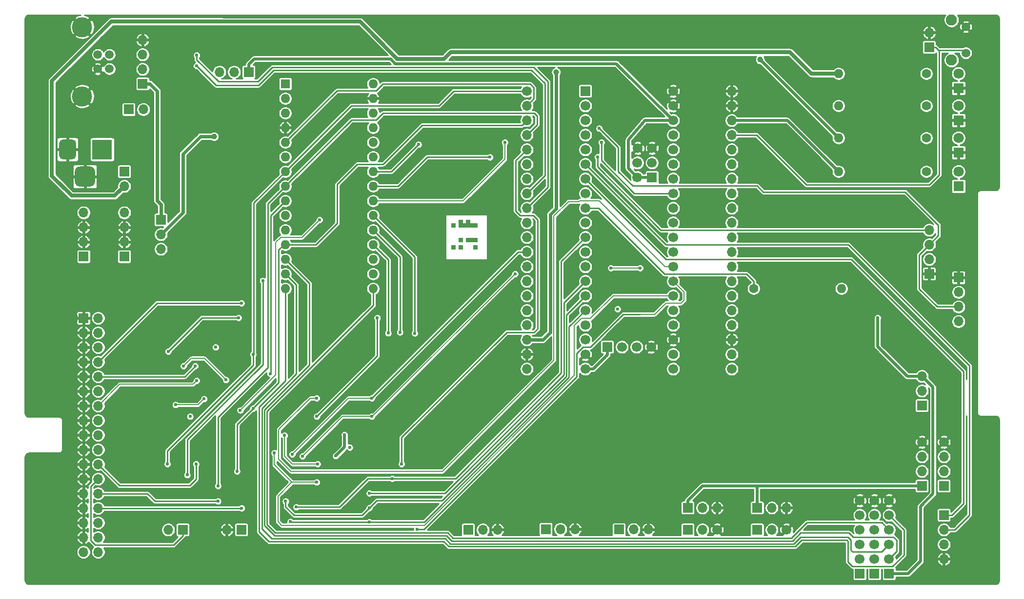
<source format=gbr>
G04 #@! TF.GenerationSoftware,KiCad,Pcbnew,(5.1.9)-1*
G04 #@! TF.CreationDate,2021-06-02T08:11:27+01:00*
G04 #@! TF.ProjectId,Greaseweazle F1 Plus 3.5,47726561-7365-4776-9561-7a6c65204631,1*
G04 #@! TF.SameCoordinates,PX6312cb0PY6bcb370*
G04 #@! TF.FileFunction,Copper,L2,Bot*
G04 #@! TF.FilePolarity,Positive*
%FSLAX46Y46*%
G04 Gerber Fmt 4.6, Leading zero omitted, Abs format (unit mm)*
G04 Created by KiCad (PCBNEW (5.1.9)-1) date 2021-06-02 08:11:27*
%MOMM*%
%LPD*%
G01*
G04 APERTURE LIST*
G04 #@! TA.AperFunction,EtchedComponent*
%ADD10C,0.100000*%
G04 #@! TD*
G04 #@! TA.AperFunction,ComponentPad*
%ADD11R,1.700000X1.700000*%
G04 #@! TD*
G04 #@! TA.AperFunction,ComponentPad*
%ADD12C,1.700000*%
G04 #@! TD*
G04 #@! TA.AperFunction,ComponentPad*
%ADD13O,1.700000X1.700000*%
G04 #@! TD*
G04 #@! TA.AperFunction,ComponentPad*
%ADD14C,4.064000*%
G04 #@! TD*
G04 #@! TA.AperFunction,ComponentPad*
%ADD15O,1.600000X1.600000*%
G04 #@! TD*
G04 #@! TA.AperFunction,ComponentPad*
%ADD16R,1.600000X1.600000*%
G04 #@! TD*
G04 #@! TA.AperFunction,ComponentPad*
%ADD17C,3.500120*%
G04 #@! TD*
G04 #@! TA.AperFunction,ComponentPad*
%ADD18C,1.501140*%
G04 #@! TD*
G04 #@! TA.AperFunction,ComponentPad*
%ADD19C,1.600000*%
G04 #@! TD*
G04 #@! TA.AperFunction,ComponentPad*
%ADD20R,1.800000X1.800000*%
G04 #@! TD*
G04 #@! TA.AperFunction,ComponentPad*
%ADD21C,1.800000*%
G04 #@! TD*
G04 #@! TA.AperFunction,ComponentPad*
%ADD22R,3.500000X3.500000*%
G04 #@! TD*
G04 #@! TA.AperFunction,ComponentPad*
%ADD23C,1.950000*%
G04 #@! TD*
G04 #@! TA.AperFunction,ComponentPad*
%ADD24C,1.508000*%
G04 #@! TD*
G04 #@! TA.AperFunction,ViaPad*
%ADD25C,0.600000*%
G04 #@! TD*
G04 #@! TA.AperFunction,ViaPad*
%ADD26C,1.000000*%
G04 #@! TD*
G04 #@! TA.AperFunction,Conductor*
%ADD27C,0.250000*%
G04 #@! TD*
G04 #@! TA.AperFunction,Conductor*
%ADD28C,0.600000*%
G04 #@! TD*
G04 #@! TA.AperFunction,Conductor*
%ADD29C,0.200000*%
G04 #@! TD*
G04 #@! TA.AperFunction,Conductor*
%ADD30C,0.500000*%
G04 #@! TD*
G04 #@! TA.AperFunction,Conductor*
%ADD31C,0.700000*%
G04 #@! TD*
G04 #@! TA.AperFunction,Conductor*
%ADD32C,1.000000*%
G04 #@! TD*
G04 #@! TA.AperFunction,Conductor*
%ADD33C,0.254000*%
G04 #@! TD*
G04 #@! TA.AperFunction,Conductor*
%ADD34C,0.100000*%
G04 #@! TD*
G04 APERTURE END LIST*
D10*
G36*
X21463000Y24638000D02*
G01*
X22098000Y24638000D01*
X22098000Y25273000D01*
X21463000Y25273000D01*
X21463000Y24638000D01*
G37*
X21463000Y24638000D02*
X22098000Y24638000D01*
X22098000Y25273000D01*
X21463000Y25273000D01*
X21463000Y24638000D01*
G36*
X21463000Y20828000D02*
G01*
X22098000Y20828000D01*
X22098000Y21463000D01*
X21463000Y21463000D01*
X21463000Y20828000D01*
G37*
X21463000Y20828000D02*
X22098000Y20828000D01*
X22098000Y21463000D01*
X21463000Y21463000D01*
X21463000Y20828000D01*
G36*
X22733000Y25273000D02*
G01*
X23368000Y25273000D01*
X23368000Y25908000D01*
X22733000Y25908000D01*
X22733000Y25273000D01*
G37*
X22733000Y25273000D02*
X23368000Y25273000D01*
X23368000Y25908000D01*
X22733000Y25908000D01*
X22733000Y25273000D01*
G36*
X22733000Y24638000D02*
G01*
X23368000Y24638000D01*
X23368000Y25273000D01*
X22733000Y25273000D01*
X22733000Y24638000D01*
G37*
X22733000Y24638000D02*
X23368000Y24638000D01*
X23368000Y25273000D01*
X22733000Y25273000D01*
X22733000Y24638000D01*
G36*
X23368000Y24638000D02*
G01*
X24003000Y24638000D01*
X24003000Y25273000D01*
X23368000Y25273000D01*
X23368000Y24638000D01*
G37*
X23368000Y24638000D02*
X24003000Y24638000D01*
X24003000Y25273000D01*
X23368000Y25273000D01*
X23368000Y24638000D01*
G36*
X24003000Y24638000D02*
G01*
X24638000Y24638000D01*
X24638000Y25273000D01*
X24003000Y25273000D01*
X24003000Y24638000D01*
G37*
X24003000Y24638000D02*
X24638000Y24638000D01*
X24638000Y25273000D01*
X24003000Y25273000D01*
X24003000Y24638000D01*
G36*
X24003000Y25273000D02*
G01*
X24638000Y25273000D01*
X24638000Y25908000D01*
X24003000Y25908000D01*
X24003000Y25273000D01*
G37*
X24003000Y25273000D02*
X24638000Y25273000D01*
X24638000Y25908000D01*
X24003000Y25908000D01*
X24003000Y25273000D01*
G36*
X24638000Y24638000D02*
G01*
X25273000Y24638000D01*
X25273000Y25273000D01*
X24638000Y25273000D01*
X24638000Y24638000D01*
G37*
X24638000Y24638000D02*
X25273000Y24638000D01*
X25273000Y25273000D01*
X24638000Y25273000D01*
X24638000Y24638000D01*
G36*
X25273000Y24638000D02*
G01*
X25908000Y24638000D01*
X25908000Y25273000D01*
X25273000Y25273000D01*
X25273000Y24638000D01*
G37*
X25273000Y24638000D02*
X25908000Y24638000D01*
X25908000Y25273000D01*
X25273000Y25273000D01*
X25273000Y24638000D01*
G36*
X25273000Y22098000D02*
G01*
X25908000Y22098000D01*
X25908000Y22733000D01*
X25273000Y22733000D01*
X25273000Y22098000D01*
G37*
X25273000Y22098000D02*
X25908000Y22098000D01*
X25908000Y22733000D01*
X25273000Y22733000D01*
X25273000Y22098000D01*
G36*
X24638000Y22098000D02*
G01*
X25273000Y22098000D01*
X25273000Y22733000D01*
X24638000Y22733000D01*
X24638000Y22098000D01*
G37*
X24638000Y22098000D02*
X25273000Y22098000D01*
X25273000Y22733000D01*
X24638000Y22733000D01*
X24638000Y22098000D01*
G36*
X24003000Y22098000D02*
G01*
X24638000Y22098000D01*
X24638000Y22733000D01*
X24003000Y22733000D01*
X24003000Y22098000D01*
G37*
X24003000Y22098000D02*
X24638000Y22098000D01*
X24638000Y22733000D01*
X24003000Y22733000D01*
X24003000Y22098000D01*
G36*
X22733000Y22098000D02*
G01*
X23368000Y22098000D01*
X23368000Y22733000D01*
X22733000Y22733000D01*
X22733000Y22098000D01*
G37*
X22733000Y22098000D02*
X23368000Y22098000D01*
X23368000Y22733000D01*
X22733000Y22733000D01*
X22733000Y22098000D01*
G36*
X22733000Y20828000D02*
G01*
X23368000Y20828000D01*
X23368000Y21463000D01*
X22733000Y21463000D01*
X22733000Y20828000D01*
G37*
X22733000Y20828000D02*
X23368000Y20828000D01*
X23368000Y21463000D01*
X22733000Y21463000D01*
X22733000Y20828000D01*
G36*
X25273000Y20828000D02*
G01*
X25908000Y20828000D01*
X25908000Y21463000D01*
X25273000Y21463000D01*
X25273000Y20828000D01*
G37*
X25273000Y20828000D02*
X25908000Y20828000D01*
X25908000Y21463000D01*
X25273000Y21463000D01*
X25273000Y20828000D01*
D11*
X48514000Y3810000D03*
D12*
X51054000Y3810000D03*
X53594000Y3810000D03*
X56134000Y3810000D03*
X59944000Y48260000D03*
D11*
X44704000Y48260000D03*
D12*
X59944000Y45720000D03*
X44704000Y45720000D03*
X59944000Y43180000D03*
X44704000Y43180000D03*
X59944000Y40640000D03*
X44704000Y40640000D03*
X59944000Y38100000D03*
X44704000Y38100000D03*
X59944000Y35560000D03*
X44704000Y35560000D03*
X59944000Y33020000D03*
X44704000Y33020000D03*
X59944000Y30480000D03*
X44704000Y30480000D03*
X59944000Y27940000D03*
X44704000Y27940000D03*
X59944000Y25400000D03*
X44704000Y25400000D03*
X59944000Y22860000D03*
X44704000Y22860000D03*
X59944000Y20320000D03*
X44704000Y20320000D03*
X59944000Y17780000D03*
X44704000Y17780000D03*
X59944000Y15240000D03*
X44704000Y15240000D03*
X59944000Y12700000D03*
X44704000Y12700000D03*
X59944000Y10160000D03*
X44704000Y10160000D03*
X59944000Y7620000D03*
X44704000Y7620000D03*
X59944000Y5080000D03*
X44704000Y5080000D03*
X59944000Y2540000D03*
X44704000Y2540000D03*
X59944000Y0D03*
X44704000Y0D03*
X56273700Y35814000D03*
X56273700Y38354000D03*
D11*
X56273700Y33274000D03*
D12*
X53797200Y38354000D03*
X53733700Y35814000D03*
X53733700Y33274000D03*
X92329000Y-22860000D03*
X92329000Y-25400000D03*
X92329000Y-27940000D03*
X92329000Y-30480000D03*
X92329000Y-33020000D03*
D11*
X92329000Y-35560000D03*
D12*
X94869000Y-22860000D03*
X94869000Y-25400000D03*
X94869000Y-27940000D03*
X94869000Y-30480000D03*
X94869000Y-33020000D03*
D11*
X94869000Y-35560000D03*
D13*
X-32004000Y45085000D03*
D11*
X-34544000Y45085000D03*
D14*
X86113620Y-34935160D03*
X16113760Y59065160D03*
X16113760Y-34935160D03*
X86113620Y59065160D03*
D13*
X104394000Y58420000D03*
D11*
X104394000Y55880000D03*
D13*
X-17526000Y-27940000D03*
D11*
X-14986000Y-27940000D03*
D13*
X-27686000Y-27940000D03*
D11*
X-25146000Y-27940000D03*
D12*
X97409000Y-22860000D03*
X97409000Y-25400000D03*
X97409000Y-27940000D03*
X97409000Y-30480000D03*
X97409000Y-33020000D03*
D11*
X97409000Y-35560000D03*
D13*
X-35306000Y27152600D03*
X-35306000Y24612600D03*
X-35306000Y22072600D03*
D11*
X-35306000Y19532600D03*
D13*
X-32131000Y57150000D03*
X-32131000Y54610000D03*
X-32131000Y52070000D03*
D11*
X-32131000Y49530000D03*
D15*
X7874000Y13970000D03*
X-7366000Y13970000D03*
X7874000Y49530000D03*
X-7366000Y16510000D03*
X7874000Y46990000D03*
X-7366000Y19050000D03*
X7874000Y44450000D03*
X-7366000Y21590000D03*
X7874000Y41910000D03*
X-7366000Y24130000D03*
X7874000Y39370000D03*
X-7366000Y26670000D03*
X7874000Y36830000D03*
X-7366000Y29210000D03*
X7874000Y34290000D03*
X-7366000Y31750000D03*
X7874000Y31750000D03*
X-7366000Y34290000D03*
X7874000Y29210000D03*
X-7366000Y36830000D03*
X7874000Y26670000D03*
X-7366000Y39370000D03*
X7874000Y24130000D03*
X-7366000Y41910000D03*
X7874000Y21590000D03*
X-7366000Y44450000D03*
X7874000Y19050000D03*
X-7366000Y46990000D03*
X7874000Y16510000D03*
D16*
X-7366000Y49530000D03*
D13*
X-28956000Y20828000D03*
X-28956000Y23368000D03*
D11*
X-28956000Y25908000D03*
D13*
X-35306000Y31750000D03*
D11*
X-35306000Y34290000D03*
D17*
X-42621200Y47345600D03*
X-42621200Y59385200D03*
D18*
X-37896800Y54610000D03*
X-37896800Y52120800D03*
X-39903400Y52120800D03*
X-39903400Y54610000D03*
D13*
X103124000Y-1270000D03*
X103124000Y-3810000D03*
D11*
X103124000Y-6350000D03*
D13*
X109474000Y8255000D03*
X109474000Y10795000D03*
X109474000Y13335000D03*
D11*
X109474000Y15875000D03*
D13*
X29464000Y-27940000D03*
X26924000Y-27940000D03*
D11*
X24384000Y-27940000D03*
D13*
X42926000Y-27829200D03*
X40386000Y-27829200D03*
D11*
X37846000Y-27829200D03*
D13*
X55626000Y-27889200D03*
X53086000Y-27889200D03*
D11*
X50546000Y-27889200D03*
D13*
X-18796000Y51587400D03*
X-16256000Y51587400D03*
D11*
X-13716000Y51587400D03*
D13*
X104394000Y24130000D03*
X104394000Y21590000D03*
X104394000Y19050000D03*
D11*
X104394000Y16510000D03*
X106934000Y-20320000D03*
D13*
X106934000Y-17780000D03*
X106934000Y-15240000D03*
D12*
X106934000Y-12700000D03*
X103124000Y-12700000D03*
D13*
X103124000Y-15240000D03*
X103124000Y-17780000D03*
D11*
X103124000Y-20320000D03*
D19*
X103886000Y51308000D03*
D15*
X88646000Y51308000D03*
D20*
X109474000Y48768000D03*
D21*
X109474000Y51308000D03*
X109474000Y34290000D03*
D20*
X109474000Y31750000D03*
X109474000Y37592000D03*
D21*
X109474000Y40132000D03*
X109474000Y45720000D03*
D20*
X109474000Y43180000D03*
D19*
X73914000Y13970000D03*
D15*
X89154000Y13970000D03*
X88646000Y34290000D03*
D19*
X103886000Y34290000D03*
X103886000Y40132000D03*
D15*
X88646000Y40132000D03*
X88646000Y45720000D03*
D19*
X103886000Y45720000D03*
D13*
X34544000Y0D03*
X34544000Y2540000D03*
X34544000Y5080000D03*
X34544000Y7620000D03*
X34544000Y10160000D03*
X34544000Y12700000D03*
X34544000Y15240000D03*
X34544000Y17780000D03*
X34544000Y20320000D03*
X34544000Y22860000D03*
X34544000Y25400000D03*
X34544000Y27940000D03*
X34544000Y30480000D03*
X34544000Y33020000D03*
X34544000Y35560000D03*
X34544000Y38100000D03*
X34544000Y40640000D03*
X34544000Y43180000D03*
X34544000Y45720000D03*
D12*
X34544000Y48260000D03*
D13*
X70104000Y48260000D03*
X70104000Y45720000D03*
X70104000Y43180000D03*
X70104000Y40640000D03*
X70104000Y38100000D03*
X70104000Y35560000D03*
X70104000Y33020000D03*
X70104000Y30480000D03*
X70104000Y27940000D03*
X70104000Y25400000D03*
X70104000Y22860000D03*
X70104000Y20320000D03*
X70104000Y17780000D03*
X70104000Y15240000D03*
X70104000Y12700000D03*
X70104000Y10160000D03*
X70104000Y7620000D03*
X70104000Y5080000D03*
X70104000Y2540000D03*
D12*
X70104000Y0D03*
D13*
X79603600Y-24130000D03*
X77063600Y-24130000D03*
D11*
X74523600Y-24130000D03*
D13*
X67564000Y-24130000D03*
X65024000Y-24130000D03*
D11*
X62484000Y-24130000D03*
X62484000Y-27940000D03*
D13*
X65024000Y-27940000D03*
D12*
X67564000Y-27940000D03*
D11*
X74523600Y-27940000D03*
D13*
X77063600Y-27940000D03*
D12*
X79603600Y-27940000D03*
D13*
X106934000Y-33020000D03*
X106934000Y-30480000D03*
X106934000Y-27940000D03*
D11*
X106934000Y-25400000D03*
G04 #@! TA.AperFunction,ComponentPad*
G36*
G01*
X-43888600Y32551400D02*
X-43888600Y34301400D01*
G75*
G02*
X-43013600Y35176400I875000J0D01*
G01*
X-41263600Y35176400D01*
G75*
G02*
X-40388600Y34301400I0J-875000D01*
G01*
X-40388600Y32551400D01*
G75*
G02*
X-41263600Y31676400I-875000J0D01*
G01*
X-43013600Y31676400D01*
G75*
G02*
X-43888600Y32551400I0J875000D01*
G01*
G37*
G04 #@! TD.AperFunction*
G04 #@! TA.AperFunction,ComponentPad*
G36*
G01*
X-46638600Y37126400D02*
X-46638600Y39126400D01*
G75*
G02*
X-45888600Y39876400I750000J0D01*
G01*
X-44388600Y39876400D01*
G75*
G02*
X-43638600Y39126400I0J-750000D01*
G01*
X-43638600Y37126400D01*
G75*
G02*
X-44388600Y36376400I-750000J0D01*
G01*
X-45888600Y36376400D01*
G75*
G02*
X-46638600Y37126400I0J750000D01*
G01*
G37*
G04 #@! TD.AperFunction*
D22*
X-39138600Y38126400D03*
D23*
X108244000Y60650000D03*
X108244000Y53650000D03*
D24*
X110744000Y59425000D03*
X110744000Y54875000D03*
D11*
X-42367200Y19532600D03*
D13*
X-42367200Y22072600D03*
X-42367200Y24612600D03*
X-42367200Y27152600D03*
X-39852600Y-31800800D03*
X-42392600Y-31800800D03*
X-39852600Y-29260800D03*
X-42392600Y-29260800D03*
X-39852600Y-26720800D03*
X-42392600Y-26720800D03*
X-39852600Y-24180800D03*
X-42392600Y-24180800D03*
X-39852600Y-21640800D03*
X-42392600Y-21640800D03*
X-39852600Y-19100800D03*
X-42392600Y-19100800D03*
X-39852600Y-16560800D03*
X-42392600Y-16560800D03*
X-39852600Y-14020800D03*
X-42392600Y-14020800D03*
X-39852600Y-11480800D03*
X-42392600Y-11480800D03*
X-39852600Y-8940800D03*
X-42392600Y-8940800D03*
X-39852600Y-6400800D03*
X-42392600Y-6400800D03*
X-39852600Y-3860800D03*
X-42392600Y-3860800D03*
X-39852600Y-1320800D03*
X-42392600Y-1320800D03*
X-39852600Y1219200D03*
X-42392600Y1219200D03*
X-39852600Y3759200D03*
X-42392600Y3759200D03*
X-39852600Y6299200D03*
X-42392600Y6299200D03*
X-39852600Y8839200D03*
D11*
X-42392600Y8839200D03*
D25*
X50292000Y10414000D03*
X5334000Y29210000D03*
X2794000Y21590000D03*
X-51816000Y15240000D03*
X-51816000Y-7620000D03*
X-51816000Y-15240000D03*
X-51816000Y-36830000D03*
X-51714400Y45516800D03*
X96901000Y60833000D03*
X115824000Y-36830000D03*
X105410000Y36576000D03*
X49911000Y43307000D03*
X-3937000Y26924000D03*
X14224000Y41910000D03*
X96774000Y27686000D03*
X76327000Y25400000D03*
X27559000Y46355000D03*
X-51816000Y60960000D03*
X115824000Y-9017000D03*
X112014000Y29210000D03*
X112014000Y24130000D03*
X112014000Y21590000D03*
X112014000Y6350000D03*
X112014000Y3683000D03*
X112014000Y-2286000D03*
X112014000Y-7620000D03*
X115824000Y-24765000D03*
X51689000Y60960000D03*
X33274000Y-36830000D03*
X46609000Y-36830000D03*
X59690000Y-36830000D03*
X71120000Y-36830000D03*
X99949000Y-36830000D03*
X115697000Y60833000D03*
X115697000Y35941000D03*
X115697000Y41656000D03*
X115697000Y52959000D03*
X99314000Y-8890000D03*
X91059000Y-8255000D03*
X81534000Y-1270000D03*
X81534000Y17399000D03*
X85471000Y-24130000D03*
X18034000Y31750000D03*
X28194000Y31750000D03*
X19177000Y18669000D03*
X254000Y11430000D03*
X-11176000Y-34925000D03*
X76454000Y34290000D03*
X84734400Y40614600D03*
X81534000Y25400000D03*
X78994000Y46990000D03*
X30734000Y57150000D03*
X63754000Y57150000D03*
X21844000Y27940000D03*
X30099000Y-5080000D03*
X56134000Y-19050000D03*
X43434000Y-19050000D03*
X33274000Y-19050000D03*
X-32131000Y-34925000D03*
X-31496000Y19685000D03*
X-3556000Y48514000D03*
X15240000Y-25273000D03*
X9779000Y-9652000D03*
X-27813000Y-21590000D03*
X-7366000Y57150000D03*
X20320000Y43434000D03*
X27940000Y43434000D03*
X14224000Y47752000D03*
X2794000Y46990000D03*
X-3048000Y41148000D03*
X4572000Y40640000D03*
X5334000Y13970000D03*
X20066000Y13970000D03*
X28448000Y10668000D03*
X18288000Y10922000D03*
X19050000Y4318000D03*
X30480000Y2286000D03*
X-20447000Y36830000D03*
X-21717000Y34417000D03*
X-29057600Y53594000D03*
X-21971000Y47498000D03*
X-15875000Y45466000D03*
X-13843000Y22352000D03*
X-12954000Y29845000D03*
X-26416000Y48260000D03*
X-46736000Y53340000D03*
X-2286000Y57150000D03*
X4064000Y57150000D03*
X29464000Y21971000D03*
X-18796000Y5080000D03*
X8890000Y-508000D03*
X-31496000Y27940000D03*
X-51816000Y5080000D03*
X-51816000Y-25400000D03*
X96774000Y-1270000D03*
X100584000Y3810000D03*
X76327000Y17272000D03*
X92710000Y5080000D03*
X86614000Y17399000D03*
X26416000Y17272000D03*
X18034000Y25400000D03*
X50800000Y46355000D03*
X91694000Y57150000D03*
X77724000Y57150000D03*
X56134000Y57150000D03*
X47244000Y57150000D03*
X39624000Y57150000D03*
X-32766000Y5080000D03*
X-30226000Y-7239000D03*
X-28956000Y-17780000D03*
X-30226000Y-12700000D03*
X-28956000Y-25400000D03*
X-21336000Y-35052000D03*
X-14986000Y-21590000D03*
X-16891000Y-19050000D03*
X10414000Y-15240000D03*
X19304000Y-13843000D03*
X68834000Y-19050000D03*
X73914000Y-19050000D03*
X80264000Y-19050000D03*
X254000Y5080000D03*
X-27686000Y7620000D03*
X-16256000Y10160000D03*
X-32766000Y10160000D03*
X-36576000Y12446000D03*
X-23114000Y12192000D03*
X-6375400Y4953000D03*
X-4292600Y6680200D03*
X-1828800Y38430200D03*
X-11303000Y52374800D03*
X88366600Y-27559000D03*
X-28321000Y37465000D03*
X-28321000Y34290000D03*
X-11684000Y40894000D03*
X-28321000Y48260000D03*
X-18796000Y25400000D03*
X-14478000Y26289000D03*
X-13462000Y26289000D03*
X57404000Y27940000D03*
X-28067000Y-4572000D03*
X-24892000Y-10287000D03*
X-14224000Y-13208000D03*
X-17526000Y-11430000D03*
X-20320000Y-10033000D03*
X-13716000Y-17145000D03*
X-22606000Y-25400000D03*
X-19431000Y-4191000D03*
X-19050000Y-2032000D03*
X-16129000Y1778000D03*
X254000Y27686000D03*
X22479000Y3810000D03*
X27178000Y6350000D03*
X16129000Y-3429000D03*
X11176000Y2413000D03*
X5969000Y5461000D03*
X27940000Y27686000D03*
X254000Y35941000D03*
X23114000Y35433000D03*
X25400000Y37973000D03*
X81153000Y37846000D03*
X74422000Y48133000D03*
X20447000Y-8636000D03*
X-6096000Y-6223000D03*
X-9144000Y-9017000D03*
X-6223000Y-11557000D03*
X-3683000Y-9906000D03*
X11176000Y-3302000D03*
X762000Y1143000D03*
X5207000Y1905000D03*
X-15367000Y6223000D03*
X55372000Y11303000D03*
X76327000Y20447000D03*
X81534000Y20447000D03*
X86614000Y20447000D03*
X76327000Y22860000D03*
X81534000Y22860000D03*
X86614000Y22860000D03*
X86614000Y25400000D03*
X104394000Y30226000D03*
X37338000Y26797000D03*
X37973000Y29210000D03*
X15875000Y-20447000D03*
X11176000Y-20574000D03*
X10160000Y-24130000D03*
X-9398000Y-17526000D03*
X-9398000Y-21336000D03*
X21844000Y-17780000D03*
X24384000Y-22860000D03*
X75184000Y-5080000D03*
X85979000Y-17780000D03*
X-24511000Y47498000D03*
X-12827000Y45466000D03*
X-26797000Y50800000D03*
X-29083000Y51181000D03*
X-33528000Y53467000D03*
X-22733000Y54483000D03*
X-22748190Y52644000D03*
X-23876000Y-8255000D03*
D26*
X39624000Y51562000D03*
X-19725959Y40386000D03*
D25*
X3809994Y-13627010D03*
X-19050000Y-20320000D03*
X-5461000Y-24003000D03*
X11176000Y-19050000D03*
X-14935200Y-24180778D03*
X7219919Y-26577990D03*
X-6477002Y-26543000D03*
X7239000Y-24130000D03*
X-19050000Y-22987000D03*
X-7302498Y-22987000D03*
X-15748000Y-17780010D03*
X-12954000Y-6858000D03*
X7620000Y-5080000D03*
X-6159500Y-14825753D03*
X-11277600Y15341600D03*
X-24384000Y-18415000D03*
X-27813000Y-16510000D03*
X-12954000Y2540000D03*
X7239000Y-21590000D03*
X-14986000Y11430000D03*
X-15494000Y8890000D03*
X-27686000Y3048000D03*
X8611188Y8865188D03*
X-1905000Y-8255000D03*
X1397000Y-15113000D03*
X2921000Y-11430000D03*
X28149001Y36785001D03*
X46822990Y36830000D03*
X15113000Y6197600D03*
X12522198Y6375400D03*
X95427800Y8890000D03*
D26*
X75031602Y53721000D03*
D25*
X47117000Y41783000D03*
X15748000Y38989000D03*
X10490200Y6223000D03*
X47498000Y39370000D03*
X-15176500Y-7175500D03*
X-7493000Y-11557000D03*
X-1777988Y-16510000D03*
X30734000Y39370000D03*
X-1397000Y25908000D03*
X-9967193Y-826177D03*
X-19471001Y3769999D03*
X54229000Y17526000D03*
X49149000Y17526000D03*
X32512000Y16510000D03*
X7620000Y-8255000D03*
X-4381500Y-15176500D03*
X-25019000Y508000D03*
X-1905000Y-5080000D03*
X-17653000Y-1905000D03*
X15494000Y-27852953D03*
X-9271000Y-14605000D03*
X-1904990Y-19685000D03*
X12827000Y-16510000D03*
X-22860000Y-16510000D03*
X-22733000Y-2032000D03*
X-21463000Y-5207000D03*
X-26416000Y-6223000D03*
X-22987000Y508000D03*
D27*
X-22733000Y54058736D02*
X-22733000Y54483000D01*
X-22733000Y53677742D02*
X-22733000Y54058736D01*
X38201600Y49936400D02*
X35730032Y52407968D01*
X34544000Y27940000D02*
X38201600Y31597600D01*
X-18966258Y49911000D02*
X-22733000Y53677742D01*
X35730032Y52407968D02*
X-9593432Y52407968D01*
X-9593432Y52407968D02*
X-12090400Y49911000D01*
X38201600Y31597600D02*
X38201600Y49936400D01*
X-12090400Y49911000D02*
X-18966258Y49911000D01*
X73914000Y15240000D02*
X73914000Y13970000D01*
X72644000Y16510000D02*
X73914000Y15240000D01*
X58420000Y16510000D02*
X72644000Y16510000D01*
X46990000Y27940000D02*
X58420000Y16510000D01*
X44704000Y27940000D02*
X46990000Y27940000D01*
X-22735492Y52644000D02*
X-22748190Y52644000D01*
X-19380190Y49276000D02*
X-22748190Y52644000D01*
X-9386321Y51907957D02*
X-12018278Y49276000D01*
X37668200Y49588789D02*
X35349032Y51907957D01*
X37668200Y33604200D02*
X37668200Y49588789D01*
X34544000Y30480000D02*
X37668200Y33604200D01*
X35349032Y51907957D02*
X-9386321Y51907957D01*
X-12018278Y49276000D02*
X-19380190Y49276000D01*
D28*
X88620600Y45694600D02*
X88646000Y45720000D01*
X34544000Y5080000D02*
X37338000Y5080000D01*
X37338000Y5080000D02*
X38592989Y6334989D01*
X39624000Y50854894D02*
X39624000Y51562000D01*
X38592989Y6334989D02*
X38592989Y26812243D01*
X38592989Y26812243D02*
X39624000Y27843254D01*
X39624000Y27843254D02*
X39624000Y50854894D01*
X-22098000Y40386000D02*
X-19725959Y40386000D01*
X-25146000Y37338000D02*
X-22098000Y40386000D01*
X-25146000Y27178000D02*
X-25146000Y37338000D01*
X-28956000Y23368000D02*
X-25146000Y27178000D01*
D27*
X-6566001Y32549999D02*
X-7366000Y31750000D01*
X34544000Y40640000D02*
X36329989Y42425989D01*
X9568003Y44405001D02*
X8438001Y43274999D01*
X36329989Y42425989D02*
X36329989Y43934011D01*
X36329989Y43934011D02*
X35858999Y44405001D01*
X35858999Y44405001D02*
X9568003Y44405001D01*
X8438001Y43274999D02*
X4158999Y43274999D01*
X4158999Y43274999D02*
X-6566001Y32549999D01*
X-10400022Y10178555D02*
X-10388600Y10167133D01*
X-19050000Y-8382002D02*
X-19050000Y-20320000D01*
X-10388600Y10167133D02*
X-10388600Y279398D01*
X-10400022Y28715978D02*
X-10400022Y10178555D01*
X-7366000Y31750000D02*
X-10400022Y28715978D01*
X-10388600Y279398D02*
X-19050000Y-8382002D01*
X44704000Y22860000D02*
X40515957Y18671957D01*
X40515957Y18671957D02*
X40515957Y-724555D01*
X40515957Y-724555D02*
X22190512Y-19050000D01*
X22190512Y-19050000D02*
X11176000Y-19050000D01*
X6985000Y-19050000D02*
X11176000Y-19050000D01*
X2032000Y-24003000D02*
X6985000Y-19050000D01*
X-5461000Y-24003000D02*
X2032000Y-24003000D01*
X-39852600Y-24180800D02*
X-14935222Y-24180800D01*
X-14935222Y-24180800D02*
X-14935200Y-24180778D01*
X16762954Y-26577990D02*
X7219919Y-26577990D01*
X44704000Y10160000D02*
X41865990Y7321990D01*
X41865990Y-1474954D02*
X16762954Y-26577990D01*
X41865990Y7321990D02*
X41865990Y-1474954D01*
X-6442012Y-26577990D02*
X-6477002Y-26543000D01*
X7219919Y-26577990D02*
X-6442012Y-26577990D01*
X-29972000Y-22987000D02*
X-27649998Y-22987000D01*
X-31318200Y-21640800D02*
X-29972000Y-22987000D01*
X-27649998Y-22987000D02*
X-19050000Y-22987000D01*
X-39852600Y-21640800D02*
X-31318200Y-21640800D01*
X-7302498Y-23939502D02*
X-7302498Y-22987000D01*
X-5842000Y-25400000D02*
X-7302498Y-23939502D01*
X5969000Y-25400000D02*
X-5842000Y-25400000D01*
X7239000Y-24130000D02*
X5969000Y-25400000D01*
X7538999Y-23830001D02*
X7239000Y-24130000D01*
X8509000Y-22860000D02*
X7538999Y-23830001D01*
X19794756Y-22860000D02*
X8509000Y-22860000D01*
X41415979Y-1238777D02*
X19794756Y-22860000D01*
X41415979Y9411979D02*
X41415979Y-1238777D01*
X44704000Y12700000D02*
X41415979Y9411979D01*
X-15748000Y-9652000D02*
X-15748000Y-17780010D01*
X-12954000Y-6858000D02*
X-15748000Y-9652000D01*
X-2057400Y21590000D02*
X-7366000Y21590000D01*
X1625600Y25273000D02*
X-2057400Y21590000D01*
X1625600Y32054800D02*
X1625600Y25273000D01*
X5130800Y35560000D02*
X1625600Y32054800D01*
X9601200Y35560000D02*
X5130800Y35560000D01*
X16371201Y42330001D02*
X9601200Y35560000D01*
X33694001Y42330001D02*
X16371201Y42330001D01*
X34544000Y43180000D02*
X33694001Y42330001D01*
X-8491001Y-2395001D02*
X-12654001Y-6558001D01*
X-12654001Y-6558001D02*
X-12954000Y-6858000D01*
X-8491001Y20718999D02*
X-8491001Y-2395001D01*
X-7620000Y21590000D02*
X-8491001Y20718999D01*
X-7366000Y21590000D02*
X-7620000Y21590000D01*
X33020000Y20320000D02*
X7620000Y-5080000D01*
X34544000Y20320000D02*
X33020000Y20320000D01*
D29*
X7620000Y-5080000D02*
X3586253Y-5080000D01*
X3586253Y-5080000D02*
X-6159500Y-14825753D01*
D27*
X-6566001Y40169999D02*
X-7366000Y39370000D01*
X1618999Y48354999D02*
X-6566001Y40169999D01*
X8438001Y48354999D02*
X1618999Y48354999D01*
X9568003Y49485001D02*
X8438001Y48354999D01*
X35132001Y49485001D02*
X9568003Y49485001D01*
X35769001Y48848001D02*
X35132001Y49485001D01*
X35769001Y46945001D02*
X35769001Y48848001D01*
X34544000Y45720000D02*
X35769001Y46945001D01*
X-11277600Y15341600D02*
X-11277600Y787400D01*
X-11277600Y787400D02*
X-24384000Y-12319000D01*
X-24384000Y-12319000D02*
X-24384000Y-18415000D01*
X4089400Y45745400D02*
X-7366000Y34290000D01*
X19329400Y45745400D02*
X4089400Y45745400D01*
X34544000Y48260000D02*
X21844000Y48260000D01*
X21844000Y48260000D02*
X19329400Y45745400D01*
X-12954000Y635000D02*
X-12954000Y2540000D01*
X-27813000Y-14224000D02*
X-12954000Y635000D01*
X-27813000Y-16510000D02*
X-27813000Y-14224000D01*
X-12827000Y2667000D02*
X-12954000Y2540000D01*
X-12827000Y28829000D02*
X-12827000Y2667000D01*
X-7366000Y34290000D02*
X-12827000Y28829000D01*
X40965968Y11501968D02*
X40965968Y-981666D01*
X40965968Y-981666D02*
X20357634Y-21590000D01*
X44704000Y15240000D02*
X40965968Y11501968D01*
X20357634Y-21590000D02*
X7239000Y-21590000D01*
X-29641800Y11430000D02*
X-14986000Y11430000D01*
X-39852600Y1219200D02*
X-29641800Y11430000D01*
X-21844000Y8890000D02*
X-27686000Y3048000D01*
X-15494000Y8890000D02*
X-21844000Y8890000D01*
X8611188Y2261188D02*
X-1905000Y-8255000D01*
X8611188Y8865188D02*
X8611188Y2261188D01*
X106934000Y-27914600D02*
X106934000Y-27940000D01*
X108839000Y-27940000D02*
X106934000Y-27940000D01*
X44704000Y35560000D02*
X58674000Y21590000D01*
X58674000Y21590000D02*
X90347800Y21590000D01*
X90347800Y21590000D02*
X111379000Y558800D01*
X111379000Y558800D02*
X111379000Y-1921998D01*
X111338999Y-1961999D02*
X111338999Y-2610001D01*
X111338999Y-2610001D02*
X111379000Y-2650002D01*
X111379000Y-2650002D02*
X111379000Y-7255998D01*
X111379000Y-25400000D02*
X108839000Y-27940000D01*
X111379000Y-7255998D02*
X111338999Y-7295999D01*
X111338999Y-7295999D02*
X111338999Y-7944001D01*
X111338999Y-7944001D02*
X111379000Y-7984002D01*
X111379000Y-1921998D02*
X111338999Y-1961999D01*
X111379000Y-7984002D02*
X111379000Y-25400000D01*
X58674000Y19050000D02*
X44704000Y33020000D01*
X90855800Y19050000D02*
X58674000Y19050000D01*
X110363000Y-457200D02*
X90855800Y19050000D01*
X110363000Y-23368000D02*
X110363000Y-457200D01*
X108331000Y-25400000D02*
X110363000Y-23368000D01*
X106934000Y-25400000D02*
X108331000Y-25400000D01*
D30*
X52171600Y34836100D02*
X53733700Y33274000D01*
X52171600Y39827200D02*
X52171600Y34836100D01*
X59944000Y43180000D02*
X55016400Y43180000D01*
X55016400Y43180000D02*
X52171600Y39827200D01*
X53733700Y33274000D02*
X56273700Y33274000D01*
X45906081Y0D02*
X44704000Y0D01*
X46054000Y0D02*
X45906081Y0D01*
X48514000Y2460000D02*
X46054000Y0D01*
X48514000Y3810000D02*
X48514000Y2460000D01*
X85598000Y37338000D02*
X88646000Y34290000D01*
X79756000Y43180000D02*
X85598000Y37338000D01*
X70104000Y43180000D02*
X79756000Y43180000D01*
X-12805400Y53848000D02*
X-13716000Y52937400D01*
X10903359Y53848000D02*
X-12805400Y53848000D01*
X11718380Y53032979D02*
X10903359Y53848000D01*
X-13716000Y52937400D02*
X-13716000Y51587400D01*
X50091021Y53032979D02*
X11718380Y53032979D01*
X59944000Y43180000D02*
X50091021Y53032979D01*
X74523600Y-24130000D02*
X74523600Y-20320000D01*
X62484000Y-22860000D02*
X62484000Y-24130000D01*
X65024000Y-20320000D02*
X62484000Y-22860000D01*
X103124000Y-20320000D02*
X65024000Y-20320000D01*
X2921000Y-11430000D02*
X2921000Y-13589000D01*
X2921000Y-13589000D02*
X1397000Y-15113000D01*
D27*
X106085001Y33695001D02*
X106085001Y54142001D01*
X104394000Y32004000D02*
X106085001Y33695001D01*
X83058000Y32004000D02*
X104394000Y32004000D01*
X74422000Y40640000D02*
X83058000Y32004000D01*
X70104000Y40640000D02*
X74422000Y40640000D01*
X110247000Y55372000D02*
X110744000Y54875000D01*
X106085001Y55372000D02*
X110247000Y55372000D01*
X106085001Y54142001D02*
X106085001Y55372000D01*
D29*
X106085001Y54142001D02*
X106085001Y55306599D01*
D27*
X105511600Y55880000D02*
X104394000Y55880000D01*
X106085001Y55306599D02*
X105511600Y55880000D01*
X12217400Y31750000D02*
X17252401Y36785001D01*
X7874000Y31750000D02*
X12217400Y31750000D01*
X17252401Y36785001D02*
X28149001Y36785001D01*
X57785000Y24130000D02*
X46822990Y35092010D01*
X104394000Y24130000D02*
X57785000Y24130000D01*
X46822990Y35092010D02*
X46822990Y36830000D01*
X7874000Y26670000D02*
X15113000Y19431000D01*
X15113000Y6621864D02*
X15113000Y6197600D01*
X15113000Y19431000D02*
X15113000Y6621864D01*
X12522198Y6799664D02*
X12522198Y6375400D01*
X12522198Y19481802D02*
X12522198Y6799664D01*
X7874000Y24130000D02*
X12522198Y19481802D01*
D30*
X103124000Y-1270000D02*
X100584000Y-1270000D01*
X88646000Y40132000D02*
X75057000Y53721000D01*
X75057000Y53721000D02*
X75031602Y53721000D01*
X95402400Y8864600D02*
X95427800Y8890000D01*
X95402400Y3911600D02*
X95402400Y8864600D01*
X100584000Y-1270000D02*
X95402400Y3911600D01*
X103124000Y-1270000D02*
X105029000Y-3175000D01*
X105029000Y-3175000D02*
X105029000Y-21717000D01*
X105029000Y-21717000D02*
X102870000Y-23876000D01*
X102870000Y-23876000D02*
X102870000Y-33401000D01*
X102870000Y-33401000D02*
X100711000Y-35560000D01*
X100711000Y-35560000D02*
X97409000Y-35560000D01*
D27*
X47105849Y41771849D02*
X47117000Y41783000D01*
X50419000Y38481000D02*
X47117000Y41783000D01*
X50419000Y34290000D02*
X50419000Y38481000D01*
X52914001Y31794999D02*
X50419000Y34290000D01*
X74504001Y31794999D02*
X52914001Y31794999D01*
X75557011Y30741989D02*
X74504001Y31794999D01*
X100220411Y30741989D02*
X75557011Y30741989D01*
X105968800Y24993600D02*
X100220411Y30741989D01*
X105968800Y23164800D02*
X105968800Y24993600D01*
X104394000Y21590000D02*
X105968800Y23164800D01*
X11049000Y34290000D02*
X15748000Y38989000D01*
X7874000Y34290000D02*
X11049000Y34290000D01*
X105765600Y10795000D02*
X109474000Y10795000D01*
X102641400Y13919200D02*
X105765600Y10795000D01*
X102641400Y19837400D02*
X102641400Y13919200D01*
X104394000Y21590000D02*
X102641400Y19837400D01*
X104190800Y19253200D02*
X104394000Y19050000D01*
D30*
X104419400Y19075400D02*
X104394000Y19050000D01*
D31*
X-32527574Y60355810D02*
X-30891810Y60355810D01*
X21320944Y55016400D02*
X80238600Y55016400D01*
X-30891810Y60355810D02*
X-18252828Y60355810D01*
X-18252828Y60355810D02*
X-18222018Y60325000D01*
X80238600Y55016400D02*
X83947000Y51308000D01*
X-18222018Y60325000D02*
X5628456Y60325000D01*
X5628456Y60325000D02*
X12070466Y53882990D01*
X12070466Y53882990D02*
X20187534Y53882990D01*
X83947000Y51308000D02*
X88646000Y51308000D01*
X20187534Y53882990D02*
X21320944Y55016400D01*
X-37561190Y60355810D02*
X-30891810Y60355810D01*
X-47879000Y50038000D02*
X-37561190Y60355810D01*
X-47879000Y33528000D02*
X-47879000Y50038000D01*
X-44450000Y30099000D02*
X-47879000Y33528000D01*
X-36957000Y30099000D02*
X-44450000Y30099000D01*
X-35306000Y31750000D02*
X-36957000Y30099000D01*
D27*
X7874000Y21590000D02*
X10490200Y18973800D01*
X10490200Y18973800D02*
X10490200Y6223000D01*
X21703332Y-29360966D02*
X80483922Y-29360966D01*
X-10541000Y-7366000D02*
X-10541000Y-27017056D01*
X7874000Y11049000D02*
X-10541000Y-7366000D01*
X7874000Y13970000D02*
X7874000Y11049000D01*
X80483922Y-29360966D02*
X83149488Y-26695400D01*
X20820329Y-28477963D02*
X21703332Y-29360966D01*
X83149488Y-26695400D02*
X96164400Y-26695400D01*
X-9080093Y-28477963D02*
X20820329Y-28477963D01*
X96164400Y-26695400D02*
X97409000Y-27940000D01*
X-10541000Y-27017056D02*
X-9080093Y-28477963D01*
X82242265Y-29723990D02*
X90071336Y-29723990D01*
X90291010Y-29943664D02*
X90291010Y-33522010D01*
X-11891033Y-28291767D02*
X-10204810Y-29977990D01*
X-7366000Y-2069634D02*
X-11891033Y-6594667D01*
X-7366000Y13970000D02*
X-7366000Y-2069634D01*
X-11891033Y-6594667D02*
X-11891033Y-28291767D01*
X91059000Y-34290000D02*
X98007234Y-34290000D01*
X20977345Y-30860999D02*
X81105255Y-30860999D01*
X90071336Y-29723990D02*
X90291010Y-29943664D01*
X90291010Y-33522010D02*
X91059000Y-34290000D01*
X20094336Y-29977990D02*
X20977345Y-30860999D01*
X98007234Y-34290000D02*
X99974400Y-32322834D01*
X99974400Y-32322834D02*
X99974400Y-27965400D01*
X81105255Y-30860999D02*
X82242265Y-29723990D01*
X99974400Y-27965400D02*
X97409000Y-25400000D01*
X-10204810Y-29977990D02*
X20094336Y-29977990D01*
X21289110Y-30360988D02*
X80898144Y-30360988D01*
X-9739610Y-29477990D02*
X20406112Y-29477990D01*
X-5461000Y14605000D02*
X-5461000Y-871756D01*
X90791021Y-29736553D02*
X90791021Y-31482021D01*
X96113600Y-31775400D02*
X97409000Y-30480000D01*
X80898144Y-30360988D02*
X82035154Y-29223979D01*
X91084400Y-31775400D02*
X96113600Y-31775400D01*
X90791021Y-31482021D02*
X91084400Y-31775400D01*
X90278448Y-29223980D02*
X90791021Y-29736553D01*
X82035154Y-29223979D02*
X90278448Y-29223980D01*
X20406112Y-29477990D02*
X21289110Y-30360988D01*
X-7366000Y16510000D02*
X-5461000Y14605000D01*
X-11441022Y-27776578D02*
X-9739610Y-29477990D01*
X-11441022Y-6851778D02*
X-11441022Y-27776578D01*
X-5461000Y-871756D02*
X-11441022Y-6851778D01*
X-41148000Y-29778402D02*
X-41148000Y-20396200D01*
X-41148000Y-20396200D02*
X-39852600Y-19100800D01*
X-40350603Y-30575799D02*
X-41148000Y-29778402D01*
X-26765799Y-30575799D02*
X-40350603Y-30575799D01*
X-25146000Y-28956000D02*
X-26765799Y-30575799D01*
X-25146000Y-27940000D02*
X-25146000Y-28956000D01*
D32*
X-39138600Y38126400D02*
X-39089600Y38126400D01*
D28*
X-30861000Y49530000D02*
X-32131000Y49530000D01*
X-29591000Y48260000D02*
X-30861000Y49530000D01*
X-29591000Y29210000D02*
X-29591000Y48260000D01*
X-28956000Y28575000D02*
X-29591000Y29210000D01*
X-28956000Y25908000D02*
X-28956000Y28575000D01*
D27*
X59944000Y30480000D02*
X53213000Y30480000D01*
X47498000Y36195000D02*
X47498000Y39370000D01*
X53213000Y30480000D02*
X47498000Y36195000D01*
D29*
X-9016999Y-1015999D02*
X-15176500Y-7175500D01*
X-9016999Y21971001D02*
X-9016999Y-1015999D01*
X-8128000Y22860000D02*
X-9016999Y21971001D01*
X-4445000Y22860000D02*
X-8128000Y22860000D01*
X-1397000Y25908000D02*
X-1397000Y25908000D01*
X23495000Y29210000D02*
X7874000Y29210000D01*
X30734000Y36449000D02*
X23495000Y29210000D01*
X30734000Y39370000D02*
X30734000Y36449000D01*
X-1397000Y25908000D02*
X-4445000Y22860000D01*
X-6159500Y-16510000D02*
X-1777988Y-16510000D01*
X-7493000Y-15176500D02*
X-6159500Y-16510000D01*
X-7493000Y-11557000D02*
X-7493000Y-15176500D01*
D27*
X-9870235Y-729219D02*
X-9967193Y-826177D01*
X-9870235Y26705765D02*
X-9870235Y-729219D01*
X-7366000Y29210000D02*
X-9870235Y26705765D01*
D29*
X54229000Y17526000D02*
X49149000Y17526000D01*
X7747000Y-8255000D02*
X7620000Y-8255000D01*
X32512000Y16510000D02*
X7747000Y-8255000D01*
X7620000Y-8255000D02*
X2540000Y-8255000D01*
X2540000Y-8255000D02*
X-4381500Y-15176500D01*
X-8509000Y-15684500D02*
X-8509000Y-10541000D01*
X-3048000Y-5080000D02*
X-1905000Y-5080000D01*
X-6413500Y-17780000D02*
X-8509000Y-15684500D01*
X19939000Y-17780000D02*
X-6413500Y-17780000D01*
X39243000Y26543000D02*
X39243000Y1524000D01*
X39243000Y1524000D02*
X19939000Y-17780000D01*
X41775999Y29075999D02*
X39243000Y26543000D01*
X43553999Y29075999D02*
X41775999Y29075999D01*
X-8509000Y-10541000D02*
X-3048000Y-5080000D01*
X43688000Y29210000D02*
X43553999Y29075999D01*
X47117000Y29210000D02*
X43688000Y29210000D01*
X58547000Y17780000D02*
X47117000Y29210000D01*
X59944000Y17780000D02*
X58547000Y17780000D01*
X-21399500Y1841500D02*
X-17653000Y-1905000D01*
X-23685500Y1841500D02*
X-21399500Y1841500D01*
X-25019000Y508000D02*
X-23685500Y1841500D01*
X61849000Y13335000D02*
X59944000Y15240000D01*
X61849000Y11938000D02*
X61849000Y13335000D01*
X61341000Y11430000D02*
X61849000Y11938000D01*
X58674000Y11430000D02*
X61341000Y11430000D01*
X56728999Y9484999D02*
X58674000Y11430000D01*
X54188999Y9484999D02*
X56728999Y9484999D01*
D27*
X44289056Y3810000D02*
X43224011Y2744955D01*
X16699787Y-27852953D02*
X15494000Y-27852953D01*
X43224011Y2744955D02*
X43224011Y-1328729D01*
X54188999Y9484999D02*
X51267999Y9484999D01*
X45593000Y3810000D02*
X44289056Y3810000D01*
X43224011Y-1328729D02*
X16699787Y-27852953D01*
X51267999Y9484999D02*
X45593000Y3810000D01*
D29*
X-6223000Y-19685000D02*
X-1904990Y-19685000D01*
X-9271000Y-16637000D02*
X-6223000Y-19685000D01*
X-9271000Y-14605000D02*
X-9271000Y-16637000D01*
X-8636000Y-22098000D02*
X-6223000Y-19685000D01*
X-8001000Y-27178000D02*
X-8636000Y-26543000D01*
X42799000Y7493000D02*
X42799000Y-1143000D01*
X42799000Y-1143000D02*
X16764000Y-27178000D01*
X44076001Y8770001D02*
X42799000Y7493000D01*
X-6223000Y-19685000D02*
X-5842000Y-19685000D01*
X-8636000Y-26543000D02*
X-8636000Y-22098000D01*
X16764000Y-27178000D02*
X-8001000Y-27178000D01*
X45600001Y8770001D02*
X44076001Y8770001D01*
X49530000Y12700000D02*
X45600001Y8770001D01*
X59944000Y12700000D02*
X49530000Y12700000D01*
D27*
X35814000Y6350000D02*
X31071736Y6350000D01*
X36449000Y6985000D02*
X35814000Y6350000D01*
X36449000Y25908000D02*
X36449000Y6985000D01*
X35687000Y26670000D02*
X36449000Y25908000D01*
X32639000Y36195000D02*
X32639000Y27432000D01*
X33401000Y26670000D02*
X35687000Y26670000D01*
X34544000Y38100000D02*
X32639000Y36195000D01*
X12827000Y-11894736D02*
X12827000Y-16510000D01*
X31071736Y6350000D02*
X12827000Y-11894736D01*
X32639000Y27432000D02*
X33401000Y26670000D01*
X-22860000Y-19149502D02*
X-23956999Y-20246501D01*
X-22860000Y-16510000D02*
X-22860000Y-19149502D01*
X-36166899Y-20246501D02*
X-39002601Y-17410799D01*
X-23956999Y-20246501D02*
X-36166899Y-20246501D01*
X-39002601Y-17410799D02*
X-39852600Y-16560800D01*
D29*
X-36118800Y-2667000D02*
X-39852600Y-6400800D01*
X-23368000Y-2667000D02*
X-36118800Y-2667000D01*
X-22733000Y-2032000D02*
X-23368000Y-2667000D01*
X-22479000Y-6223000D02*
X-26416000Y-6223000D01*
X-21463000Y-5207000D02*
X-22479000Y-6223000D01*
D27*
X-39852600Y-1320800D02*
X-24815800Y-1320800D01*
X-24815800Y-1320800D02*
X-22987000Y508000D01*
X80691033Y-29860977D02*
X82088033Y-28463979D01*
X-7366000Y19050000D02*
X-3175000Y14859000D01*
X-3175000Y707122D02*
X-10991011Y-7108889D01*
X-10991011Y-7108889D02*
X-10991011Y-27203456D01*
X-10991011Y-27203456D02*
X-9216489Y-28977978D01*
X-9216489Y-28977978D02*
X20613222Y-28977978D01*
X20613222Y-28977978D02*
X21496221Y-29860977D01*
X21496221Y-29860977D02*
X80691033Y-29860977D01*
X82088033Y-28463979D02*
X90457223Y-28463979D01*
X90457223Y-28463979D02*
X91177844Y-29184600D01*
X-3175000Y14859000D02*
X-3175000Y707122D01*
X91177844Y-29184600D02*
X98171000Y-29184600D01*
X98171000Y-29184600D02*
X98729800Y-29743400D01*
X98729800Y-31699200D02*
X97409000Y-33020000D01*
X98729800Y-29743400D02*
X98729800Y-31699200D01*
D33*
X-43081031Y61476616D02*
X-43480210Y61346721D01*
X-43774906Y61189205D01*
X-43975434Y60919039D01*
X-42621200Y59564805D01*
X-41266966Y60919039D01*
X-41467494Y61189205D01*
X-41841607Y61379618D01*
X-42245678Y61493387D01*
X-42245844Y61493400D01*
X107176694Y61493400D01*
X107042328Y61292307D01*
X106940110Y61045531D01*
X106888000Y60783554D01*
X106888000Y60516446D01*
X106940110Y60254469D01*
X107042328Y60007693D01*
X107190726Y59785600D01*
X107379600Y59596726D01*
X107601693Y59448328D01*
X107848469Y59346110D01*
X108110446Y59294000D01*
X108377554Y59294000D01*
X108621854Y59342594D01*
X109606489Y59342594D01*
X109644423Y59122260D01*
X109724613Y58913560D01*
X109752412Y58861550D01*
X109920576Y58781181D01*
X110564395Y59425000D01*
X110923605Y59425000D01*
X111567424Y58781181D01*
X111735588Y58861550D01*
X111826458Y59065826D01*
X111875731Y59283905D01*
X111881511Y59507406D01*
X111843577Y59727740D01*
X111763387Y59936440D01*
X111735588Y59988450D01*
X111567424Y60068819D01*
X110923605Y59425000D01*
X110564395Y59425000D01*
X109920576Y60068819D01*
X109752412Y59988450D01*
X109661542Y59784174D01*
X109612269Y59566095D01*
X109606489Y59342594D01*
X108621854Y59342594D01*
X108639531Y59346110D01*
X108886307Y59448328D01*
X109108400Y59596726D01*
X109297274Y59785600D01*
X109445672Y60007693D01*
X109545386Y60248424D01*
X110100181Y60248424D01*
X110744000Y59604605D01*
X111387819Y60248424D01*
X111307450Y60416588D01*
X111103174Y60507458D01*
X110885095Y60556731D01*
X110661594Y60562511D01*
X110441260Y60524577D01*
X110232560Y60444387D01*
X110180550Y60416588D01*
X110100181Y60248424D01*
X109545386Y60248424D01*
X109547890Y60254469D01*
X109600000Y60516446D01*
X109600000Y60783554D01*
X109547890Y61045531D01*
X109445672Y61292307D01*
X109311306Y61493400D01*
X115796053Y61493400D01*
X115959136Y61477410D01*
X116089135Y61438160D01*
X116209026Y61374413D01*
X116314255Y61288591D01*
X116400811Y61183963D01*
X116465396Y61064515D01*
X116505549Y60934802D01*
X116522501Y60773515D01*
X116522500Y31777947D01*
X116506510Y31614864D01*
X116467260Y31484865D01*
X116403512Y31364972D01*
X116317691Y31259746D01*
X116213061Y31173188D01*
X116093614Y31108604D01*
X115963902Y31068451D01*
X115802624Y31051500D01*
X113312074Y31051500D01*
X113284000Y31054265D01*
X113224450Y31048400D01*
X113171966Y31043231D01*
X113064238Y31010552D01*
X112964955Y30957484D01*
X112877933Y30886067D01*
X112806516Y30799045D01*
X112753448Y30699762D01*
X112720769Y30592034D01*
X112709735Y30480000D01*
X112712500Y30451925D01*
X112712501Y-7591915D01*
X112709735Y-7620000D01*
X112720769Y-7732034D01*
X112753448Y-7839762D01*
X112806516Y-7939045D01*
X112877933Y-8026067D01*
X112964955Y-8097484D01*
X113064238Y-8150552D01*
X113171966Y-8183231D01*
X113219759Y-8187938D01*
X113253845Y-8191295D01*
X113255926Y-8191500D01*
X113284000Y-8194265D01*
X113312074Y-8191500D01*
X115796053Y-8191500D01*
X115959136Y-8207490D01*
X116089135Y-8246740D01*
X116209026Y-8310487D01*
X116314255Y-8396309D01*
X116400811Y-8500937D01*
X116465396Y-8620385D01*
X116505549Y-8750098D01*
X116522501Y-8911385D01*
X116522500Y-36636953D01*
X116506510Y-36800036D01*
X116467260Y-36930035D01*
X116403512Y-37049928D01*
X116317691Y-37155154D01*
X116213061Y-37241712D01*
X116093614Y-37306296D01*
X115963902Y-37346449D01*
X115802624Y-37363400D01*
X-51788053Y-37363400D01*
X-51951136Y-37347410D01*
X-52081135Y-37308160D01*
X-52201028Y-37244412D01*
X-52306254Y-37158591D01*
X-52392812Y-37053961D01*
X-52457396Y-36934514D01*
X-52497549Y-36804802D01*
X-52514500Y-36643524D01*
X-52514500Y-31679557D01*
X-43623600Y-31679557D01*
X-43623600Y-31922043D01*
X-43576293Y-32159869D01*
X-43483498Y-32383897D01*
X-43348780Y-32585517D01*
X-43177317Y-32756980D01*
X-42975697Y-32891698D01*
X-42751669Y-32984493D01*
X-42513843Y-33031800D01*
X-42271357Y-33031800D01*
X-42033531Y-32984493D01*
X-41809503Y-32891698D01*
X-41607883Y-32756980D01*
X-41436420Y-32585517D01*
X-41301702Y-32383897D01*
X-41208907Y-32159869D01*
X-41161600Y-31922043D01*
X-41161600Y-31679557D01*
X-41208907Y-31441731D01*
X-41301702Y-31217703D01*
X-41436420Y-31016083D01*
X-41607883Y-30844620D01*
X-41809503Y-30709902D01*
X-42033531Y-30617107D01*
X-42271357Y-30569800D01*
X-42513843Y-30569800D01*
X-42751669Y-30617107D01*
X-42975697Y-30709902D01*
X-43177317Y-30844620D01*
X-43348780Y-31016083D01*
X-43483498Y-31217703D01*
X-43576293Y-31441731D01*
X-43623600Y-31679557D01*
X-52514500Y-31679557D01*
X-52514500Y-29577780D01*
X-43582089Y-29577780D01*
X-43557734Y-29658088D01*
X-43457839Y-29877761D01*
X-43317008Y-30073724D01*
X-43140652Y-30238447D01*
X-42935549Y-30365599D01*
X-42709581Y-30450295D01*
X-42519600Y-30389987D01*
X-42519600Y-29387800D01*
X-43521227Y-29387800D01*
X-43582089Y-29577780D01*
X-52514500Y-29577780D01*
X-52514500Y-28943820D01*
X-43582089Y-28943820D01*
X-43521227Y-29133800D01*
X-42519600Y-29133800D01*
X-42519600Y-28131613D01*
X-42709581Y-28071305D01*
X-42935549Y-28156001D01*
X-43140652Y-28283153D01*
X-43317008Y-28447876D01*
X-43457839Y-28643839D01*
X-43557734Y-28863512D01*
X-43582089Y-28943820D01*
X-52514500Y-28943820D01*
X-52514500Y-27037780D01*
X-43582089Y-27037780D01*
X-43557734Y-27118088D01*
X-43457839Y-27337761D01*
X-43317008Y-27533724D01*
X-43140652Y-27698447D01*
X-42935549Y-27825599D01*
X-42709581Y-27910295D01*
X-42519600Y-27849987D01*
X-42519600Y-26847800D01*
X-43521227Y-26847800D01*
X-43582089Y-27037780D01*
X-52514500Y-27037780D01*
X-52514500Y-26403820D01*
X-43582089Y-26403820D01*
X-43521227Y-26593800D01*
X-42519600Y-26593800D01*
X-42519600Y-25591613D01*
X-42709581Y-25531305D01*
X-42935549Y-25616001D01*
X-43140652Y-25743153D01*
X-43317008Y-25907876D01*
X-43457839Y-26103839D01*
X-43557734Y-26323512D01*
X-43582089Y-26403820D01*
X-52514500Y-26403820D01*
X-52514500Y-24497780D01*
X-43582089Y-24497780D01*
X-43557734Y-24578088D01*
X-43457839Y-24797761D01*
X-43317008Y-24993724D01*
X-43140652Y-25158447D01*
X-42935549Y-25285599D01*
X-42709581Y-25370295D01*
X-42519600Y-25309987D01*
X-42519600Y-24307800D01*
X-43521227Y-24307800D01*
X-43582089Y-24497780D01*
X-52514500Y-24497780D01*
X-52514500Y-23863820D01*
X-43582089Y-23863820D01*
X-43521227Y-24053800D01*
X-42519600Y-24053800D01*
X-42519600Y-23051613D01*
X-42709581Y-22991305D01*
X-42935549Y-23076001D01*
X-43140652Y-23203153D01*
X-43317008Y-23367876D01*
X-43457839Y-23563839D01*
X-43557734Y-23783512D01*
X-43582089Y-23863820D01*
X-52514500Y-23863820D01*
X-52514500Y-21957780D01*
X-43582089Y-21957780D01*
X-43557734Y-22038088D01*
X-43457839Y-22257761D01*
X-43317008Y-22453724D01*
X-43140652Y-22618447D01*
X-42935549Y-22745599D01*
X-42709581Y-22830295D01*
X-42519600Y-22769987D01*
X-42519600Y-21767800D01*
X-43521227Y-21767800D01*
X-43582089Y-21957780D01*
X-52514500Y-21957780D01*
X-52514500Y-21323820D01*
X-43582089Y-21323820D01*
X-43521227Y-21513800D01*
X-42519600Y-21513800D01*
X-42519600Y-20511613D01*
X-42265600Y-20511613D01*
X-42265600Y-21513800D01*
X-42245600Y-21513800D01*
X-42245600Y-21767800D01*
X-42265600Y-21767800D01*
X-42265600Y-22769987D01*
X-42075619Y-22830295D01*
X-41849651Y-22745599D01*
X-41653999Y-22624306D01*
X-41653999Y-23197294D01*
X-41849651Y-23076001D01*
X-42075619Y-22991305D01*
X-42265600Y-23051613D01*
X-42265600Y-24053800D01*
X-42245600Y-24053800D01*
X-42245600Y-24307800D01*
X-42265600Y-24307800D01*
X-42265600Y-25309987D01*
X-42075619Y-25370295D01*
X-41849651Y-25285599D01*
X-41654000Y-25164306D01*
X-41654000Y-25737294D01*
X-41849651Y-25616001D01*
X-42075619Y-25531305D01*
X-42265600Y-25591613D01*
X-42265600Y-26593800D01*
X-42245600Y-26593800D01*
X-42245600Y-26847800D01*
X-42265600Y-26847800D01*
X-42265600Y-27849987D01*
X-42075619Y-27910295D01*
X-41849651Y-27825599D01*
X-41654000Y-27704307D01*
X-41654000Y-28277293D01*
X-41849651Y-28156001D01*
X-42075619Y-28071305D01*
X-42265600Y-28131613D01*
X-42265600Y-29133800D01*
X-42245600Y-29133800D01*
X-42245600Y-29387800D01*
X-42265600Y-29387800D01*
X-42265600Y-30389987D01*
X-42075619Y-30450295D01*
X-41849651Y-30365599D01*
X-41644548Y-30238447D01*
X-41520286Y-30122382D01*
X-41507527Y-30137929D01*
X-41488215Y-30153778D01*
X-40725975Y-30916019D01*
X-40718195Y-30925498D01*
X-40808780Y-31016083D01*
X-40943498Y-31217703D01*
X-41036293Y-31441731D01*
X-41083600Y-31679557D01*
X-41083600Y-31922043D01*
X-41036293Y-32159869D01*
X-40943498Y-32383897D01*
X-40808780Y-32585517D01*
X-40637317Y-32756980D01*
X-40435697Y-32891698D01*
X-40211669Y-32984493D01*
X-39973843Y-33031800D01*
X-39731357Y-33031800D01*
X-39493531Y-32984493D01*
X-39269503Y-32891698D01*
X-39067883Y-32756980D01*
X-38896420Y-32585517D01*
X-38761702Y-32383897D01*
X-38668907Y-32159869D01*
X-38621600Y-31922043D01*
X-38621600Y-31679557D01*
X-38668907Y-31441731D01*
X-38761702Y-31217703D01*
X-38852510Y-31081799D01*
X-26790645Y-31081799D01*
X-26765799Y-31084246D01*
X-26740953Y-31081799D01*
X-26740945Y-31081799D01*
X-26666606Y-31074477D01*
X-26571224Y-31045544D01*
X-26483320Y-30998558D01*
X-26406272Y-30935326D01*
X-26390423Y-30916014D01*
X-24805780Y-29331372D01*
X-24786473Y-29315527D01*
X-24723241Y-29238479D01*
X-24688158Y-29172843D01*
X-24296000Y-29172843D01*
X-24221311Y-29165487D01*
X-24149492Y-29143701D01*
X-24083304Y-29108322D01*
X-24025289Y-29060711D01*
X-23977678Y-29002696D01*
X-23942299Y-28936508D01*
X-23920513Y-28864689D01*
X-23913157Y-28790000D01*
X-23913157Y-28256981D01*
X-18715495Y-28256981D01*
X-18630799Y-28482949D01*
X-18503647Y-28688052D01*
X-18338924Y-28864408D01*
X-18142961Y-29005239D01*
X-17923288Y-29105134D01*
X-17842980Y-29129489D01*
X-17653000Y-29068627D01*
X-17653000Y-28067000D01*
X-17399000Y-28067000D01*
X-17399000Y-29068627D01*
X-17209020Y-29129489D01*
X-17128712Y-29105134D01*
X-16909039Y-29005239D01*
X-16713076Y-28864408D01*
X-16548353Y-28688052D01*
X-16421201Y-28482949D01*
X-16336505Y-28256981D01*
X-16396813Y-28067000D01*
X-17399000Y-28067000D01*
X-17653000Y-28067000D01*
X-18655187Y-28067000D01*
X-18715495Y-28256981D01*
X-23913157Y-28256981D01*
X-23913157Y-27623019D01*
X-18715495Y-27623019D01*
X-18655187Y-27813000D01*
X-17653000Y-27813000D01*
X-17653000Y-26811373D01*
X-17399000Y-26811373D01*
X-17399000Y-27813000D01*
X-16396813Y-27813000D01*
X-16336505Y-27623019D01*
X-16421201Y-27397051D01*
X-16548353Y-27191948D01*
X-16643576Y-27090000D01*
X-16218843Y-27090000D01*
X-16218843Y-28790000D01*
X-16211487Y-28864689D01*
X-16189701Y-28936508D01*
X-16154322Y-29002696D01*
X-16106711Y-29060711D01*
X-16048696Y-29108322D01*
X-15982508Y-29143701D01*
X-15910689Y-29165487D01*
X-15836000Y-29172843D01*
X-14136000Y-29172843D01*
X-14061311Y-29165487D01*
X-13989492Y-29143701D01*
X-13923304Y-29108322D01*
X-13865289Y-29060711D01*
X-13817678Y-29002696D01*
X-13782299Y-28936508D01*
X-13760513Y-28864689D01*
X-13753157Y-28790000D01*
X-13753157Y-27090000D01*
X-13760513Y-27015311D01*
X-13782299Y-26943492D01*
X-13817678Y-26877304D01*
X-13865289Y-26819289D01*
X-13923304Y-26771678D01*
X-13989492Y-26736299D01*
X-14061311Y-26714513D01*
X-14136000Y-26707157D01*
X-15836000Y-26707157D01*
X-15910689Y-26714513D01*
X-15982508Y-26736299D01*
X-16048696Y-26771678D01*
X-16106711Y-26819289D01*
X-16154322Y-26877304D01*
X-16189701Y-26943492D01*
X-16211487Y-27015311D01*
X-16218843Y-27090000D01*
X-16643576Y-27090000D01*
X-16713076Y-27015592D01*
X-16909039Y-26874761D01*
X-17128712Y-26774866D01*
X-17209020Y-26750511D01*
X-17399000Y-26811373D01*
X-17653000Y-26811373D01*
X-17842980Y-26750511D01*
X-17923288Y-26774866D01*
X-18142961Y-26874761D01*
X-18338924Y-27015592D01*
X-18503647Y-27191948D01*
X-18630799Y-27397051D01*
X-18715495Y-27623019D01*
X-23913157Y-27623019D01*
X-23913157Y-27090000D01*
X-23920513Y-27015311D01*
X-23942299Y-26943492D01*
X-23977678Y-26877304D01*
X-24025289Y-26819289D01*
X-24083304Y-26771678D01*
X-24149492Y-26736299D01*
X-24221311Y-26714513D01*
X-24296000Y-26707157D01*
X-25996000Y-26707157D01*
X-26070689Y-26714513D01*
X-26142508Y-26736299D01*
X-26208696Y-26771678D01*
X-26266711Y-26819289D01*
X-26314322Y-26877304D01*
X-26349701Y-26943492D01*
X-26371487Y-27015311D01*
X-26378843Y-27090000D01*
X-26378843Y-28790000D01*
X-26371487Y-28864689D01*
X-26349701Y-28936508D01*
X-26314322Y-29002696D01*
X-26266711Y-29060711D01*
X-26208696Y-29108322D01*
X-26142508Y-29143701D01*
X-26070988Y-29165396D01*
X-26975390Y-30069799D01*
X-38920702Y-30069799D01*
X-38896420Y-30045517D01*
X-38761702Y-29843897D01*
X-38668907Y-29619869D01*
X-38621600Y-29382043D01*
X-38621600Y-29139557D01*
X-38668907Y-28901731D01*
X-38761702Y-28677703D01*
X-38896420Y-28476083D01*
X-39067883Y-28304620D01*
X-39269503Y-28169902D01*
X-39493531Y-28077107D01*
X-39731357Y-28029800D01*
X-39973843Y-28029800D01*
X-40211669Y-28077107D01*
X-40435697Y-28169902D01*
X-40637317Y-28304620D01*
X-40642000Y-28309303D01*
X-40642000Y-27672297D01*
X-40637317Y-27676980D01*
X-40435697Y-27811698D01*
X-40211669Y-27904493D01*
X-39973843Y-27951800D01*
X-39731357Y-27951800D01*
X-39493531Y-27904493D01*
X-39286546Y-27818757D01*
X-28917000Y-27818757D01*
X-28917000Y-28061243D01*
X-28869693Y-28299069D01*
X-28776898Y-28523097D01*
X-28642180Y-28724717D01*
X-28470717Y-28896180D01*
X-28269097Y-29030898D01*
X-28045069Y-29123693D01*
X-27807243Y-29171000D01*
X-27564757Y-29171000D01*
X-27326931Y-29123693D01*
X-27102903Y-29030898D01*
X-26901283Y-28896180D01*
X-26729820Y-28724717D01*
X-26595102Y-28523097D01*
X-26502307Y-28299069D01*
X-26455000Y-28061243D01*
X-26455000Y-27818757D01*
X-26502307Y-27580931D01*
X-26595102Y-27356903D01*
X-26729820Y-27155283D01*
X-26901283Y-26983820D01*
X-27102903Y-26849102D01*
X-27326931Y-26756307D01*
X-27564757Y-26709000D01*
X-27807243Y-26709000D01*
X-28045069Y-26756307D01*
X-28269097Y-26849102D01*
X-28470717Y-26983820D01*
X-28642180Y-27155283D01*
X-28776898Y-27356903D01*
X-28869693Y-27580931D01*
X-28917000Y-27818757D01*
X-39286546Y-27818757D01*
X-39269503Y-27811698D01*
X-39067883Y-27676980D01*
X-38896420Y-27505517D01*
X-38761702Y-27303897D01*
X-38668907Y-27079869D01*
X-38621600Y-26842043D01*
X-38621600Y-26599557D01*
X-38668907Y-26361731D01*
X-38761702Y-26137703D01*
X-38896420Y-25936083D01*
X-39067883Y-25764620D01*
X-39269503Y-25629902D01*
X-39493531Y-25537107D01*
X-39731357Y-25489800D01*
X-39973843Y-25489800D01*
X-40211669Y-25537107D01*
X-40435697Y-25629902D01*
X-40637317Y-25764620D01*
X-40642000Y-25769303D01*
X-40642000Y-25132297D01*
X-40637317Y-25136980D01*
X-40435697Y-25271698D01*
X-40211669Y-25364493D01*
X-39973843Y-25411800D01*
X-39731357Y-25411800D01*
X-39493531Y-25364493D01*
X-39269503Y-25271698D01*
X-39067883Y-25136980D01*
X-38896420Y-24965517D01*
X-38761702Y-24763897D01*
X-38729768Y-24686800D01*
X-15392257Y-24686800D01*
X-15369312Y-24709745D01*
X-15257774Y-24784272D01*
X-15133840Y-24835607D01*
X-15002273Y-24861778D01*
X-14868127Y-24861778D01*
X-14736560Y-24835607D01*
X-14612626Y-24784272D01*
X-14501088Y-24709745D01*
X-14406233Y-24614890D01*
X-14331706Y-24503352D01*
X-14280371Y-24379418D01*
X-14254200Y-24247851D01*
X-14254200Y-24113705D01*
X-14280371Y-23982138D01*
X-14331706Y-23858204D01*
X-14406233Y-23746666D01*
X-14501088Y-23651811D01*
X-14612626Y-23577284D01*
X-14736560Y-23525949D01*
X-14868127Y-23499778D01*
X-15002273Y-23499778D01*
X-15133840Y-23525949D01*
X-15257774Y-23577284D01*
X-15369312Y-23651811D01*
X-15392301Y-23674800D01*
X-38729768Y-23674800D01*
X-38761702Y-23597703D01*
X-38896420Y-23396083D01*
X-39067883Y-23224620D01*
X-39269503Y-23089902D01*
X-39493531Y-22997107D01*
X-39731357Y-22949800D01*
X-39973843Y-22949800D01*
X-40211669Y-22997107D01*
X-40435697Y-23089902D01*
X-40637317Y-23224620D01*
X-40642000Y-23229303D01*
X-40642000Y-22592297D01*
X-40637317Y-22596980D01*
X-40435697Y-22731698D01*
X-40211669Y-22824493D01*
X-39973843Y-22871800D01*
X-39731357Y-22871800D01*
X-39493531Y-22824493D01*
X-39269503Y-22731698D01*
X-39067883Y-22596980D01*
X-38896420Y-22425517D01*
X-38761702Y-22223897D01*
X-38729768Y-22146800D01*
X-31527791Y-22146800D01*
X-30347372Y-23327220D01*
X-30331527Y-23346527D01*
X-30254479Y-23409759D01*
X-30166575Y-23456745D01*
X-30093393Y-23478944D01*
X-30071194Y-23485678D01*
X-30061306Y-23486652D01*
X-29996854Y-23493000D01*
X-29996847Y-23493000D01*
X-29972001Y-23495447D01*
X-29947155Y-23493000D01*
X-19507079Y-23493000D01*
X-19484112Y-23515967D01*
X-19372574Y-23590494D01*
X-19248640Y-23641829D01*
X-19117073Y-23668000D01*
X-18982927Y-23668000D01*
X-18851360Y-23641829D01*
X-18727426Y-23590494D01*
X-18615888Y-23515967D01*
X-18521033Y-23421112D01*
X-18446506Y-23309574D01*
X-18395171Y-23185640D01*
X-18369000Y-23054073D01*
X-18369000Y-22919927D01*
X-18395171Y-22788360D01*
X-18446506Y-22664426D01*
X-18521033Y-22552888D01*
X-18615888Y-22458033D01*
X-18727426Y-22383506D01*
X-18851360Y-22332171D01*
X-18982927Y-22306000D01*
X-19117073Y-22306000D01*
X-19248640Y-22332171D01*
X-19372574Y-22383506D01*
X-19484112Y-22458033D01*
X-19507079Y-22481000D01*
X-29762408Y-22481000D01*
X-30942824Y-21300585D01*
X-30958673Y-21281273D01*
X-31035721Y-21218041D01*
X-31123625Y-21171055D01*
X-31219007Y-21142122D01*
X-31293346Y-21134800D01*
X-31293354Y-21134800D01*
X-31318200Y-21132353D01*
X-31343046Y-21134800D01*
X-38729768Y-21134800D01*
X-38761702Y-21057703D01*
X-38896420Y-20856083D01*
X-39067883Y-20684620D01*
X-39269503Y-20549902D01*
X-39493531Y-20457107D01*
X-39731357Y-20409800D01*
X-39973843Y-20409800D01*
X-40211669Y-20457107D01*
X-40435697Y-20549902D01*
X-40637317Y-20684620D01*
X-40642000Y-20689303D01*
X-40642000Y-20605791D01*
X-40288767Y-20252558D01*
X-40211669Y-20284493D01*
X-39973843Y-20331800D01*
X-39731357Y-20331800D01*
X-39493531Y-20284493D01*
X-39269503Y-20191698D01*
X-39067883Y-20056980D01*
X-38896420Y-19885517D01*
X-38761702Y-19683897D01*
X-38668907Y-19459869D01*
X-38621600Y-19222043D01*
X-38621600Y-18979557D01*
X-38668907Y-18741731D01*
X-38761702Y-18517703D01*
X-38896420Y-18316083D01*
X-39067883Y-18144620D01*
X-39269503Y-18009902D01*
X-39493531Y-17917107D01*
X-39731357Y-17869800D01*
X-39973843Y-17869800D01*
X-40211669Y-17917107D01*
X-40435697Y-18009902D01*
X-40637317Y-18144620D01*
X-40808780Y-18316083D01*
X-40943498Y-18517703D01*
X-41036293Y-18741731D01*
X-41083600Y-18979557D01*
X-41083600Y-19222043D01*
X-41036293Y-19459869D01*
X-41004358Y-19536967D01*
X-41488220Y-20020829D01*
X-41507526Y-20036673D01*
X-41570758Y-20113721D01*
X-41574841Y-20121360D01*
X-41617745Y-20201626D01*
X-41646678Y-20297008D01*
X-41656447Y-20396200D01*
X-41653999Y-20421056D01*
X-41653999Y-20657294D01*
X-41849651Y-20536001D01*
X-42075619Y-20451305D01*
X-42265600Y-20511613D01*
X-42519600Y-20511613D01*
X-42709581Y-20451305D01*
X-42935549Y-20536001D01*
X-43140652Y-20663153D01*
X-43317008Y-20827876D01*
X-43457839Y-21023839D01*
X-43557734Y-21243512D01*
X-43582089Y-21323820D01*
X-52514500Y-21323820D01*
X-52514500Y-19417780D01*
X-43582089Y-19417780D01*
X-43557734Y-19498088D01*
X-43457839Y-19717761D01*
X-43317008Y-19913724D01*
X-43140652Y-20078447D01*
X-42935549Y-20205599D01*
X-42709581Y-20290295D01*
X-42519600Y-20229987D01*
X-42519600Y-19227800D01*
X-42265600Y-19227800D01*
X-42265600Y-20229987D01*
X-42075619Y-20290295D01*
X-41849651Y-20205599D01*
X-41644548Y-20078447D01*
X-41468192Y-19913724D01*
X-41327361Y-19717761D01*
X-41227466Y-19498088D01*
X-41203111Y-19417780D01*
X-41263973Y-19227800D01*
X-42265600Y-19227800D01*
X-42519600Y-19227800D01*
X-43521227Y-19227800D01*
X-43582089Y-19417780D01*
X-52514500Y-19417780D01*
X-52514500Y-18783820D01*
X-43582089Y-18783820D01*
X-43521227Y-18973800D01*
X-42519600Y-18973800D01*
X-42519600Y-17971613D01*
X-42265600Y-17971613D01*
X-42265600Y-18973800D01*
X-41263973Y-18973800D01*
X-41203111Y-18783820D01*
X-41227466Y-18703512D01*
X-41327361Y-18483839D01*
X-41468192Y-18287876D01*
X-41644548Y-18123153D01*
X-41849651Y-17996001D01*
X-42075619Y-17911305D01*
X-42265600Y-17971613D01*
X-42519600Y-17971613D01*
X-42709581Y-17911305D01*
X-42935549Y-17996001D01*
X-43140652Y-18123153D01*
X-43317008Y-18287876D01*
X-43457839Y-18483839D01*
X-43557734Y-18703512D01*
X-43582089Y-18783820D01*
X-52514500Y-18783820D01*
X-52514500Y-16877780D01*
X-43582089Y-16877780D01*
X-43557734Y-16958088D01*
X-43457839Y-17177761D01*
X-43317008Y-17373724D01*
X-43140652Y-17538447D01*
X-42935549Y-17665599D01*
X-42709581Y-17750295D01*
X-42519600Y-17689987D01*
X-42519600Y-16687800D01*
X-42265600Y-16687800D01*
X-42265600Y-17689987D01*
X-42075619Y-17750295D01*
X-41849651Y-17665599D01*
X-41644548Y-17538447D01*
X-41468192Y-17373724D01*
X-41327361Y-17177761D01*
X-41227466Y-16958088D01*
X-41203111Y-16877780D01*
X-41263973Y-16687800D01*
X-42265600Y-16687800D01*
X-42519600Y-16687800D01*
X-43521227Y-16687800D01*
X-43582089Y-16877780D01*
X-52514500Y-16877780D01*
X-52514500Y-16439557D01*
X-41083600Y-16439557D01*
X-41083600Y-16682043D01*
X-41036293Y-16919869D01*
X-40943498Y-17143897D01*
X-40808780Y-17345517D01*
X-40637317Y-17516980D01*
X-40435697Y-17651698D01*
X-40211669Y-17744493D01*
X-39973843Y-17791800D01*
X-39731357Y-17791800D01*
X-39493531Y-17744493D01*
X-39416434Y-17712558D01*
X-39342823Y-17786169D01*
X-39342817Y-17786174D01*
X-36542271Y-20586721D01*
X-36526426Y-20606028D01*
X-36449378Y-20669260D01*
X-36361474Y-20716246D01*
X-36266093Y-20745179D01*
X-36256205Y-20746153D01*
X-36191753Y-20752501D01*
X-36191746Y-20752501D01*
X-36166900Y-20754948D01*
X-36142054Y-20752501D01*
X-23981845Y-20752501D01*
X-23956999Y-20754948D01*
X-23932153Y-20752501D01*
X-23932145Y-20752501D01*
X-23857806Y-20745179D01*
X-23762424Y-20716246D01*
X-23674520Y-20669260D01*
X-23597472Y-20606028D01*
X-23581623Y-20586716D01*
X-22519780Y-19524874D01*
X-22500473Y-19509029D01*
X-22437241Y-19431981D01*
X-22390255Y-19344077D01*
X-22361322Y-19248695D01*
X-22354000Y-19174356D01*
X-22351552Y-19149502D01*
X-22354000Y-19124648D01*
X-22354000Y-16967079D01*
X-22331033Y-16944112D01*
X-22256506Y-16832574D01*
X-22205171Y-16708640D01*
X-22179000Y-16577073D01*
X-22179000Y-16442927D01*
X-22205171Y-16311360D01*
X-22256506Y-16187426D01*
X-22331033Y-16075888D01*
X-22425888Y-15981033D01*
X-22537426Y-15906506D01*
X-22661360Y-15855171D01*
X-22792927Y-15829000D01*
X-22927073Y-15829000D01*
X-23058640Y-15855171D01*
X-23182574Y-15906506D01*
X-23294112Y-15981033D01*
X-23388967Y-16075888D01*
X-23463494Y-16187426D01*
X-23514829Y-16311360D01*
X-23541000Y-16442927D01*
X-23541000Y-16577073D01*
X-23514829Y-16708640D01*
X-23463494Y-16832574D01*
X-23388967Y-16944112D01*
X-23366000Y-16967079D01*
X-23365999Y-18939909D01*
X-24166590Y-19740501D01*
X-35957307Y-19740501D01*
X-38627226Y-17070583D01*
X-38627231Y-17070577D01*
X-38700842Y-16996966D01*
X-38668907Y-16919869D01*
X-38621600Y-16682043D01*
X-38621600Y-16439557D01*
X-38668907Y-16201731D01*
X-38761702Y-15977703D01*
X-38896420Y-15776083D01*
X-39067883Y-15604620D01*
X-39269503Y-15469902D01*
X-39493531Y-15377107D01*
X-39731357Y-15329800D01*
X-39973843Y-15329800D01*
X-40211669Y-15377107D01*
X-40435697Y-15469902D01*
X-40637317Y-15604620D01*
X-40808780Y-15776083D01*
X-40943498Y-15977703D01*
X-41036293Y-16201731D01*
X-41083600Y-16439557D01*
X-52514500Y-16439557D01*
X-52514500Y-16243820D01*
X-43582089Y-16243820D01*
X-43521227Y-16433800D01*
X-42519600Y-16433800D01*
X-42519600Y-15431613D01*
X-42265600Y-15431613D01*
X-42265600Y-16433800D01*
X-41263973Y-16433800D01*
X-41203111Y-16243820D01*
X-41227466Y-16163512D01*
X-41327361Y-15943839D01*
X-41468192Y-15747876D01*
X-41644548Y-15583153D01*
X-41849651Y-15456001D01*
X-42075619Y-15371305D01*
X-42265600Y-15431613D01*
X-42519600Y-15431613D01*
X-42709581Y-15371305D01*
X-42935549Y-15456001D01*
X-43140652Y-15583153D01*
X-43317008Y-15747876D01*
X-43457839Y-15943839D01*
X-43557734Y-16163512D01*
X-43582089Y-16243820D01*
X-52514500Y-16243820D01*
X-52514500Y-15331447D01*
X-52498510Y-15168364D01*
X-52459260Y-15038365D01*
X-52395513Y-14918474D01*
X-52309691Y-14813245D01*
X-52205063Y-14726689D01*
X-52085615Y-14662104D01*
X-51955902Y-14621951D01*
X-51794624Y-14605000D01*
X-46637074Y-14605000D01*
X-46609000Y-14607765D01*
X-46580926Y-14605000D01*
X-46580915Y-14604999D01*
X-46496966Y-14596731D01*
X-46389238Y-14564052D01*
X-46289955Y-14510984D01*
X-46202933Y-14439567D01*
X-46131516Y-14352545D01*
X-46123624Y-14337780D01*
X-43582089Y-14337780D01*
X-43557734Y-14418088D01*
X-43457839Y-14637761D01*
X-43317008Y-14833724D01*
X-43140652Y-14998447D01*
X-42935549Y-15125599D01*
X-42709581Y-15210295D01*
X-42519600Y-15149987D01*
X-42519600Y-14147800D01*
X-42265600Y-14147800D01*
X-42265600Y-15149987D01*
X-42075619Y-15210295D01*
X-41849651Y-15125599D01*
X-41644548Y-14998447D01*
X-41468192Y-14833724D01*
X-41327361Y-14637761D01*
X-41227466Y-14418088D01*
X-41203111Y-14337780D01*
X-41263973Y-14147800D01*
X-42265600Y-14147800D01*
X-42519600Y-14147800D01*
X-43521227Y-14147800D01*
X-43582089Y-14337780D01*
X-46123624Y-14337780D01*
X-46078448Y-14253262D01*
X-46045769Y-14145534D01*
X-46037500Y-14061574D01*
X-46034735Y-14033500D01*
X-46037500Y-14005426D01*
X-46037500Y-13899557D01*
X-41083600Y-13899557D01*
X-41083600Y-14142043D01*
X-41036293Y-14379869D01*
X-40943498Y-14603897D01*
X-40808780Y-14805517D01*
X-40637317Y-14976980D01*
X-40435697Y-15111698D01*
X-40211669Y-15204493D01*
X-39973843Y-15251800D01*
X-39731357Y-15251800D01*
X-39493531Y-15204493D01*
X-39269503Y-15111698D01*
X-39067883Y-14976980D01*
X-38896420Y-14805517D01*
X-38761702Y-14603897D01*
X-38668907Y-14379869D01*
X-38621600Y-14142043D01*
X-38621600Y-13899557D01*
X-38668907Y-13661731D01*
X-38761702Y-13437703D01*
X-38896420Y-13236083D01*
X-39067883Y-13064620D01*
X-39269503Y-12929902D01*
X-39493531Y-12837107D01*
X-39731357Y-12789800D01*
X-39973843Y-12789800D01*
X-40211669Y-12837107D01*
X-40435697Y-12929902D01*
X-40637317Y-13064620D01*
X-40808780Y-13236083D01*
X-40943498Y-13437703D01*
X-41036293Y-13661731D01*
X-41083600Y-13899557D01*
X-46037500Y-13899557D01*
X-46037500Y-13703820D01*
X-43582089Y-13703820D01*
X-43521227Y-13893800D01*
X-42519600Y-13893800D01*
X-42519600Y-12891613D01*
X-42265600Y-12891613D01*
X-42265600Y-13893800D01*
X-41263973Y-13893800D01*
X-41203111Y-13703820D01*
X-41227466Y-13623512D01*
X-41327361Y-13403839D01*
X-41468192Y-13207876D01*
X-41644548Y-13043153D01*
X-41849651Y-12916001D01*
X-42075619Y-12831305D01*
X-42265600Y-12891613D01*
X-42519600Y-12891613D01*
X-42709581Y-12831305D01*
X-42935549Y-12916001D01*
X-43140652Y-13043153D01*
X-43317008Y-13207876D01*
X-43457839Y-13403839D01*
X-43557734Y-13623512D01*
X-43582089Y-13703820D01*
X-46037500Y-13703820D01*
X-46037500Y-11797780D01*
X-43582089Y-11797780D01*
X-43557734Y-11878088D01*
X-43457839Y-12097761D01*
X-43317008Y-12293724D01*
X-43140652Y-12458447D01*
X-42935549Y-12585599D01*
X-42709581Y-12670295D01*
X-42519600Y-12609987D01*
X-42519600Y-11607800D01*
X-42265600Y-11607800D01*
X-42265600Y-12609987D01*
X-42075619Y-12670295D01*
X-41849651Y-12585599D01*
X-41644548Y-12458447D01*
X-41468192Y-12293724D01*
X-41327361Y-12097761D01*
X-41227466Y-11878088D01*
X-41203111Y-11797780D01*
X-41263973Y-11607800D01*
X-42265600Y-11607800D01*
X-42519600Y-11607800D01*
X-43521227Y-11607800D01*
X-43582089Y-11797780D01*
X-46037500Y-11797780D01*
X-46037500Y-11359557D01*
X-41083600Y-11359557D01*
X-41083600Y-11602043D01*
X-41036293Y-11839869D01*
X-40943498Y-12063897D01*
X-40808780Y-12265517D01*
X-40637317Y-12436980D01*
X-40435697Y-12571698D01*
X-40211669Y-12664493D01*
X-39973843Y-12711800D01*
X-39731357Y-12711800D01*
X-39493531Y-12664493D01*
X-39269503Y-12571698D01*
X-39067883Y-12436980D01*
X-38896420Y-12265517D01*
X-38761702Y-12063897D01*
X-38668907Y-11839869D01*
X-38621600Y-11602043D01*
X-38621600Y-11359557D01*
X-38668907Y-11121731D01*
X-38761702Y-10897703D01*
X-38896420Y-10696083D01*
X-39067883Y-10524620D01*
X-39269503Y-10389902D01*
X-39493531Y-10297107D01*
X-39731357Y-10249800D01*
X-39973843Y-10249800D01*
X-40211669Y-10297107D01*
X-40435697Y-10389902D01*
X-40637317Y-10524620D01*
X-40808780Y-10696083D01*
X-40943498Y-10897703D01*
X-41036293Y-11121731D01*
X-41083600Y-11359557D01*
X-46037500Y-11359557D01*
X-46037500Y-11163820D01*
X-43582089Y-11163820D01*
X-43521227Y-11353800D01*
X-42519600Y-11353800D01*
X-42519600Y-10351613D01*
X-42265600Y-10351613D01*
X-42265600Y-11353800D01*
X-41263973Y-11353800D01*
X-41203111Y-11163820D01*
X-41227466Y-11083512D01*
X-41327361Y-10863839D01*
X-41468192Y-10667876D01*
X-41644548Y-10503153D01*
X-41849651Y-10376001D01*
X-42075619Y-10291305D01*
X-42265600Y-10351613D01*
X-42519600Y-10351613D01*
X-42709581Y-10291305D01*
X-42935549Y-10376001D01*
X-43140652Y-10503153D01*
X-43317008Y-10667876D01*
X-43457839Y-10863839D01*
X-43557734Y-11083512D01*
X-43582089Y-11163820D01*
X-46037500Y-11163820D01*
X-46037500Y-9257780D01*
X-43582089Y-9257780D01*
X-43557734Y-9338088D01*
X-43457839Y-9557761D01*
X-43317008Y-9753724D01*
X-43140652Y-9918447D01*
X-42935549Y-10045599D01*
X-42709581Y-10130295D01*
X-42519600Y-10069987D01*
X-42519600Y-9067800D01*
X-42265600Y-9067800D01*
X-42265600Y-10069987D01*
X-42075619Y-10130295D01*
X-41849651Y-10045599D01*
X-41644548Y-9918447D01*
X-41468192Y-9753724D01*
X-41327361Y-9557761D01*
X-41227466Y-9338088D01*
X-41203111Y-9257780D01*
X-41263973Y-9067800D01*
X-42265600Y-9067800D01*
X-42519600Y-9067800D01*
X-43521227Y-9067800D01*
X-43582089Y-9257780D01*
X-46037500Y-9257780D01*
X-46037500Y-8918074D01*
X-46034735Y-8890000D01*
X-46041672Y-8819557D01*
X-41083600Y-8819557D01*
X-41083600Y-9062043D01*
X-41036293Y-9299869D01*
X-40943498Y-9523897D01*
X-40808780Y-9725517D01*
X-40637317Y-9896980D01*
X-40435697Y-10031698D01*
X-40211669Y-10124493D01*
X-39973843Y-10171800D01*
X-39731357Y-10171800D01*
X-39493531Y-10124493D01*
X-39269503Y-10031698D01*
X-39067883Y-9896980D01*
X-38896420Y-9725517D01*
X-38761702Y-9523897D01*
X-38668907Y-9299869D01*
X-38621600Y-9062043D01*
X-38621600Y-8819557D01*
X-38668907Y-8581731D01*
X-38761702Y-8357703D01*
X-38875142Y-8187927D01*
X-24557000Y-8187927D01*
X-24557000Y-8322073D01*
X-24530829Y-8453640D01*
X-24479494Y-8577574D01*
X-24404967Y-8689112D01*
X-24310112Y-8783967D01*
X-24198574Y-8858494D01*
X-24074640Y-8909829D01*
X-23943073Y-8936000D01*
X-23808927Y-8936000D01*
X-23677360Y-8909829D01*
X-23553426Y-8858494D01*
X-23441888Y-8783967D01*
X-23347033Y-8689112D01*
X-23272506Y-8577574D01*
X-23221171Y-8453640D01*
X-23195000Y-8322073D01*
X-23195000Y-8187927D01*
X-23221171Y-8056360D01*
X-23272506Y-7932426D01*
X-23347033Y-7820888D01*
X-23441888Y-7726033D01*
X-23553426Y-7651506D01*
X-23677360Y-7600171D01*
X-23808927Y-7574000D01*
X-23943073Y-7574000D01*
X-24074640Y-7600171D01*
X-24198574Y-7651506D01*
X-24310112Y-7726033D01*
X-24404967Y-7820888D01*
X-24479494Y-7932426D01*
X-24530829Y-8056360D01*
X-24557000Y-8187927D01*
X-38875142Y-8187927D01*
X-38896420Y-8156083D01*
X-39067883Y-7984620D01*
X-39269503Y-7849902D01*
X-39493531Y-7757107D01*
X-39731357Y-7709800D01*
X-39973843Y-7709800D01*
X-40211669Y-7757107D01*
X-40435697Y-7849902D01*
X-40637317Y-7984620D01*
X-40808780Y-8156083D01*
X-40943498Y-8357703D01*
X-41036293Y-8581731D01*
X-41083600Y-8819557D01*
X-46041672Y-8819557D01*
X-46045769Y-8777966D01*
X-46078448Y-8670238D01*
X-46103258Y-8623820D01*
X-43582089Y-8623820D01*
X-43521227Y-8813800D01*
X-42519600Y-8813800D01*
X-42519600Y-7811613D01*
X-42265600Y-7811613D01*
X-42265600Y-8813800D01*
X-41263973Y-8813800D01*
X-41203111Y-8623820D01*
X-41227466Y-8543512D01*
X-41327361Y-8323839D01*
X-41468192Y-8127876D01*
X-41644548Y-7963153D01*
X-41849651Y-7836001D01*
X-42075619Y-7751305D01*
X-42265600Y-7811613D01*
X-42519600Y-7811613D01*
X-42709581Y-7751305D01*
X-42935549Y-7836001D01*
X-43140652Y-7963153D01*
X-43317008Y-8127876D01*
X-43457839Y-8323839D01*
X-43557734Y-8543512D01*
X-43582089Y-8623820D01*
X-46103258Y-8623820D01*
X-46131516Y-8570955D01*
X-46202933Y-8483933D01*
X-46289955Y-8412516D01*
X-46389238Y-8359448D01*
X-46496966Y-8326769D01*
X-46568681Y-8319706D01*
X-46609000Y-8315735D01*
X-46637074Y-8318500D01*
X-51788053Y-8318500D01*
X-51951136Y-8302510D01*
X-52081135Y-8263260D01*
X-52201028Y-8199512D01*
X-52306254Y-8113691D01*
X-52392812Y-8009061D01*
X-52457396Y-7889614D01*
X-52497549Y-7759902D01*
X-52514500Y-7598624D01*
X-52514500Y-6717780D01*
X-43582089Y-6717780D01*
X-43557734Y-6798088D01*
X-43457839Y-7017761D01*
X-43317008Y-7213724D01*
X-43140652Y-7378447D01*
X-42935549Y-7505599D01*
X-42709581Y-7590295D01*
X-42519600Y-7529987D01*
X-42519600Y-6527800D01*
X-42265600Y-6527800D01*
X-42265600Y-7529987D01*
X-42075619Y-7590295D01*
X-41849651Y-7505599D01*
X-41644548Y-7378447D01*
X-41468192Y-7213724D01*
X-41327361Y-7017761D01*
X-41227466Y-6798088D01*
X-41203111Y-6717780D01*
X-41263973Y-6527800D01*
X-42265600Y-6527800D01*
X-42519600Y-6527800D01*
X-43521227Y-6527800D01*
X-43582089Y-6717780D01*
X-52514500Y-6717780D01*
X-52514500Y-6279557D01*
X-41083600Y-6279557D01*
X-41083600Y-6522043D01*
X-41036293Y-6759869D01*
X-40943498Y-6983897D01*
X-40808780Y-7185517D01*
X-40637317Y-7356980D01*
X-40435697Y-7491698D01*
X-40211669Y-7584493D01*
X-39973843Y-7631800D01*
X-39731357Y-7631800D01*
X-39493531Y-7584493D01*
X-39269503Y-7491698D01*
X-39067883Y-7356980D01*
X-38896420Y-7185517D01*
X-38761702Y-6983897D01*
X-38668907Y-6759869D01*
X-38621600Y-6522043D01*
X-38621600Y-6279557D01*
X-38646191Y-6155927D01*
X-27097000Y-6155927D01*
X-27097000Y-6290073D01*
X-27070829Y-6421640D01*
X-27019494Y-6545574D01*
X-26944967Y-6657112D01*
X-26850112Y-6751967D01*
X-26738574Y-6826494D01*
X-26614640Y-6877829D01*
X-26483073Y-6904000D01*
X-26348927Y-6904000D01*
X-26217360Y-6877829D01*
X-26093426Y-6826494D01*
X-25981888Y-6751967D01*
X-25933921Y-6704000D01*
X-22502626Y-6704000D01*
X-22479000Y-6706327D01*
X-22455374Y-6704000D01*
X-22384708Y-6697040D01*
X-22294039Y-6669536D01*
X-22210478Y-6624872D01*
X-22137236Y-6564764D01*
X-22122170Y-6546406D01*
X-21463763Y-5888000D01*
X-21395927Y-5888000D01*
X-21264360Y-5861829D01*
X-21140426Y-5810494D01*
X-21028888Y-5735967D01*
X-20934033Y-5641112D01*
X-20859506Y-5529574D01*
X-20808171Y-5405640D01*
X-20782000Y-5274073D01*
X-20782000Y-5139927D01*
X-20808171Y-5008360D01*
X-20859506Y-4884426D01*
X-20934033Y-4772888D01*
X-21028888Y-4678033D01*
X-21140426Y-4603506D01*
X-21264360Y-4552171D01*
X-21395927Y-4526000D01*
X-21530073Y-4526000D01*
X-21661640Y-4552171D01*
X-21785574Y-4603506D01*
X-21897112Y-4678033D01*
X-21991967Y-4772888D01*
X-22066494Y-4884426D01*
X-22117829Y-5008360D01*
X-22144000Y-5139927D01*
X-22144000Y-5207763D01*
X-22678236Y-5742000D01*
X-25933921Y-5742000D01*
X-25981888Y-5694033D01*
X-26093426Y-5619506D01*
X-26217360Y-5568171D01*
X-26348927Y-5542000D01*
X-26483073Y-5542000D01*
X-26614640Y-5568171D01*
X-26738574Y-5619506D01*
X-26850112Y-5694033D01*
X-26944967Y-5788888D01*
X-27019494Y-5900426D01*
X-27070829Y-6024360D01*
X-27097000Y-6155927D01*
X-38646191Y-6155927D01*
X-38668907Y-6041731D01*
X-38711197Y-5939633D01*
X-35919564Y-3148000D01*
X-23391626Y-3148000D01*
X-23368000Y-3150327D01*
X-23344374Y-3148000D01*
X-23273708Y-3141040D01*
X-23183039Y-3113536D01*
X-23099478Y-3068872D01*
X-23026236Y-3008764D01*
X-23011170Y-2990406D01*
X-22733764Y-2713000D01*
X-22665927Y-2713000D01*
X-22534360Y-2686829D01*
X-22410426Y-2635494D01*
X-22298888Y-2560967D01*
X-22204033Y-2466112D01*
X-22129506Y-2354574D01*
X-22078171Y-2230640D01*
X-22052000Y-2099073D01*
X-22052000Y-1964927D01*
X-22078171Y-1833360D01*
X-22129506Y-1709426D01*
X-22204033Y-1597888D01*
X-22298888Y-1503033D01*
X-22410426Y-1428506D01*
X-22534360Y-1377171D01*
X-22665927Y-1351000D01*
X-22800073Y-1351000D01*
X-22931640Y-1377171D01*
X-23055574Y-1428506D01*
X-23167112Y-1503033D01*
X-23261967Y-1597888D01*
X-23336494Y-1709426D01*
X-23387829Y-1833360D01*
X-23414000Y-1964927D01*
X-23414000Y-2032764D01*
X-23567236Y-2186000D01*
X-36095174Y-2186000D01*
X-36118800Y-2183673D01*
X-36213093Y-2192960D01*
X-36303762Y-2220464D01*
X-36330266Y-2234631D01*
X-36387322Y-2265128D01*
X-36460564Y-2325236D01*
X-36475630Y-2343594D01*
X-39391433Y-5259397D01*
X-39493531Y-5217107D01*
X-39731357Y-5169800D01*
X-39973843Y-5169800D01*
X-40211669Y-5217107D01*
X-40435697Y-5309902D01*
X-40637317Y-5444620D01*
X-40808780Y-5616083D01*
X-40943498Y-5817703D01*
X-41036293Y-6041731D01*
X-41083600Y-6279557D01*
X-52514500Y-6279557D01*
X-52514500Y-6083820D01*
X-43582089Y-6083820D01*
X-43521227Y-6273800D01*
X-42519600Y-6273800D01*
X-42519600Y-5271613D01*
X-42265600Y-5271613D01*
X-42265600Y-6273800D01*
X-41263973Y-6273800D01*
X-41203111Y-6083820D01*
X-41227466Y-6003512D01*
X-41327361Y-5783839D01*
X-41468192Y-5587876D01*
X-41644548Y-5423153D01*
X-41849651Y-5296001D01*
X-42075619Y-5211305D01*
X-42265600Y-5271613D01*
X-42519600Y-5271613D01*
X-42709581Y-5211305D01*
X-42935549Y-5296001D01*
X-43140652Y-5423153D01*
X-43317008Y-5587876D01*
X-43457839Y-5783839D01*
X-43557734Y-6003512D01*
X-43582089Y-6083820D01*
X-52514500Y-6083820D01*
X-52514500Y-4177780D01*
X-43582089Y-4177780D01*
X-43557734Y-4258088D01*
X-43457839Y-4477761D01*
X-43317008Y-4673724D01*
X-43140652Y-4838447D01*
X-42935549Y-4965599D01*
X-42709581Y-5050295D01*
X-42519600Y-4989987D01*
X-42519600Y-3987800D01*
X-42265600Y-3987800D01*
X-42265600Y-4989987D01*
X-42075619Y-5050295D01*
X-41849651Y-4965599D01*
X-41644548Y-4838447D01*
X-41468192Y-4673724D01*
X-41327361Y-4477761D01*
X-41227466Y-4258088D01*
X-41203111Y-4177780D01*
X-41263973Y-3987800D01*
X-42265600Y-3987800D01*
X-42519600Y-3987800D01*
X-43521227Y-3987800D01*
X-43582089Y-4177780D01*
X-52514500Y-4177780D01*
X-52514500Y-3739557D01*
X-41083600Y-3739557D01*
X-41083600Y-3982043D01*
X-41036293Y-4219869D01*
X-40943498Y-4443897D01*
X-40808780Y-4645517D01*
X-40637317Y-4816980D01*
X-40435697Y-4951698D01*
X-40211669Y-5044493D01*
X-39973843Y-5091800D01*
X-39731357Y-5091800D01*
X-39493531Y-5044493D01*
X-39269503Y-4951698D01*
X-39067883Y-4816980D01*
X-38896420Y-4645517D01*
X-38761702Y-4443897D01*
X-38668907Y-4219869D01*
X-38621600Y-3982043D01*
X-38621600Y-3739557D01*
X-38668907Y-3501731D01*
X-38761702Y-3277703D01*
X-38896420Y-3076083D01*
X-39067883Y-2904620D01*
X-39269503Y-2769902D01*
X-39493531Y-2677107D01*
X-39731357Y-2629800D01*
X-39973843Y-2629800D01*
X-40211669Y-2677107D01*
X-40435697Y-2769902D01*
X-40637317Y-2904620D01*
X-40808780Y-3076083D01*
X-40943498Y-3277703D01*
X-41036293Y-3501731D01*
X-41083600Y-3739557D01*
X-52514500Y-3739557D01*
X-52514500Y-3543820D01*
X-43582089Y-3543820D01*
X-43521227Y-3733800D01*
X-42519600Y-3733800D01*
X-42519600Y-2731613D01*
X-42265600Y-2731613D01*
X-42265600Y-3733800D01*
X-41263973Y-3733800D01*
X-41203111Y-3543820D01*
X-41227466Y-3463512D01*
X-41327361Y-3243839D01*
X-41468192Y-3047876D01*
X-41644548Y-2883153D01*
X-41849651Y-2756001D01*
X-42075619Y-2671305D01*
X-42265600Y-2731613D01*
X-42519600Y-2731613D01*
X-42709581Y-2671305D01*
X-42935549Y-2756001D01*
X-43140652Y-2883153D01*
X-43317008Y-3047876D01*
X-43457839Y-3243839D01*
X-43557734Y-3463512D01*
X-43582089Y-3543820D01*
X-52514500Y-3543820D01*
X-52514500Y-1637780D01*
X-43582089Y-1637780D01*
X-43557734Y-1718088D01*
X-43457839Y-1937761D01*
X-43317008Y-2133724D01*
X-43140652Y-2298447D01*
X-42935549Y-2425599D01*
X-42709581Y-2510295D01*
X-42519600Y-2449987D01*
X-42519600Y-1447800D01*
X-42265600Y-1447800D01*
X-42265600Y-2449987D01*
X-42075619Y-2510295D01*
X-41849651Y-2425599D01*
X-41644548Y-2298447D01*
X-41468192Y-2133724D01*
X-41327361Y-1937761D01*
X-41227466Y-1718088D01*
X-41203111Y-1637780D01*
X-41263973Y-1447800D01*
X-42265600Y-1447800D01*
X-42519600Y-1447800D01*
X-43521227Y-1447800D01*
X-43582089Y-1637780D01*
X-52514500Y-1637780D01*
X-52514500Y-1199557D01*
X-41083600Y-1199557D01*
X-41083600Y-1442043D01*
X-41036293Y-1679869D01*
X-40943498Y-1903897D01*
X-40808780Y-2105517D01*
X-40637317Y-2276980D01*
X-40435697Y-2411698D01*
X-40211669Y-2504493D01*
X-39973843Y-2551800D01*
X-39731357Y-2551800D01*
X-39493531Y-2504493D01*
X-39269503Y-2411698D01*
X-39067883Y-2276980D01*
X-38896420Y-2105517D01*
X-38761702Y-1903897D01*
X-38729768Y-1826800D01*
X-24840646Y-1826800D01*
X-24815800Y-1829247D01*
X-24790954Y-1826800D01*
X-24790946Y-1826800D01*
X-24716607Y-1819478D01*
X-24621225Y-1790545D01*
X-24533321Y-1743559D01*
X-24456273Y-1680327D01*
X-24440424Y-1661015D01*
X-22952408Y-173000D01*
X-22919927Y-173000D01*
X-22788360Y-146829D01*
X-22664426Y-95494D01*
X-22552888Y-20967D01*
X-22458033Y73888D01*
X-22383506Y185426D01*
X-22332171Y309360D01*
X-22306000Y440927D01*
X-22306000Y575073D01*
X-22332171Y706640D01*
X-22383506Y830574D01*
X-22458033Y942112D01*
X-22552888Y1036967D01*
X-22664426Y1111494D01*
X-22788360Y1162829D01*
X-22919927Y1189000D01*
X-23054073Y1189000D01*
X-23185640Y1162829D01*
X-23309574Y1111494D01*
X-23421112Y1036967D01*
X-23515967Y942112D01*
X-23590494Y830574D01*
X-23641829Y706640D01*
X-23668000Y575073D01*
X-23668000Y542592D01*
X-25025391Y-814800D01*
X-38729768Y-814800D01*
X-38761702Y-737703D01*
X-38896420Y-536083D01*
X-39067883Y-364620D01*
X-39269503Y-229902D01*
X-39493531Y-137107D01*
X-39731357Y-89800D01*
X-39973843Y-89800D01*
X-40211669Y-137107D01*
X-40435697Y-229902D01*
X-40637317Y-364620D01*
X-40808780Y-536083D01*
X-40943498Y-737703D01*
X-41036293Y-961731D01*
X-41083600Y-1199557D01*
X-52514500Y-1199557D01*
X-52514500Y-1003820D01*
X-43582089Y-1003820D01*
X-43521227Y-1193800D01*
X-42519600Y-1193800D01*
X-42519600Y-191613D01*
X-42265600Y-191613D01*
X-42265600Y-1193800D01*
X-41263973Y-1193800D01*
X-41203111Y-1003820D01*
X-41227466Y-923512D01*
X-41327361Y-703839D01*
X-41468192Y-507876D01*
X-41644548Y-343153D01*
X-41849651Y-216001D01*
X-42075619Y-131305D01*
X-42265600Y-191613D01*
X-42519600Y-191613D01*
X-42709581Y-131305D01*
X-42935549Y-216001D01*
X-43140652Y-343153D01*
X-43317008Y-507876D01*
X-43457839Y-703839D01*
X-43557734Y-923512D01*
X-43582089Y-1003820D01*
X-52514500Y-1003820D01*
X-52514500Y902220D01*
X-43582089Y902220D01*
X-43557734Y821912D01*
X-43457839Y602239D01*
X-43317008Y406276D01*
X-43140652Y241553D01*
X-42935549Y114401D01*
X-42709581Y29705D01*
X-42519600Y90013D01*
X-42519600Y1092200D01*
X-42265600Y1092200D01*
X-42265600Y90013D01*
X-42075619Y29705D01*
X-41849651Y114401D01*
X-41644548Y241553D01*
X-41468192Y406276D01*
X-41327361Y602239D01*
X-41227466Y821912D01*
X-41203111Y902220D01*
X-41263973Y1092200D01*
X-42265600Y1092200D01*
X-42519600Y1092200D01*
X-43521227Y1092200D01*
X-43582089Y902220D01*
X-52514500Y902220D01*
X-52514500Y1340443D01*
X-41083600Y1340443D01*
X-41083600Y1097957D01*
X-41036293Y860131D01*
X-40943498Y636103D01*
X-40808780Y434483D01*
X-40637317Y263020D01*
X-40435697Y128302D01*
X-40211669Y35507D01*
X-39973843Y-11800D01*
X-39731357Y-11800D01*
X-39493531Y35507D01*
X-39269503Y128302D01*
X-39067883Y263020D01*
X-38896420Y434483D01*
X-38802481Y575073D01*
X-25700000Y575073D01*
X-25700000Y440927D01*
X-25673829Y309360D01*
X-25622494Y185426D01*
X-25547967Y73888D01*
X-25453112Y-20967D01*
X-25341574Y-95494D01*
X-25217640Y-146829D01*
X-25086073Y-173000D01*
X-24951927Y-173000D01*
X-24820360Y-146829D01*
X-24696426Y-95494D01*
X-24584888Y-20967D01*
X-24490033Y73888D01*
X-24415506Y185426D01*
X-24364171Y309360D01*
X-24338000Y440927D01*
X-24338000Y508764D01*
X-23486263Y1360500D01*
X-21598736Y1360500D01*
X-18334000Y-1904237D01*
X-18334000Y-1972073D01*
X-18307829Y-2103640D01*
X-18256494Y-2227574D01*
X-18181967Y-2339112D01*
X-18087112Y-2433967D01*
X-17975574Y-2508494D01*
X-17851640Y-2559829D01*
X-17720073Y-2586000D01*
X-17585927Y-2586000D01*
X-17454360Y-2559829D01*
X-17330426Y-2508494D01*
X-17218888Y-2433967D01*
X-17124033Y-2339112D01*
X-17049506Y-2227574D01*
X-16998171Y-2103640D01*
X-16972000Y-1972073D01*
X-16972000Y-1837927D01*
X-16998171Y-1706360D01*
X-17049506Y-1582426D01*
X-17124033Y-1470888D01*
X-17218888Y-1376033D01*
X-17330426Y-1301506D01*
X-17454360Y-1250171D01*
X-17585927Y-1224000D01*
X-17653763Y-1224000D01*
X-21042670Y2164906D01*
X-21057736Y2183264D01*
X-21130978Y2243372D01*
X-21214539Y2288036D01*
X-21305208Y2315540D01*
X-21399500Y2324827D01*
X-21423126Y2322500D01*
X-23661874Y2322500D01*
X-23685500Y2324827D01*
X-23779793Y2315540D01*
X-23807297Y2307196D01*
X-23870461Y2288036D01*
X-23954022Y2243372D01*
X-24027264Y2183264D01*
X-24042325Y2164912D01*
X-25018236Y1189000D01*
X-25086073Y1189000D01*
X-25217640Y1162829D01*
X-25341574Y1111494D01*
X-25453112Y1036967D01*
X-25547967Y942112D01*
X-25622494Y830574D01*
X-25673829Y706640D01*
X-25700000Y575073D01*
X-38802481Y575073D01*
X-38761702Y636103D01*
X-38668907Y860131D01*
X-38621600Y1097957D01*
X-38621600Y1340443D01*
X-38668907Y1578269D01*
X-38700842Y1655367D01*
X-37241136Y3115073D01*
X-28367000Y3115073D01*
X-28367000Y2980927D01*
X-28340829Y2849360D01*
X-28289494Y2725426D01*
X-28214967Y2613888D01*
X-28120112Y2519033D01*
X-28008574Y2444506D01*
X-27884640Y2393171D01*
X-27753073Y2367000D01*
X-27618927Y2367000D01*
X-27487360Y2393171D01*
X-27363426Y2444506D01*
X-27251888Y2519033D01*
X-27157033Y2613888D01*
X-27082506Y2725426D01*
X-27031171Y2849360D01*
X-27005000Y2980927D01*
X-27005000Y3013409D01*
X-26181337Y3837072D01*
X-20152001Y3837072D01*
X-20152001Y3702926D01*
X-20125830Y3571359D01*
X-20074495Y3447425D01*
X-19999968Y3335887D01*
X-19905113Y3241032D01*
X-19793575Y3166505D01*
X-19669641Y3115170D01*
X-19538074Y3088999D01*
X-19403928Y3088999D01*
X-19272361Y3115170D01*
X-19148427Y3166505D01*
X-19036889Y3241032D01*
X-18942034Y3335887D01*
X-18867507Y3447425D01*
X-18816172Y3571359D01*
X-18790001Y3702926D01*
X-18790001Y3837072D01*
X-18816172Y3968639D01*
X-18867507Y4092573D01*
X-18942034Y4204111D01*
X-19036889Y4298966D01*
X-19148427Y4373493D01*
X-19272361Y4424828D01*
X-19403928Y4450999D01*
X-19538074Y4450999D01*
X-19669641Y4424828D01*
X-19793575Y4373493D01*
X-19905113Y4298966D01*
X-19999968Y4204111D01*
X-20074495Y4092573D01*
X-20125830Y3968639D01*
X-20152001Y3837072D01*
X-26181337Y3837072D01*
X-21634408Y8384000D01*
X-15951079Y8384000D01*
X-15928112Y8361033D01*
X-15816574Y8286506D01*
X-15692640Y8235171D01*
X-15561073Y8209000D01*
X-15426927Y8209000D01*
X-15295360Y8235171D01*
X-15171426Y8286506D01*
X-15059888Y8361033D01*
X-14965033Y8455888D01*
X-14890506Y8567426D01*
X-14839171Y8691360D01*
X-14813000Y8822927D01*
X-14813000Y8957073D01*
X-14839171Y9088640D01*
X-14890506Y9212574D01*
X-14965033Y9324112D01*
X-15059888Y9418967D01*
X-15171426Y9493494D01*
X-15295360Y9544829D01*
X-15426927Y9571000D01*
X-15561073Y9571000D01*
X-15692640Y9544829D01*
X-15816574Y9493494D01*
X-15928112Y9418967D01*
X-15951079Y9396000D01*
X-21819146Y9396000D01*
X-21844000Y9398448D01*
X-21922593Y9390707D01*
X-21943193Y9388678D01*
X-22038575Y9359745D01*
X-22126479Y9312759D01*
X-22203527Y9249527D01*
X-22219372Y9230220D01*
X-27720591Y3729000D01*
X-27753073Y3729000D01*
X-27884640Y3702829D01*
X-28008574Y3651494D01*
X-28120112Y3576967D01*
X-28214967Y3482112D01*
X-28289494Y3370574D01*
X-28340829Y3246640D01*
X-28367000Y3115073D01*
X-37241136Y3115073D01*
X-29432208Y10924000D01*
X-15443079Y10924000D01*
X-15420112Y10901033D01*
X-15308574Y10826506D01*
X-15184640Y10775171D01*
X-15053073Y10749000D01*
X-14918927Y10749000D01*
X-14787360Y10775171D01*
X-14663426Y10826506D01*
X-14551888Y10901033D01*
X-14457033Y10995888D01*
X-14382506Y11107426D01*
X-14331171Y11231360D01*
X-14305000Y11362927D01*
X-14305000Y11497073D01*
X-14331171Y11628640D01*
X-14382506Y11752574D01*
X-14457033Y11864112D01*
X-14551888Y11958967D01*
X-14663426Y12033494D01*
X-14787360Y12084829D01*
X-14918927Y12111000D01*
X-15053073Y12111000D01*
X-15184640Y12084829D01*
X-15308574Y12033494D01*
X-15420112Y11958967D01*
X-15443079Y11936000D01*
X-29616946Y11936000D01*
X-29641800Y11938448D01*
X-29666654Y11936000D01*
X-29740993Y11928678D01*
X-29836375Y11899745D01*
X-29924279Y11852759D01*
X-30001327Y11789527D01*
X-30017172Y11770220D01*
X-39416433Y2370958D01*
X-39493531Y2402893D01*
X-39731357Y2450200D01*
X-39973843Y2450200D01*
X-40211669Y2402893D01*
X-40435697Y2310098D01*
X-40637317Y2175380D01*
X-40808780Y2003917D01*
X-40943498Y1802297D01*
X-41036293Y1578269D01*
X-41083600Y1340443D01*
X-52514500Y1340443D01*
X-52514500Y1536180D01*
X-43582089Y1536180D01*
X-43521227Y1346200D01*
X-42519600Y1346200D01*
X-42519600Y2348387D01*
X-42265600Y2348387D01*
X-42265600Y1346200D01*
X-41263973Y1346200D01*
X-41203111Y1536180D01*
X-41227466Y1616488D01*
X-41327361Y1836161D01*
X-41468192Y2032124D01*
X-41644548Y2196847D01*
X-41849651Y2323999D01*
X-42075619Y2408695D01*
X-42265600Y2348387D01*
X-42519600Y2348387D01*
X-42709581Y2408695D01*
X-42935549Y2323999D01*
X-43140652Y2196847D01*
X-43317008Y2032124D01*
X-43457839Y1836161D01*
X-43557734Y1616488D01*
X-43582089Y1536180D01*
X-52514500Y1536180D01*
X-52514500Y3442220D01*
X-43582089Y3442220D01*
X-43557734Y3361912D01*
X-43457839Y3142239D01*
X-43317008Y2946276D01*
X-43140652Y2781553D01*
X-42935549Y2654401D01*
X-42709581Y2569705D01*
X-42519600Y2630013D01*
X-42519600Y3632200D01*
X-42265600Y3632200D01*
X-42265600Y2630013D01*
X-42075619Y2569705D01*
X-41849651Y2654401D01*
X-41644548Y2781553D01*
X-41468192Y2946276D01*
X-41327361Y3142239D01*
X-41227466Y3361912D01*
X-41203111Y3442220D01*
X-41263973Y3632200D01*
X-42265600Y3632200D01*
X-42519600Y3632200D01*
X-43521227Y3632200D01*
X-43582089Y3442220D01*
X-52514500Y3442220D01*
X-52514500Y3880443D01*
X-41083600Y3880443D01*
X-41083600Y3637957D01*
X-41036293Y3400131D01*
X-40943498Y3176103D01*
X-40808780Y2974483D01*
X-40637317Y2803020D01*
X-40435697Y2668302D01*
X-40211669Y2575507D01*
X-39973843Y2528200D01*
X-39731357Y2528200D01*
X-39493531Y2575507D01*
X-39269503Y2668302D01*
X-39067883Y2803020D01*
X-38896420Y2974483D01*
X-38761702Y3176103D01*
X-38668907Y3400131D01*
X-38621600Y3637957D01*
X-38621600Y3880443D01*
X-38668907Y4118269D01*
X-38761702Y4342297D01*
X-38896420Y4543917D01*
X-39067883Y4715380D01*
X-39269503Y4850098D01*
X-39493531Y4942893D01*
X-39731357Y4990200D01*
X-39973843Y4990200D01*
X-40211669Y4942893D01*
X-40435697Y4850098D01*
X-40637317Y4715380D01*
X-40808780Y4543917D01*
X-40943498Y4342297D01*
X-41036293Y4118269D01*
X-41083600Y3880443D01*
X-52514500Y3880443D01*
X-52514500Y4076180D01*
X-43582089Y4076180D01*
X-43521227Y3886200D01*
X-42519600Y3886200D01*
X-42519600Y4888387D01*
X-42265600Y4888387D01*
X-42265600Y3886200D01*
X-41263973Y3886200D01*
X-41203111Y4076180D01*
X-41227466Y4156488D01*
X-41327361Y4376161D01*
X-41468192Y4572124D01*
X-41644548Y4736847D01*
X-41849651Y4863999D01*
X-42075619Y4948695D01*
X-42265600Y4888387D01*
X-42519600Y4888387D01*
X-42709581Y4948695D01*
X-42935549Y4863999D01*
X-43140652Y4736847D01*
X-43317008Y4572124D01*
X-43457839Y4376161D01*
X-43557734Y4156488D01*
X-43582089Y4076180D01*
X-52514500Y4076180D01*
X-52514500Y5982220D01*
X-43582089Y5982220D01*
X-43557734Y5901912D01*
X-43457839Y5682239D01*
X-43317008Y5486276D01*
X-43140652Y5321553D01*
X-42935549Y5194401D01*
X-42709581Y5109705D01*
X-42519600Y5170013D01*
X-42519600Y6172200D01*
X-42265600Y6172200D01*
X-42265600Y5170013D01*
X-42075619Y5109705D01*
X-41849651Y5194401D01*
X-41644548Y5321553D01*
X-41468192Y5486276D01*
X-41327361Y5682239D01*
X-41227466Y5901912D01*
X-41203111Y5982220D01*
X-41263973Y6172200D01*
X-42265600Y6172200D01*
X-42519600Y6172200D01*
X-43521227Y6172200D01*
X-43582089Y5982220D01*
X-52514500Y5982220D01*
X-52514500Y6420443D01*
X-41083600Y6420443D01*
X-41083600Y6177957D01*
X-41036293Y5940131D01*
X-40943498Y5716103D01*
X-40808780Y5514483D01*
X-40637317Y5343020D01*
X-40435697Y5208302D01*
X-40211669Y5115507D01*
X-39973843Y5068200D01*
X-39731357Y5068200D01*
X-39493531Y5115507D01*
X-39269503Y5208302D01*
X-39067883Y5343020D01*
X-38896420Y5514483D01*
X-38761702Y5716103D01*
X-38668907Y5940131D01*
X-38621600Y6177957D01*
X-38621600Y6420443D01*
X-38668907Y6658269D01*
X-38761702Y6882297D01*
X-38896420Y7083917D01*
X-39067883Y7255380D01*
X-39269503Y7390098D01*
X-39493531Y7482893D01*
X-39731357Y7530200D01*
X-39973843Y7530200D01*
X-40211669Y7482893D01*
X-40435697Y7390098D01*
X-40637317Y7255380D01*
X-40808780Y7083917D01*
X-40943498Y6882297D01*
X-41036293Y6658269D01*
X-41083600Y6420443D01*
X-52514500Y6420443D01*
X-52514500Y6616180D01*
X-43582089Y6616180D01*
X-43521227Y6426200D01*
X-42519600Y6426200D01*
X-42519600Y7428387D01*
X-42265600Y7428387D01*
X-42265600Y6426200D01*
X-41263973Y6426200D01*
X-41203111Y6616180D01*
X-41227466Y6696488D01*
X-41327361Y6916161D01*
X-41468192Y7112124D01*
X-41644548Y7276847D01*
X-41849651Y7403999D01*
X-42075619Y7488695D01*
X-42265600Y7428387D01*
X-42519600Y7428387D01*
X-42709581Y7488695D01*
X-42935549Y7403999D01*
X-43140652Y7276847D01*
X-43317008Y7112124D01*
X-43457839Y6916161D01*
X-43557734Y6696488D01*
X-43582089Y6616180D01*
X-52514500Y6616180D01*
X-52514500Y7989200D01*
X-43625443Y7989200D01*
X-43618087Y7914511D01*
X-43596301Y7842692D01*
X-43560922Y7776504D01*
X-43513311Y7718489D01*
X-43455296Y7670878D01*
X-43389108Y7635499D01*
X-43317289Y7613713D01*
X-43242600Y7606357D01*
X-42614850Y7608200D01*
X-42519600Y7703450D01*
X-42519600Y8712200D01*
X-42265600Y8712200D01*
X-42265600Y7703450D01*
X-42170350Y7608200D01*
X-41542600Y7606357D01*
X-41467911Y7613713D01*
X-41396092Y7635499D01*
X-41329904Y7670878D01*
X-41271889Y7718489D01*
X-41224278Y7776504D01*
X-41188899Y7842692D01*
X-41167113Y7914511D01*
X-41159757Y7989200D01*
X-41161600Y8616950D01*
X-41256850Y8712200D01*
X-42265600Y8712200D01*
X-42519600Y8712200D01*
X-43528350Y8712200D01*
X-43623600Y8616950D01*
X-43625443Y7989200D01*
X-52514500Y7989200D01*
X-52514500Y8960443D01*
X-41083600Y8960443D01*
X-41083600Y8717957D01*
X-41036293Y8480131D01*
X-40943498Y8256103D01*
X-40808780Y8054483D01*
X-40637317Y7883020D01*
X-40435697Y7748302D01*
X-40211669Y7655507D01*
X-39973843Y7608200D01*
X-39731357Y7608200D01*
X-39493531Y7655507D01*
X-39269503Y7748302D01*
X-39067883Y7883020D01*
X-38896420Y8054483D01*
X-38761702Y8256103D01*
X-38668907Y8480131D01*
X-38621600Y8717957D01*
X-38621600Y8960443D01*
X-38668907Y9198269D01*
X-38761702Y9422297D01*
X-38896420Y9623917D01*
X-39067883Y9795380D01*
X-39269503Y9930098D01*
X-39493531Y10022893D01*
X-39731357Y10070200D01*
X-39973843Y10070200D01*
X-40211669Y10022893D01*
X-40435697Y9930098D01*
X-40637317Y9795380D01*
X-40808780Y9623917D01*
X-40943498Y9422297D01*
X-41036293Y9198269D01*
X-41083600Y8960443D01*
X-52514500Y8960443D01*
X-52514500Y9689200D01*
X-43625443Y9689200D01*
X-43623600Y9061450D01*
X-43528350Y8966200D01*
X-42519600Y8966200D01*
X-42519600Y9974950D01*
X-42265600Y9974950D01*
X-42265600Y8966200D01*
X-41256850Y8966200D01*
X-41161600Y9061450D01*
X-41159757Y9689200D01*
X-41167113Y9763889D01*
X-41188899Y9835708D01*
X-41224278Y9901896D01*
X-41271889Y9959911D01*
X-41329904Y10007522D01*
X-41396092Y10042901D01*
X-41467911Y10064687D01*
X-41542600Y10072043D01*
X-42170350Y10070200D01*
X-42265600Y9974950D01*
X-42519600Y9974950D01*
X-42614850Y10070200D01*
X-43242600Y10072043D01*
X-43317289Y10064687D01*
X-43389108Y10042901D01*
X-43455296Y10007522D01*
X-43513311Y9959911D01*
X-43560922Y9901896D01*
X-43596301Y9835708D01*
X-43618087Y9763889D01*
X-43625443Y9689200D01*
X-52514500Y9689200D01*
X-52514500Y20382600D01*
X-43600043Y20382600D01*
X-43600043Y18682600D01*
X-43592687Y18607911D01*
X-43570901Y18536092D01*
X-43535522Y18469904D01*
X-43487911Y18411889D01*
X-43429896Y18364278D01*
X-43363708Y18328899D01*
X-43291889Y18307113D01*
X-43217200Y18299757D01*
X-41517200Y18299757D01*
X-41442511Y18307113D01*
X-41370692Y18328899D01*
X-41304504Y18364278D01*
X-41246489Y18411889D01*
X-41198878Y18469904D01*
X-41163499Y18536092D01*
X-41141713Y18607911D01*
X-41134357Y18682600D01*
X-41134357Y20382600D01*
X-36538843Y20382600D01*
X-36538843Y18682600D01*
X-36531487Y18607911D01*
X-36509701Y18536092D01*
X-36474322Y18469904D01*
X-36426711Y18411889D01*
X-36368696Y18364278D01*
X-36302508Y18328899D01*
X-36230689Y18307113D01*
X-36156000Y18299757D01*
X-34456000Y18299757D01*
X-34381311Y18307113D01*
X-34309492Y18328899D01*
X-34243304Y18364278D01*
X-34185289Y18411889D01*
X-34137678Y18469904D01*
X-34102299Y18536092D01*
X-34080513Y18607911D01*
X-34073157Y18682600D01*
X-34073157Y20382600D01*
X-34080513Y20457289D01*
X-34102299Y20529108D01*
X-34137678Y20595296D01*
X-34185289Y20653311D01*
X-34243304Y20700922D01*
X-34309492Y20736301D01*
X-34381311Y20758087D01*
X-34456000Y20765443D01*
X-36156000Y20765443D01*
X-36230689Y20758087D01*
X-36302508Y20736301D01*
X-36368696Y20700922D01*
X-36426711Y20653311D01*
X-36474322Y20595296D01*
X-36509701Y20529108D01*
X-36531487Y20457289D01*
X-36538843Y20382600D01*
X-41134357Y20382600D01*
X-41141713Y20457289D01*
X-41163499Y20529108D01*
X-41198878Y20595296D01*
X-41246489Y20653311D01*
X-41304504Y20700922D01*
X-41370692Y20736301D01*
X-41442511Y20758087D01*
X-41517200Y20765443D01*
X-43217200Y20765443D01*
X-43291889Y20758087D01*
X-43363708Y20736301D01*
X-43429896Y20700922D01*
X-43487911Y20653311D01*
X-43535522Y20595296D01*
X-43570901Y20529108D01*
X-43592687Y20457289D01*
X-43600043Y20382600D01*
X-52514500Y20382600D01*
X-52514500Y21755620D01*
X-43556689Y21755620D01*
X-43532334Y21675312D01*
X-43432439Y21455639D01*
X-43291608Y21259676D01*
X-43115252Y21094953D01*
X-42910149Y20967801D01*
X-42684181Y20883105D01*
X-42494200Y20943413D01*
X-42494200Y21945600D01*
X-42240200Y21945600D01*
X-42240200Y20943413D01*
X-42050219Y20883105D01*
X-41824251Y20967801D01*
X-41619148Y21094953D01*
X-41442792Y21259676D01*
X-41301961Y21455639D01*
X-41202066Y21675312D01*
X-41177711Y21755620D01*
X-36495489Y21755620D01*
X-36471134Y21675312D01*
X-36371239Y21455639D01*
X-36230408Y21259676D01*
X-36054052Y21094953D01*
X-35848949Y20967801D01*
X-35622981Y20883105D01*
X-35433000Y20943413D01*
X-35433000Y21945600D01*
X-35179000Y21945600D01*
X-35179000Y20943413D01*
X-34989019Y20883105D01*
X-34812564Y20949243D01*
X-30187000Y20949243D01*
X-30187000Y20706757D01*
X-30139693Y20468931D01*
X-30046898Y20244903D01*
X-29912180Y20043283D01*
X-29740717Y19871820D01*
X-29539097Y19737102D01*
X-29315069Y19644307D01*
X-29077243Y19597000D01*
X-28834757Y19597000D01*
X-28596931Y19644307D01*
X-28372903Y19737102D01*
X-28171283Y19871820D01*
X-27999820Y20043283D01*
X-27865102Y20244903D01*
X-27772307Y20468931D01*
X-27725000Y20706757D01*
X-27725000Y20949243D01*
X-27772307Y21187069D01*
X-27865102Y21411097D01*
X-27999820Y21612717D01*
X-28171283Y21784180D01*
X-28372903Y21918898D01*
X-28596931Y22011693D01*
X-28834757Y22059000D01*
X-29077243Y22059000D01*
X-29315069Y22011693D01*
X-29539097Y21918898D01*
X-29740717Y21784180D01*
X-29912180Y21612717D01*
X-30046898Y21411097D01*
X-30139693Y21187069D01*
X-30187000Y20949243D01*
X-34812564Y20949243D01*
X-34763051Y20967801D01*
X-34557948Y21094953D01*
X-34381592Y21259676D01*
X-34240761Y21455639D01*
X-34140866Y21675312D01*
X-34116511Y21755620D01*
X-34177373Y21945600D01*
X-35179000Y21945600D01*
X-35433000Y21945600D01*
X-36434627Y21945600D01*
X-36495489Y21755620D01*
X-41177711Y21755620D01*
X-41238573Y21945600D01*
X-42240200Y21945600D01*
X-42494200Y21945600D01*
X-43495827Y21945600D01*
X-43556689Y21755620D01*
X-52514500Y21755620D01*
X-52514500Y22389580D01*
X-43556689Y22389580D01*
X-43495827Y22199600D01*
X-42494200Y22199600D01*
X-42494200Y23201787D01*
X-42240200Y23201787D01*
X-42240200Y22199600D01*
X-41238573Y22199600D01*
X-41177711Y22389580D01*
X-36495489Y22389580D01*
X-36434627Y22199600D01*
X-35433000Y22199600D01*
X-35433000Y23201787D01*
X-35179000Y23201787D01*
X-35179000Y22199600D01*
X-34177373Y22199600D01*
X-34116511Y22389580D01*
X-34140866Y22469888D01*
X-34240761Y22689561D01*
X-34381592Y22885524D01*
X-34557948Y23050247D01*
X-34763051Y23177399D01*
X-34989019Y23262095D01*
X-35179000Y23201787D01*
X-35433000Y23201787D01*
X-35622981Y23262095D01*
X-35848949Y23177399D01*
X-36054052Y23050247D01*
X-36230408Y22885524D01*
X-36371239Y22689561D01*
X-36471134Y22469888D01*
X-36495489Y22389580D01*
X-41177711Y22389580D01*
X-41202066Y22469888D01*
X-41301961Y22689561D01*
X-41442792Y22885524D01*
X-41619148Y23050247D01*
X-41824251Y23177399D01*
X-42050219Y23262095D01*
X-42240200Y23201787D01*
X-42494200Y23201787D01*
X-42684181Y23262095D01*
X-42910149Y23177399D01*
X-43115252Y23050247D01*
X-43291608Y22885524D01*
X-43432439Y22689561D01*
X-43532334Y22469888D01*
X-43556689Y22389580D01*
X-52514500Y22389580D01*
X-52514500Y24295620D01*
X-43556689Y24295620D01*
X-43532334Y24215312D01*
X-43432439Y23995639D01*
X-43291608Y23799676D01*
X-43115252Y23634953D01*
X-42910149Y23507801D01*
X-42684181Y23423105D01*
X-42494200Y23483413D01*
X-42494200Y24485600D01*
X-42240200Y24485600D01*
X-42240200Y23483413D01*
X-42050219Y23423105D01*
X-41824251Y23507801D01*
X-41619148Y23634953D01*
X-41442792Y23799676D01*
X-41301961Y23995639D01*
X-41202066Y24215312D01*
X-41177711Y24295620D01*
X-36495489Y24295620D01*
X-36471134Y24215312D01*
X-36371239Y23995639D01*
X-36230408Y23799676D01*
X-36054052Y23634953D01*
X-35848949Y23507801D01*
X-35622981Y23423105D01*
X-35433000Y23483413D01*
X-35433000Y24485600D01*
X-35179000Y24485600D01*
X-35179000Y23483413D01*
X-34989019Y23423105D01*
X-34763051Y23507801D01*
X-34557948Y23634953D01*
X-34381592Y23799676D01*
X-34240761Y23995639D01*
X-34140866Y24215312D01*
X-34116511Y24295620D01*
X-34177373Y24485600D01*
X-35179000Y24485600D01*
X-35433000Y24485600D01*
X-36434627Y24485600D01*
X-36495489Y24295620D01*
X-41177711Y24295620D01*
X-41238573Y24485600D01*
X-42240200Y24485600D01*
X-42494200Y24485600D01*
X-43495827Y24485600D01*
X-43556689Y24295620D01*
X-52514500Y24295620D01*
X-52514500Y24929580D01*
X-43556689Y24929580D01*
X-43495827Y24739600D01*
X-42494200Y24739600D01*
X-42494200Y25741787D01*
X-42240200Y25741787D01*
X-42240200Y24739600D01*
X-41238573Y24739600D01*
X-41177711Y24929580D01*
X-36495489Y24929580D01*
X-36434627Y24739600D01*
X-35433000Y24739600D01*
X-35433000Y25741787D01*
X-35179000Y25741787D01*
X-35179000Y24739600D01*
X-34177373Y24739600D01*
X-34116511Y24929580D01*
X-34140866Y25009888D01*
X-34240761Y25229561D01*
X-34381592Y25425524D01*
X-34557948Y25590247D01*
X-34763051Y25717399D01*
X-34989019Y25802095D01*
X-35179000Y25741787D01*
X-35433000Y25741787D01*
X-35622981Y25802095D01*
X-35848949Y25717399D01*
X-36054052Y25590247D01*
X-36230408Y25425524D01*
X-36371239Y25229561D01*
X-36471134Y25009888D01*
X-36495489Y24929580D01*
X-41177711Y24929580D01*
X-41202066Y25009888D01*
X-41301961Y25229561D01*
X-41442792Y25425524D01*
X-41619148Y25590247D01*
X-41824251Y25717399D01*
X-42050219Y25802095D01*
X-42240200Y25741787D01*
X-42494200Y25741787D01*
X-42684181Y25802095D01*
X-42910149Y25717399D01*
X-43115252Y25590247D01*
X-43291608Y25425524D01*
X-43432439Y25229561D01*
X-43532334Y25009888D01*
X-43556689Y24929580D01*
X-52514500Y24929580D01*
X-52514500Y27273843D01*
X-43598200Y27273843D01*
X-43598200Y27031357D01*
X-43550893Y26793531D01*
X-43458098Y26569503D01*
X-43323380Y26367883D01*
X-43151917Y26196420D01*
X-42950297Y26061702D01*
X-42726269Y25968907D01*
X-42488443Y25921600D01*
X-42245957Y25921600D01*
X-42008131Y25968907D01*
X-41784103Y26061702D01*
X-41582483Y26196420D01*
X-41411020Y26367883D01*
X-41276302Y26569503D01*
X-41183507Y26793531D01*
X-41136200Y27031357D01*
X-41136200Y27273843D01*
X-36537000Y27273843D01*
X-36537000Y27031357D01*
X-36489693Y26793531D01*
X-36396898Y26569503D01*
X-36262180Y26367883D01*
X-36090717Y26196420D01*
X-35889097Y26061702D01*
X-35665069Y25968907D01*
X-35427243Y25921600D01*
X-35184757Y25921600D01*
X-34946931Y25968907D01*
X-34722903Y26061702D01*
X-34521283Y26196420D01*
X-34349820Y26367883D01*
X-34215102Y26569503D01*
X-34122307Y26793531D01*
X-34075000Y27031357D01*
X-34075000Y27273843D01*
X-34122307Y27511669D01*
X-34215102Y27735697D01*
X-34349820Y27937317D01*
X-34521283Y28108780D01*
X-34722903Y28243498D01*
X-34946931Y28336293D01*
X-35184757Y28383600D01*
X-35427243Y28383600D01*
X-35665069Y28336293D01*
X-35889097Y28243498D01*
X-36090717Y28108780D01*
X-36262180Y27937317D01*
X-36396898Y27735697D01*
X-36489693Y27511669D01*
X-36537000Y27273843D01*
X-41136200Y27273843D01*
X-41183507Y27511669D01*
X-41276302Y27735697D01*
X-41411020Y27937317D01*
X-41582483Y28108780D01*
X-41784103Y28243498D01*
X-42008131Y28336293D01*
X-42245957Y28383600D01*
X-42488443Y28383600D01*
X-42726269Y28336293D01*
X-42950297Y28243498D01*
X-43151917Y28108780D01*
X-43323380Y27937317D01*
X-43458098Y27735697D01*
X-43550893Y27511669D01*
X-43598200Y27273843D01*
X-52514500Y27273843D01*
X-52514500Y50038000D01*
X-48613535Y50038000D01*
X-48609999Y50002099D01*
X-48610000Y33563891D01*
X-48613535Y33528000D01*
X-48610000Y33492109D01*
X-48610000Y33492100D01*
X-48599422Y33384700D01*
X-48562802Y33263978D01*
X-48557623Y33246906D01*
X-48489744Y33119914D01*
X-48421280Y33036491D01*
X-48398395Y33008606D01*
X-48370511Y32985722D01*
X-44992278Y29607488D01*
X-44969395Y29579605D01*
X-44941512Y29556722D01*
X-44941510Y29556720D01*
X-44858087Y29488256D01*
X-44827427Y29471868D01*
X-44731095Y29420377D01*
X-44593301Y29378578D01*
X-44485901Y29368000D01*
X-44485892Y29368000D01*
X-44450001Y29364465D01*
X-44414110Y29368000D01*
X-36992891Y29368000D01*
X-36957000Y29364465D01*
X-36921109Y29368000D01*
X-36921099Y29368000D01*
X-36813699Y29378578D01*
X-36675905Y29420377D01*
X-36548914Y29488256D01*
X-36437605Y29579605D01*
X-36414718Y29607493D01*
X-35490607Y30531604D01*
X-35427243Y30519000D01*
X-35184757Y30519000D01*
X-34946931Y30566307D01*
X-34722903Y30659102D01*
X-34521283Y30793820D01*
X-34349820Y30965283D01*
X-34215102Y31166903D01*
X-34122307Y31390931D01*
X-34075000Y31628757D01*
X-34075000Y31871243D01*
X-34122307Y32109069D01*
X-34215102Y32333097D01*
X-34349820Y32534717D01*
X-34521283Y32706180D01*
X-34722903Y32840898D01*
X-34946931Y32933693D01*
X-35184757Y32981000D01*
X-35427243Y32981000D01*
X-35665069Y32933693D01*
X-35889097Y32840898D01*
X-36090717Y32706180D01*
X-36262180Y32534717D01*
X-36396898Y32333097D01*
X-36489693Y32109069D01*
X-36537000Y31871243D01*
X-36537000Y31628757D01*
X-36524396Y31565393D01*
X-37259789Y30830000D01*
X-44147210Y30830000D01*
X-44993610Y31676400D01*
X-44271443Y31676400D01*
X-44264087Y31601711D01*
X-44242301Y31529892D01*
X-44206922Y31463704D01*
X-44159311Y31405689D01*
X-44101296Y31358078D01*
X-44035108Y31322699D01*
X-43963289Y31300913D01*
X-43888600Y31293557D01*
X-42360850Y31295400D01*
X-42265600Y31390650D01*
X-42265600Y33299400D01*
X-42011600Y33299400D01*
X-42011600Y31390650D01*
X-41916350Y31295400D01*
X-40388600Y31293557D01*
X-40313911Y31300913D01*
X-40242092Y31322699D01*
X-40175904Y31358078D01*
X-40117889Y31405689D01*
X-40070278Y31463704D01*
X-40034899Y31529892D01*
X-40013113Y31601711D01*
X-40005757Y31676400D01*
X-40007600Y33204150D01*
X-40102850Y33299400D01*
X-42011600Y33299400D01*
X-42265600Y33299400D01*
X-44174350Y33299400D01*
X-44269600Y33204150D01*
X-44271443Y31676400D01*
X-44993610Y31676400D01*
X-47148000Y33830789D01*
X-47148000Y35176400D01*
X-44271443Y35176400D01*
X-44269600Y33648650D01*
X-44174350Y33553400D01*
X-42265600Y33553400D01*
X-42265600Y35462150D01*
X-42011600Y35462150D01*
X-42011600Y33553400D01*
X-40102850Y33553400D01*
X-40007600Y33648650D01*
X-40005801Y35140000D01*
X-36538843Y35140000D01*
X-36538843Y33440000D01*
X-36531487Y33365311D01*
X-36509701Y33293492D01*
X-36474322Y33227304D01*
X-36426711Y33169289D01*
X-36368696Y33121678D01*
X-36302508Y33086299D01*
X-36230689Y33064513D01*
X-36156000Y33057157D01*
X-34456000Y33057157D01*
X-34381311Y33064513D01*
X-34309492Y33086299D01*
X-34243304Y33121678D01*
X-34185289Y33169289D01*
X-34137678Y33227304D01*
X-34102299Y33293492D01*
X-34080513Y33365311D01*
X-34073157Y33440000D01*
X-34073157Y35140000D01*
X-34080513Y35214689D01*
X-34102299Y35286508D01*
X-34137678Y35352696D01*
X-34185289Y35410711D01*
X-34243304Y35458322D01*
X-34309492Y35493701D01*
X-34381311Y35515487D01*
X-34456000Y35522843D01*
X-36156000Y35522843D01*
X-36230689Y35515487D01*
X-36302508Y35493701D01*
X-36368696Y35458322D01*
X-36426711Y35410711D01*
X-36474322Y35352696D01*
X-36509701Y35286508D01*
X-36531487Y35214689D01*
X-36538843Y35140000D01*
X-40005801Y35140000D01*
X-40005757Y35176400D01*
X-40013113Y35251089D01*
X-40034899Y35322908D01*
X-40070278Y35389096D01*
X-40117889Y35447111D01*
X-40175904Y35494722D01*
X-40242092Y35530101D01*
X-40313911Y35551887D01*
X-40388600Y35559243D01*
X-41916350Y35557400D01*
X-42011600Y35462150D01*
X-42265600Y35462150D01*
X-42360850Y35557400D01*
X-43888600Y35559243D01*
X-43963289Y35551887D01*
X-44035108Y35530101D01*
X-44101296Y35494722D01*
X-44159311Y35447111D01*
X-44206922Y35389096D01*
X-44242301Y35322908D01*
X-44264087Y35251089D01*
X-44271443Y35176400D01*
X-47148000Y35176400D01*
X-47148000Y36376400D01*
X-47021443Y36376400D01*
X-47014087Y36301711D01*
X-46992301Y36229892D01*
X-46956922Y36163704D01*
X-46909311Y36105689D01*
X-46851296Y36058078D01*
X-46785108Y36022699D01*
X-46713289Y36000913D01*
X-46638600Y35993557D01*
X-45360850Y35995400D01*
X-45265600Y36090650D01*
X-45265600Y37999400D01*
X-45011600Y37999400D01*
X-45011600Y36090650D01*
X-44916350Y35995400D01*
X-43638600Y35993557D01*
X-43563911Y36000913D01*
X-43492092Y36022699D01*
X-43425904Y36058078D01*
X-43367889Y36105689D01*
X-43320278Y36163704D01*
X-43284899Y36229892D01*
X-43263113Y36301711D01*
X-43255757Y36376400D01*
X-43257600Y37904150D01*
X-43352850Y37999400D01*
X-45011600Y37999400D01*
X-45265600Y37999400D01*
X-46924350Y37999400D01*
X-47019600Y37904150D01*
X-47021443Y36376400D01*
X-47148000Y36376400D01*
X-47148000Y39876400D01*
X-47021443Y39876400D01*
X-47019600Y38348650D01*
X-46924350Y38253400D01*
X-45265600Y38253400D01*
X-45265600Y40162150D01*
X-45011600Y40162150D01*
X-45011600Y38253400D01*
X-43352850Y38253400D01*
X-43257600Y38348650D01*
X-43255757Y39876400D01*
X-41271443Y39876400D01*
X-41271443Y36376400D01*
X-41264087Y36301711D01*
X-41242301Y36229892D01*
X-41206922Y36163704D01*
X-41159311Y36105689D01*
X-41101296Y36058078D01*
X-41035108Y36022699D01*
X-40963289Y36000913D01*
X-40888600Y35993557D01*
X-37388600Y35993557D01*
X-37313911Y36000913D01*
X-37242092Y36022699D01*
X-37175904Y36058078D01*
X-37117889Y36105689D01*
X-37070278Y36163704D01*
X-37034899Y36229892D01*
X-37013113Y36301711D01*
X-37005757Y36376400D01*
X-37005757Y39876400D01*
X-37013113Y39951089D01*
X-37034899Y40022908D01*
X-37070278Y40089096D01*
X-37117889Y40147111D01*
X-37175904Y40194722D01*
X-37242092Y40230101D01*
X-37313911Y40251887D01*
X-37388600Y40259243D01*
X-40888600Y40259243D01*
X-40963289Y40251887D01*
X-41035108Y40230101D01*
X-41101296Y40194722D01*
X-41159311Y40147111D01*
X-41206922Y40089096D01*
X-41242301Y40022908D01*
X-41264087Y39951089D01*
X-41271443Y39876400D01*
X-43255757Y39876400D01*
X-43263113Y39951089D01*
X-43284899Y40022908D01*
X-43320278Y40089096D01*
X-43367889Y40147111D01*
X-43425904Y40194722D01*
X-43492092Y40230101D01*
X-43563911Y40251887D01*
X-43638600Y40259243D01*
X-44916350Y40257400D01*
X-45011600Y40162150D01*
X-45265600Y40162150D01*
X-45360850Y40257400D01*
X-46638600Y40259243D01*
X-46713289Y40251887D01*
X-46785108Y40230101D01*
X-46851296Y40194722D01*
X-46909311Y40147111D01*
X-46956922Y40089096D01*
X-46992301Y40022908D01*
X-47014087Y39951089D01*
X-47021443Y39876400D01*
X-47148000Y39876400D01*
X-47148000Y45811761D01*
X-43975434Y45811761D01*
X-43774906Y45541595D01*
X-43400793Y45351182D01*
X-42996722Y45237413D01*
X-42578220Y45204661D01*
X-42161369Y45254184D01*
X-41762190Y45384079D01*
X-41467494Y45541595D01*
X-41266966Y45811761D01*
X-41390205Y45935000D01*
X-35776843Y45935000D01*
X-35776843Y44235000D01*
X-35769487Y44160311D01*
X-35747701Y44088492D01*
X-35712322Y44022304D01*
X-35664711Y43964289D01*
X-35606696Y43916678D01*
X-35540508Y43881299D01*
X-35468689Y43859513D01*
X-35394000Y43852157D01*
X-33694000Y43852157D01*
X-33619311Y43859513D01*
X-33547492Y43881299D01*
X-33481304Y43916678D01*
X-33423289Y43964289D01*
X-33375678Y44022304D01*
X-33340299Y44088492D01*
X-33318513Y44160311D01*
X-33311157Y44235000D01*
X-33311157Y45206243D01*
X-33235000Y45206243D01*
X-33235000Y44963757D01*
X-33187693Y44725931D01*
X-33094898Y44501903D01*
X-32960180Y44300283D01*
X-32788717Y44128820D01*
X-32587097Y43994102D01*
X-32363069Y43901307D01*
X-32125243Y43854000D01*
X-31882757Y43854000D01*
X-31644931Y43901307D01*
X-31420903Y43994102D01*
X-31219283Y44128820D01*
X-31047820Y44300283D01*
X-30913102Y44501903D01*
X-30820307Y44725931D01*
X-30773000Y44963757D01*
X-30773000Y45206243D01*
X-30820307Y45444069D01*
X-30913102Y45668097D01*
X-31047820Y45869717D01*
X-31219283Y46041180D01*
X-31420903Y46175898D01*
X-31644931Y46268693D01*
X-31882757Y46316000D01*
X-32125243Y46316000D01*
X-32363069Y46268693D01*
X-32587097Y46175898D01*
X-32788717Y46041180D01*
X-32960180Y45869717D01*
X-33094898Y45668097D01*
X-33187693Y45444069D01*
X-33235000Y45206243D01*
X-33311157Y45206243D01*
X-33311157Y45935000D01*
X-33318513Y46009689D01*
X-33340299Y46081508D01*
X-33375678Y46147696D01*
X-33423289Y46205711D01*
X-33481304Y46253322D01*
X-33547492Y46288701D01*
X-33619311Y46310487D01*
X-33694000Y46317843D01*
X-35394000Y46317843D01*
X-35468689Y46310487D01*
X-35540508Y46288701D01*
X-35606696Y46253322D01*
X-35664711Y46205711D01*
X-35712322Y46147696D01*
X-35747701Y46081508D01*
X-35769487Y46009689D01*
X-35776843Y45935000D01*
X-41390205Y45935000D01*
X-42621200Y47165995D01*
X-43975434Y45811761D01*
X-47148000Y45811761D01*
X-47148000Y47302620D01*
X-44762139Y47302620D01*
X-44712616Y46885769D01*
X-44582721Y46486590D01*
X-44425205Y46191894D01*
X-44155039Y45991366D01*
X-42800805Y47345600D01*
X-42441595Y47345600D01*
X-41087361Y45991366D01*
X-40817195Y46191894D01*
X-40626782Y46566007D01*
X-40513013Y46970078D01*
X-40480261Y47388580D01*
X-40529784Y47805431D01*
X-40659679Y48204610D01*
X-40817195Y48499306D01*
X-41087361Y48699834D01*
X-42441595Y47345600D01*
X-42800805Y47345600D01*
X-44155039Y48699834D01*
X-44425205Y48499306D01*
X-44615618Y48125193D01*
X-44729387Y47721122D01*
X-44762139Y47302620D01*
X-47148000Y47302620D01*
X-47148000Y48879439D01*
X-43975434Y48879439D01*
X-42621200Y47525205D01*
X-41266966Y48879439D01*
X-41467494Y49149605D01*
X-41841607Y49340018D01*
X-42245678Y49453787D01*
X-42664180Y49486539D01*
X-43081031Y49437016D01*
X-43480210Y49307121D01*
X-43774906Y49149605D01*
X-43975434Y48879439D01*
X-47148000Y48879439D01*
X-47148000Y49735211D01*
X-46503211Y50380000D01*
X-33363843Y50380000D01*
X-33363843Y48680000D01*
X-33356487Y48605311D01*
X-33334701Y48533492D01*
X-33299322Y48467304D01*
X-33251711Y48409289D01*
X-33193696Y48361678D01*
X-33127508Y48326299D01*
X-33055689Y48304513D01*
X-32981000Y48297157D01*
X-31281000Y48297157D01*
X-31206311Y48304513D01*
X-31134492Y48326299D01*
X-31068304Y48361678D01*
X-31010289Y48409289D01*
X-30962678Y48467304D01*
X-30927299Y48533492D01*
X-30905513Y48605311D01*
X-30904964Y48610885D01*
X-30271999Y47977919D01*
X-30272000Y29243453D01*
X-30275295Y29210000D01*
X-30265591Y29111479D01*
X-30262146Y29076502D01*
X-30223206Y28948133D01*
X-30159970Y28829827D01*
X-30074870Y28726131D01*
X-30048878Y28704800D01*
X-29636999Y28292920D01*
X-29637000Y27140843D01*
X-29806000Y27140843D01*
X-29880689Y27133487D01*
X-29952508Y27111701D01*
X-30018696Y27076322D01*
X-30076711Y27028711D01*
X-30124322Y26970696D01*
X-30159701Y26904508D01*
X-30181487Y26832689D01*
X-30188843Y26758000D01*
X-30188843Y25058000D01*
X-30181487Y24983311D01*
X-30159701Y24911492D01*
X-30124322Y24845304D01*
X-30076711Y24787289D01*
X-30018696Y24739678D01*
X-29952508Y24704299D01*
X-29880689Y24682513D01*
X-29806000Y24675157D01*
X-28611921Y24675157D01*
X-28712414Y24574664D01*
X-28834757Y24599000D01*
X-29077243Y24599000D01*
X-29315069Y24551693D01*
X-29539097Y24458898D01*
X-29740717Y24324180D01*
X-29912180Y24152717D01*
X-30046898Y23951097D01*
X-30139693Y23727069D01*
X-30187000Y23489243D01*
X-30187000Y23246757D01*
X-30139693Y23008931D01*
X-30046898Y22784903D01*
X-29912180Y22583283D01*
X-29740717Y22411820D01*
X-29539097Y22277102D01*
X-29315069Y22184307D01*
X-29077243Y22137000D01*
X-28834757Y22137000D01*
X-28596931Y22184307D01*
X-28372903Y22277102D01*
X-28171283Y22411820D01*
X-27999820Y22583283D01*
X-27865102Y22784903D01*
X-27772307Y23008931D01*
X-27725000Y23246757D01*
X-27725000Y23489243D01*
X-27749336Y23611586D01*
X-24688116Y26672805D01*
X-24662131Y26694130D01*
X-24577030Y26797826D01*
X-24540370Y26866412D01*
X-24513794Y26916131D01*
X-24474854Y27044501D01*
X-24461705Y27178000D01*
X-24465000Y27211453D01*
X-24465000Y36946318D01*
X-8547000Y36946318D01*
X-8547000Y36713682D01*
X-8501614Y36485515D01*
X-8412588Y36270587D01*
X-8283342Y36077157D01*
X-8118843Y35912658D01*
X-7925413Y35783412D01*
X-7710485Y35694386D01*
X-7482318Y35649000D01*
X-7249682Y35649000D01*
X-7021515Y35694386D01*
X-6806587Y35783412D01*
X-6613157Y35912658D01*
X-6448658Y36077157D01*
X-6319412Y36270587D01*
X-6230386Y36485515D01*
X-6185000Y36713682D01*
X-6185000Y36946318D01*
X-6230386Y37174485D01*
X-6319412Y37389413D01*
X-6448658Y37582843D01*
X-6613157Y37747342D01*
X-6806587Y37876588D01*
X-7021515Y37965614D01*
X-7249682Y38011000D01*
X-7482318Y38011000D01*
X-7710485Y37965614D01*
X-7925413Y37876588D01*
X-8118843Y37747342D01*
X-8283342Y37582843D01*
X-8412588Y37389413D01*
X-8501614Y37174485D01*
X-8547000Y36946318D01*
X-24465000Y36946318D01*
X-24465000Y37055922D01*
X-21815921Y39705000D01*
X-20290882Y39705000D01*
X-20287564Y39701682D01*
X-20143269Y39605268D01*
X-19982937Y39538856D01*
X-19812730Y39505000D01*
X-19639188Y39505000D01*
X-19468981Y39538856D01*
X-19308649Y39605268D01*
X-19164354Y39701682D01*
X-19041641Y39824395D01*
X-18945227Y39968690D01*
X-18878815Y40129022D01*
X-18844959Y40299229D01*
X-18844959Y40472771D01*
X-18878815Y40642978D01*
X-18945227Y40803310D01*
X-19041641Y40947605D01*
X-19164354Y41070318D01*
X-19308649Y41166732D01*
X-19468981Y41233144D01*
X-19639188Y41267000D01*
X-19812730Y41267000D01*
X-19982937Y41233144D01*
X-20143269Y41166732D01*
X-20287564Y41070318D01*
X-20290882Y41067000D01*
X-22064547Y41067000D01*
X-22098000Y41070295D01*
X-22231499Y41057146D01*
X-22359868Y41018206D01*
X-22478174Y40954970D01*
X-22581870Y40869870D01*
X-22603200Y40843879D01*
X-25603878Y37843200D01*
X-25629869Y37821870D01*
X-25714969Y37718174D01*
X-25759654Y37634575D01*
X-25778205Y37599868D01*
X-25817146Y37471498D01*
X-25830295Y37338000D01*
X-25826999Y37304537D01*
X-25827000Y27460079D01*
X-27723157Y25563921D01*
X-27723157Y26758000D01*
X-27730513Y26832689D01*
X-27752299Y26904508D01*
X-27787678Y26970696D01*
X-27835289Y27028711D01*
X-27893304Y27076322D01*
X-27959492Y27111701D01*
X-28031311Y27133487D01*
X-28106000Y27140843D01*
X-28275000Y27140843D01*
X-28275000Y28541547D01*
X-28271705Y28575000D01*
X-28284854Y28708499D01*
X-28323794Y28836869D01*
X-28387030Y28955174D01*
X-28408805Y28981707D01*
X-28472130Y29058870D01*
X-28498121Y29080200D01*
X-28910000Y29492078D01*
X-28910000Y41600886D01*
X-8505829Y41600886D01*
X-8485473Y41533761D01*
X-8390562Y41322592D01*
X-8256278Y41133997D01*
X-8087781Y40975223D01*
X-7891546Y40852372D01*
X-7675115Y40770165D01*
X-7493000Y40831092D01*
X-7493000Y41783000D01*
X-7239000Y41783000D01*
X-7239000Y40831092D01*
X-7056885Y40770165D01*
X-6840454Y40852372D01*
X-6644219Y40975223D01*
X-6475722Y41133997D01*
X-6341438Y41322592D01*
X-6246527Y41533761D01*
X-6226171Y41600886D01*
X-6287703Y41783000D01*
X-7239000Y41783000D01*
X-7493000Y41783000D01*
X-8444297Y41783000D01*
X-8505829Y41600886D01*
X-28910000Y41600886D01*
X-28910000Y42219114D01*
X-8505829Y42219114D01*
X-8444297Y42037000D01*
X-7493000Y42037000D01*
X-7493000Y42988908D01*
X-7239000Y42988908D01*
X-7239000Y42037000D01*
X-6287703Y42037000D01*
X-6226171Y42219114D01*
X-6246527Y42286239D01*
X-6341438Y42497408D01*
X-6475722Y42686003D01*
X-6644219Y42844777D01*
X-6840454Y42967628D01*
X-7056885Y43049835D01*
X-7239000Y42988908D01*
X-7493000Y42988908D01*
X-7675115Y43049835D01*
X-7891546Y42967628D01*
X-8087781Y42844777D01*
X-8256278Y42686003D01*
X-8390562Y42497408D01*
X-8485473Y42286239D01*
X-8505829Y42219114D01*
X-28910000Y42219114D01*
X-28910000Y44566318D01*
X-8547000Y44566318D01*
X-8547000Y44333682D01*
X-8501614Y44105515D01*
X-8412588Y43890587D01*
X-8283342Y43697157D01*
X-8118843Y43532658D01*
X-7925413Y43403412D01*
X-7710485Y43314386D01*
X-7482318Y43269000D01*
X-7249682Y43269000D01*
X-7021515Y43314386D01*
X-6806587Y43403412D01*
X-6613157Y43532658D01*
X-6448658Y43697157D01*
X-6319412Y43890587D01*
X-6230386Y44105515D01*
X-6185000Y44333682D01*
X-6185000Y44566318D01*
X-6230386Y44794485D01*
X-6319412Y45009413D01*
X-6448658Y45202843D01*
X-6613157Y45367342D01*
X-6806587Y45496588D01*
X-7021515Y45585614D01*
X-7249682Y45631000D01*
X-7482318Y45631000D01*
X-7710485Y45585614D01*
X-7925413Y45496588D01*
X-8118843Y45367342D01*
X-8283342Y45202843D01*
X-8412588Y45009413D01*
X-8501614Y44794485D01*
X-8547000Y44566318D01*
X-28910000Y44566318D01*
X-28910000Y47106318D01*
X-8547000Y47106318D01*
X-8547000Y46873682D01*
X-8501614Y46645515D01*
X-8412588Y46430587D01*
X-8283342Y46237157D01*
X-8118843Y46072658D01*
X-7925413Y45943412D01*
X-7710485Y45854386D01*
X-7482318Y45809000D01*
X-7249682Y45809000D01*
X-7021515Y45854386D01*
X-6806587Y45943412D01*
X-6613157Y46072658D01*
X-6448658Y46237157D01*
X-6319412Y46430587D01*
X-6230386Y46645515D01*
X-6185000Y46873682D01*
X-6185000Y47106318D01*
X-6230386Y47334485D01*
X-6319412Y47549413D01*
X-6448658Y47742843D01*
X-6613157Y47907342D01*
X-6806587Y48036588D01*
X-7021515Y48125614D01*
X-7249682Y48171000D01*
X-7482318Y48171000D01*
X-7710485Y48125614D01*
X-7925413Y48036588D01*
X-8118843Y47907342D01*
X-8283342Y47742843D01*
X-8412588Y47549413D01*
X-8501614Y47334485D01*
X-8547000Y47106318D01*
X-28910000Y47106318D01*
X-28910000Y48226548D01*
X-28906705Y48260001D01*
X-28919854Y48393500D01*
X-28939811Y48459289D01*
X-28958794Y48521868D01*
X-29022030Y48640174D01*
X-29107130Y48743870D01*
X-29133116Y48765196D01*
X-30355796Y49987874D01*
X-30377130Y50013870D01*
X-30480826Y50098970D01*
X-30599132Y50162206D01*
X-30727501Y50201146D01*
X-30827547Y50211000D01*
X-30861000Y50214295D01*
X-30894453Y50211000D01*
X-30898157Y50211000D01*
X-30898157Y50380000D01*
X-30905513Y50454689D01*
X-30927299Y50526508D01*
X-30962678Y50592696D01*
X-31010289Y50650711D01*
X-31068304Y50698322D01*
X-31134492Y50733701D01*
X-31206311Y50755487D01*
X-31281000Y50762843D01*
X-32981000Y50762843D01*
X-33055689Y50755487D01*
X-33127508Y50733701D01*
X-33193696Y50698322D01*
X-33251711Y50650711D01*
X-33299322Y50592696D01*
X-33334701Y50526508D01*
X-33356487Y50454689D01*
X-33363843Y50380000D01*
X-46503211Y50380000D01*
X-45583380Y51299831D01*
X-40544764Y51299831D01*
X-40464812Y51132019D01*
X-40261122Y51041492D01*
X-40043686Y50992442D01*
X-39820859Y50986755D01*
X-39601204Y51024648D01*
X-39393162Y51104666D01*
X-39341988Y51132019D01*
X-39262036Y51299831D01*
X-39903400Y51941195D01*
X-40544764Y51299831D01*
X-45583380Y51299831D01*
X-44844952Y52038259D01*
X-41037445Y52038259D01*
X-40999552Y51818604D01*
X-40919534Y51610562D01*
X-40892181Y51559388D01*
X-40724369Y51479436D01*
X-40083005Y52120800D01*
X-39723795Y52120800D01*
X-39082431Y51479436D01*
X-38914619Y51559388D01*
X-38901388Y51589157D01*
X-38899584Y51584801D01*
X-38775748Y51399466D01*
X-38618134Y51241852D01*
X-38432799Y51118016D01*
X-38226867Y51032716D01*
X-38008250Y50989230D01*
X-37785350Y50989230D01*
X-37566733Y51032716D01*
X-37360801Y51118016D01*
X-37175466Y51241852D01*
X-37017852Y51399466D01*
X-36894016Y51584801D01*
X-36808716Y51790733D01*
X-36765230Y52009350D01*
X-36765230Y52191243D01*
X-33362000Y52191243D01*
X-33362000Y51948757D01*
X-33314693Y51710931D01*
X-33221898Y51486903D01*
X-33087180Y51285283D01*
X-32915717Y51113820D01*
X-32714097Y50979102D01*
X-32490069Y50886307D01*
X-32252243Y50839000D01*
X-32009757Y50839000D01*
X-31771931Y50886307D01*
X-31547903Y50979102D01*
X-31346283Y51113820D01*
X-31174820Y51285283D01*
X-31040102Y51486903D01*
X-30947307Y51710931D01*
X-30900000Y51948757D01*
X-30900000Y52191243D01*
X-30947307Y52429069D01*
X-31040102Y52653097D01*
X-31174820Y52854717D01*
X-31346283Y53026180D01*
X-31547903Y53160898D01*
X-31771931Y53253693D01*
X-32009757Y53301000D01*
X-32252243Y53301000D01*
X-32490069Y53253693D01*
X-32714097Y53160898D01*
X-32915717Y53026180D01*
X-33087180Y52854717D01*
X-33221898Y52653097D01*
X-33314693Y52429069D01*
X-33362000Y52191243D01*
X-36765230Y52191243D01*
X-36765230Y52232250D01*
X-36808716Y52450867D01*
X-36894016Y52656799D01*
X-37017852Y52842134D01*
X-37175466Y52999748D01*
X-37360801Y53123584D01*
X-37566733Y53208884D01*
X-37785350Y53252370D01*
X-38008250Y53252370D01*
X-38226867Y53208884D01*
X-38432799Y53123584D01*
X-38618134Y52999748D01*
X-38775748Y52842134D01*
X-38899584Y52656799D01*
X-38900218Y52655269D01*
X-38914619Y52682212D01*
X-39082431Y52762164D01*
X-39723795Y52120800D01*
X-40083005Y52120800D01*
X-40724369Y52762164D01*
X-40892181Y52682212D01*
X-40982708Y52478522D01*
X-41031758Y52261086D01*
X-41037445Y52038259D01*
X-44844952Y52038259D01*
X-43941442Y52941769D01*
X-40544764Y52941769D01*
X-39903400Y52300405D01*
X-39262036Y52941769D01*
X-39341988Y53109581D01*
X-39545678Y53200108D01*
X-39763114Y53249158D01*
X-39985941Y53254845D01*
X-40205596Y53216952D01*
X-40413638Y53136934D01*
X-40464812Y53109581D01*
X-40544764Y52941769D01*
X-43941442Y52941769D01*
X-42161761Y54721450D01*
X-41034970Y54721450D01*
X-41034970Y54498550D01*
X-40991484Y54279933D01*
X-40906184Y54074001D01*
X-40782348Y53888666D01*
X-40624734Y53731052D01*
X-40439399Y53607216D01*
X-40233467Y53521916D01*
X-40014850Y53478430D01*
X-39791950Y53478430D01*
X-39573333Y53521916D01*
X-39367401Y53607216D01*
X-39182066Y53731052D01*
X-39024452Y53888666D01*
X-38900616Y54074001D01*
X-38900100Y54075247D01*
X-38899584Y54074001D01*
X-38775748Y53888666D01*
X-38618134Y53731052D01*
X-38432799Y53607216D01*
X-38226867Y53521916D01*
X-38008250Y53478430D01*
X-37785350Y53478430D01*
X-37566733Y53521916D01*
X-37360801Y53607216D01*
X-37175466Y53731052D01*
X-37017852Y53888666D01*
X-36894016Y54074001D01*
X-36808716Y54279933D01*
X-36765230Y54498550D01*
X-36765230Y54721450D01*
X-36767177Y54731243D01*
X-33362000Y54731243D01*
X-33362000Y54488757D01*
X-33314693Y54250931D01*
X-33221898Y54026903D01*
X-33087180Y53825283D01*
X-32915717Y53653820D01*
X-32714097Y53519102D01*
X-32490069Y53426307D01*
X-32252243Y53379000D01*
X-32009757Y53379000D01*
X-31771931Y53426307D01*
X-31547903Y53519102D01*
X-31346283Y53653820D01*
X-31174820Y53825283D01*
X-31040102Y54026903D01*
X-30947307Y54250931D01*
X-30900000Y54488757D01*
X-30900000Y54731243D01*
X-30947307Y54969069D01*
X-31040102Y55193097D01*
X-31174820Y55394717D01*
X-31346283Y55566180D01*
X-31547903Y55700898D01*
X-31771931Y55793693D01*
X-32009757Y55841000D01*
X-32252243Y55841000D01*
X-32490069Y55793693D01*
X-32714097Y55700898D01*
X-32915717Y55566180D01*
X-33087180Y55394717D01*
X-33221898Y55193097D01*
X-33314693Y54969069D01*
X-33362000Y54731243D01*
X-36767177Y54731243D01*
X-36808716Y54940067D01*
X-36894016Y55145999D01*
X-37017852Y55331334D01*
X-37175466Y55488948D01*
X-37360801Y55612784D01*
X-37566733Y55698084D01*
X-37785350Y55741570D01*
X-38008250Y55741570D01*
X-38226867Y55698084D01*
X-38432799Y55612784D01*
X-38618134Y55488948D01*
X-38775748Y55331334D01*
X-38899584Y55145999D01*
X-38900100Y55144753D01*
X-38900616Y55145999D01*
X-39024452Y55331334D01*
X-39182066Y55488948D01*
X-39367401Y55612784D01*
X-39573333Y55698084D01*
X-39791950Y55741570D01*
X-40014850Y55741570D01*
X-40233467Y55698084D01*
X-40439399Y55612784D01*
X-40624734Y55488948D01*
X-40782348Y55331334D01*
X-40906184Y55145999D01*
X-40991484Y54940067D01*
X-41034970Y54721450D01*
X-42161761Y54721450D01*
X-40050191Y56833020D01*
X-33320489Y56833020D01*
X-33296134Y56752712D01*
X-33196239Y56533039D01*
X-33055408Y56337076D01*
X-32879052Y56172353D01*
X-32673949Y56045201D01*
X-32447981Y55960505D01*
X-32258000Y56020813D01*
X-32258000Y57023000D01*
X-32004000Y57023000D01*
X-32004000Y56020813D01*
X-31814019Y55960505D01*
X-31588051Y56045201D01*
X-31382948Y56172353D01*
X-31206592Y56337076D01*
X-31065761Y56533039D01*
X-30965866Y56752712D01*
X-30941511Y56833020D01*
X-31002373Y57023000D01*
X-32004000Y57023000D01*
X-32258000Y57023000D01*
X-33259627Y57023000D01*
X-33320489Y56833020D01*
X-40050191Y56833020D01*
X-39416231Y57466980D01*
X-33320489Y57466980D01*
X-33259627Y57277000D01*
X-32258000Y57277000D01*
X-32258000Y58279187D01*
X-32004000Y58279187D01*
X-32004000Y57277000D01*
X-31002373Y57277000D01*
X-30941511Y57466980D01*
X-30965866Y57547288D01*
X-31065761Y57766961D01*
X-31206592Y57962924D01*
X-31382948Y58127647D01*
X-31588051Y58254799D01*
X-31814019Y58339495D01*
X-32004000Y58279187D01*
X-32258000Y58279187D01*
X-32447981Y58339495D01*
X-32673949Y58254799D01*
X-32879052Y58127647D01*
X-33055408Y57962924D01*
X-33196239Y57766961D01*
X-33296134Y57547288D01*
X-33320489Y57466980D01*
X-39416231Y57466980D01*
X-37258399Y59624810D01*
X-18432016Y59624810D01*
X-18365319Y59604578D01*
X-18257919Y59594000D01*
X-18257909Y59594000D01*
X-18222018Y59590465D01*
X-18186127Y59594000D01*
X5325667Y59594000D01*
X10440666Y54479000D01*
X-12774410Y54479000D01*
X-12805400Y54482052D01*
X-12836391Y54479000D01*
X-12836398Y54479000D01*
X-12929098Y54469870D01*
X-13048042Y54433789D01*
X-13157661Y54375196D01*
X-13204719Y54336576D01*
X-13253743Y54296343D01*
X-13273501Y54272268D01*
X-14140263Y53405505D01*
X-14164343Y53385743D01*
X-14243196Y53289660D01*
X-14301789Y53180041D01*
X-14337870Y53061097D01*
X-14347000Y52968397D01*
X-14347000Y52968390D01*
X-14350052Y52937400D01*
X-14347000Y52906409D01*
X-14347000Y52820243D01*
X-14566000Y52820243D01*
X-14640689Y52812887D01*
X-14712508Y52791101D01*
X-14778696Y52755722D01*
X-14836711Y52708111D01*
X-14884322Y52650096D01*
X-14919701Y52583908D01*
X-14941487Y52512089D01*
X-14948843Y52437400D01*
X-14948843Y50737400D01*
X-14941487Y50662711D01*
X-14919701Y50590892D01*
X-14884322Y50524704D01*
X-14836711Y50466689D01*
X-14778696Y50419078D01*
X-14774808Y50417000D01*
X-15864839Y50417000D01*
X-15672903Y50496502D01*
X-15471283Y50631220D01*
X-15299820Y50802683D01*
X-15165102Y51004303D01*
X-15072307Y51228331D01*
X-15025000Y51466157D01*
X-15025000Y51708643D01*
X-15072307Y51946469D01*
X-15165102Y52170497D01*
X-15299820Y52372117D01*
X-15471283Y52543580D01*
X-15672903Y52678298D01*
X-15896931Y52771093D01*
X-16134757Y52818400D01*
X-16377243Y52818400D01*
X-16615069Y52771093D01*
X-16839097Y52678298D01*
X-17040717Y52543580D01*
X-17212180Y52372117D01*
X-17346898Y52170497D01*
X-17439693Y51946469D01*
X-17487000Y51708643D01*
X-17487000Y51466157D01*
X-17439693Y51228331D01*
X-17346898Y51004303D01*
X-17212180Y50802683D01*
X-17040717Y50631220D01*
X-16839097Y50496502D01*
X-16647161Y50417000D01*
X-18404839Y50417000D01*
X-18212903Y50496502D01*
X-18011283Y50631220D01*
X-17839820Y50802683D01*
X-17705102Y51004303D01*
X-17612307Y51228331D01*
X-17565000Y51466157D01*
X-17565000Y51708643D01*
X-17612307Y51946469D01*
X-17705102Y52170497D01*
X-17839820Y52372117D01*
X-18011283Y52543580D01*
X-18212903Y52678298D01*
X-18436931Y52771093D01*
X-18674757Y52818400D01*
X-18917243Y52818400D01*
X-19155069Y52771093D01*
X-19379097Y52678298D01*
X-19580717Y52543580D01*
X-19752180Y52372117D01*
X-19886898Y52170497D01*
X-19979693Y51946469D01*
X-20027000Y51708643D01*
X-20027000Y51687334D01*
X-22227000Y53887333D01*
X-22227000Y54025921D01*
X-22204033Y54048888D01*
X-22129506Y54160426D01*
X-22078171Y54284360D01*
X-22052000Y54415927D01*
X-22052000Y54550073D01*
X-22078171Y54681640D01*
X-22129506Y54805574D01*
X-22204033Y54917112D01*
X-22298888Y55011967D01*
X-22410426Y55086494D01*
X-22534360Y55137829D01*
X-22665927Y55164000D01*
X-22800073Y55164000D01*
X-22931640Y55137829D01*
X-23055574Y55086494D01*
X-23167112Y55011967D01*
X-23261967Y54917112D01*
X-23336494Y54805574D01*
X-23387829Y54681640D01*
X-23414000Y54550073D01*
X-23414000Y54415927D01*
X-23387829Y54284360D01*
X-23336494Y54160426D01*
X-23261967Y54048888D01*
X-23239000Y54025921D01*
X-23239000Y53702588D01*
X-23241447Y53677742D01*
X-23239000Y53652896D01*
X-23239000Y53652889D01*
X-23231678Y53578550D01*
X-23202745Y53483168D01*
X-23155759Y53395263D01*
X-23092527Y53318215D01*
X-23073215Y53302366D01*
X-23033697Y53262848D01*
X-23070764Y53247494D01*
X-23182302Y53172967D01*
X-23277157Y53078112D01*
X-23351684Y52966574D01*
X-23403019Y52842640D01*
X-23429190Y52711073D01*
X-23429190Y52576927D01*
X-23403019Y52445360D01*
X-23351684Y52321426D01*
X-23277157Y52209888D01*
X-23182302Y52115033D01*
X-23070764Y52040506D01*
X-22946830Y51989171D01*
X-22815263Y51963000D01*
X-22782781Y51963000D01*
X-19755562Y48935780D01*
X-19739717Y48916473D01*
X-19662669Y48853241D01*
X-19574765Y48806255D01*
X-19501583Y48784056D01*
X-19479384Y48777322D01*
X-19469496Y48776348D01*
X-19405044Y48770000D01*
X-19405037Y48770000D01*
X-19380191Y48767553D01*
X-19355345Y48770000D01*
X-12043124Y48770000D01*
X-12018278Y48767553D01*
X-11993432Y48770000D01*
X-11993424Y48770000D01*
X-11919085Y48777322D01*
X-11823703Y48806255D01*
X-11735799Y48853241D01*
X-11658751Y48916473D01*
X-11642902Y48935785D01*
X-10248687Y50330000D01*
X-8548843Y50330000D01*
X-8548843Y48730000D01*
X-8541487Y48655311D01*
X-8519701Y48583492D01*
X-8484322Y48517304D01*
X-8436711Y48459289D01*
X-8378696Y48411678D01*
X-8312508Y48376299D01*
X-8240689Y48354513D01*
X-8166000Y48347157D01*
X-6566000Y48347157D01*
X-6491311Y48354513D01*
X-6419492Y48376299D01*
X-6353304Y48411678D01*
X-6295289Y48459289D01*
X-6247678Y48517304D01*
X-6212299Y48583492D01*
X-6190513Y48655311D01*
X-6183157Y48730000D01*
X-6183157Y50330000D01*
X-6190513Y50404689D01*
X-6212299Y50476508D01*
X-6247678Y50542696D01*
X-6295289Y50600711D01*
X-6353304Y50648322D01*
X-6419492Y50683701D01*
X-6491311Y50705487D01*
X-6566000Y50712843D01*
X-8166000Y50712843D01*
X-8240689Y50705487D01*
X-8312508Y50683701D01*
X-8378696Y50648322D01*
X-8436711Y50600711D01*
X-8484322Y50542696D01*
X-8519701Y50476508D01*
X-8541487Y50404689D01*
X-8548843Y50330000D01*
X-10248687Y50330000D01*
X-9176729Y51401957D01*
X35139441Y51401957D01*
X37162201Y49379196D01*
X37162200Y33813792D01*
X34980167Y31631758D01*
X34903069Y31663693D01*
X34665243Y31711000D01*
X34422757Y31711000D01*
X34184931Y31663693D01*
X33960903Y31570898D01*
X33759283Y31436180D01*
X33587820Y31264717D01*
X33453102Y31063097D01*
X33360307Y30839069D01*
X33313000Y30601243D01*
X33313000Y30358757D01*
X33360307Y30120931D01*
X33453102Y29896903D01*
X33587820Y29695283D01*
X33759283Y29523820D01*
X33960903Y29389102D01*
X34184931Y29296307D01*
X34422757Y29249000D01*
X34665243Y29249000D01*
X34903069Y29296307D01*
X35127097Y29389102D01*
X35328717Y29523820D01*
X35500180Y29695283D01*
X35634898Y29896903D01*
X35727693Y30120931D01*
X35775000Y30358757D01*
X35775000Y30601243D01*
X35727693Y30839069D01*
X35695758Y30916167D01*
X37695600Y32916008D01*
X37695600Y31807192D01*
X34980167Y29091758D01*
X34903069Y29123693D01*
X34665243Y29171000D01*
X34422757Y29171000D01*
X34184931Y29123693D01*
X33960903Y29030898D01*
X33759283Y28896180D01*
X33587820Y28724717D01*
X33453102Y28523097D01*
X33360307Y28299069D01*
X33313000Y28061243D01*
X33313000Y27818757D01*
X33360307Y27580931D01*
X33453102Y27356903D01*
X33500249Y27286343D01*
X33145000Y27641591D01*
X33145000Y33141243D01*
X33313000Y33141243D01*
X33313000Y32898757D01*
X33360307Y32660931D01*
X33453102Y32436903D01*
X33587820Y32235283D01*
X33759283Y32063820D01*
X33960903Y31929102D01*
X34184931Y31836307D01*
X34422757Y31789000D01*
X34665243Y31789000D01*
X34903069Y31836307D01*
X35127097Y31929102D01*
X35328717Y32063820D01*
X35500180Y32235283D01*
X35634898Y32436903D01*
X35727693Y32660931D01*
X35775000Y32898757D01*
X35775000Y33141243D01*
X35727693Y33379069D01*
X35634898Y33603097D01*
X35500180Y33804717D01*
X35328717Y33976180D01*
X35127097Y34110898D01*
X34903069Y34203693D01*
X34665243Y34251000D01*
X34422757Y34251000D01*
X34184931Y34203693D01*
X33960903Y34110898D01*
X33759283Y33976180D01*
X33587820Y33804717D01*
X33453102Y33603097D01*
X33360307Y33379069D01*
X33313000Y33141243D01*
X33145000Y33141243D01*
X33145000Y35681243D01*
X33313000Y35681243D01*
X33313000Y35438757D01*
X33360307Y35200931D01*
X33453102Y34976903D01*
X33587820Y34775283D01*
X33759283Y34603820D01*
X33960903Y34469102D01*
X34184931Y34376307D01*
X34422757Y34329000D01*
X34665243Y34329000D01*
X34903069Y34376307D01*
X35127097Y34469102D01*
X35328717Y34603820D01*
X35500180Y34775283D01*
X35634898Y34976903D01*
X35727693Y35200931D01*
X35775000Y35438757D01*
X35775000Y35681243D01*
X35727693Y35919069D01*
X35634898Y36143097D01*
X35500180Y36344717D01*
X35328717Y36516180D01*
X35127097Y36650898D01*
X34903069Y36743693D01*
X34665243Y36791000D01*
X34422757Y36791000D01*
X34184931Y36743693D01*
X33960903Y36650898D01*
X33759283Y36516180D01*
X33587820Y36344717D01*
X33453102Y36143097D01*
X33360307Y35919069D01*
X33313000Y35681243D01*
X33145000Y35681243D01*
X33145000Y35985409D01*
X34107833Y36948242D01*
X34184931Y36916307D01*
X34422757Y36869000D01*
X34665243Y36869000D01*
X34903069Y36916307D01*
X35127097Y37009102D01*
X35328717Y37143820D01*
X35500180Y37315283D01*
X35634898Y37516903D01*
X35727693Y37740931D01*
X35775000Y37978757D01*
X35775000Y38221243D01*
X35727693Y38459069D01*
X35634898Y38683097D01*
X35500180Y38884717D01*
X35328717Y39056180D01*
X35127097Y39190898D01*
X34903069Y39283693D01*
X34665243Y39331000D01*
X34422757Y39331000D01*
X34184931Y39283693D01*
X33960903Y39190898D01*
X33759283Y39056180D01*
X33587820Y38884717D01*
X33453102Y38683097D01*
X33360307Y38459069D01*
X33313000Y38221243D01*
X33313000Y37978757D01*
X33360307Y37740931D01*
X33392242Y37663833D01*
X32298785Y36570376D01*
X32279473Y36554527D01*
X32216241Y36477479D01*
X32169255Y36389574D01*
X32140322Y36294192D01*
X32133000Y36219853D01*
X32133000Y36219846D01*
X32130553Y36195000D01*
X32133000Y36170154D01*
X32133001Y27456856D01*
X32130553Y27432000D01*
X32140322Y27332808D01*
X32169255Y27237426D01*
X32181663Y27214213D01*
X32216242Y27149521D01*
X32279474Y27072473D01*
X32298780Y27056629D01*
X33025628Y26329780D01*
X33041473Y26310473D01*
X33118521Y26247241D01*
X33204588Y26201237D01*
X33206425Y26200255D01*
X33301807Y26171322D01*
X33401000Y26161552D01*
X33425854Y26164000D01*
X33573977Y26164000D01*
X33453102Y25983097D01*
X33360307Y25759069D01*
X33313000Y25521243D01*
X33313000Y25278757D01*
X33360307Y25040931D01*
X33453102Y24816903D01*
X33587820Y24615283D01*
X33759283Y24443820D01*
X33960903Y24309102D01*
X34184931Y24216307D01*
X34422757Y24169000D01*
X34665243Y24169000D01*
X34903069Y24216307D01*
X35127097Y24309102D01*
X35328717Y24443820D01*
X35500180Y24615283D01*
X35634898Y24816903D01*
X35727693Y25040931D01*
X35775000Y25278757D01*
X35775000Y25521243D01*
X35727693Y25759069D01*
X35634898Y25983097D01*
X35587751Y26053658D01*
X35943000Y25698408D01*
X35943001Y7194593D01*
X35604409Y6856000D01*
X35514023Y6856000D01*
X35634898Y7036903D01*
X35727693Y7260931D01*
X35775000Y7498757D01*
X35775000Y7741243D01*
X35727693Y7979069D01*
X35634898Y8203097D01*
X35500180Y8404717D01*
X35328717Y8576180D01*
X35127097Y8710898D01*
X34903069Y8803693D01*
X34665243Y8851000D01*
X34422757Y8851000D01*
X34184931Y8803693D01*
X33960903Y8710898D01*
X33759283Y8576180D01*
X33587820Y8404717D01*
X33453102Y8203097D01*
X33360307Y7979069D01*
X33313000Y7741243D01*
X33313000Y7498757D01*
X33360307Y7260931D01*
X33453102Y7036903D01*
X33573977Y6856000D01*
X31096581Y6856000D01*
X31071735Y6858447D01*
X31046889Y6856000D01*
X31046882Y6856000D01*
X30982430Y6849652D01*
X30972542Y6848678D01*
X30888920Y6823312D01*
X30877161Y6819745D01*
X30789257Y6772759D01*
X30712209Y6709527D01*
X30696365Y6690221D01*
X12486785Y-11519360D01*
X12467473Y-11535209D01*
X12404241Y-11612257D01*
X12357255Y-11700162D01*
X12328322Y-11795544D01*
X12321000Y-11869883D01*
X12321000Y-11869890D01*
X12318553Y-11894736D01*
X12321000Y-11919582D01*
X12321001Y-16052920D01*
X12298033Y-16075888D01*
X12223506Y-16187426D01*
X12172171Y-16311360D01*
X12146000Y-16442927D01*
X12146000Y-16577073D01*
X12172171Y-16708640D01*
X12223506Y-16832574D01*
X12298033Y-16944112D01*
X12392888Y-17038967D01*
X12504426Y-17113494D01*
X12628360Y-17164829D01*
X12759927Y-17191000D01*
X12894073Y-17191000D01*
X13025640Y-17164829D01*
X13149574Y-17113494D01*
X13261112Y-17038967D01*
X13355967Y-16944112D01*
X13430494Y-16832574D01*
X13481829Y-16708640D01*
X13508000Y-16577073D01*
X13508000Y-16442927D01*
X13481829Y-16311360D01*
X13430494Y-16187426D01*
X13355967Y-16075888D01*
X13333000Y-16052921D01*
X13333000Y-12104327D01*
X25558570Y121243D01*
X33313000Y121243D01*
X33313000Y-121243D01*
X33360307Y-359069D01*
X33453102Y-583097D01*
X33587820Y-784717D01*
X33759283Y-956180D01*
X33960903Y-1090898D01*
X34184931Y-1183693D01*
X34422757Y-1231000D01*
X34665243Y-1231000D01*
X34903069Y-1183693D01*
X35127097Y-1090898D01*
X35328717Y-956180D01*
X35500180Y-784717D01*
X35634898Y-583097D01*
X35727693Y-359069D01*
X35775000Y-121243D01*
X35775000Y121243D01*
X35727693Y359069D01*
X35634898Y583097D01*
X35500180Y784717D01*
X35328717Y956180D01*
X35127097Y1090898D01*
X34903069Y1183693D01*
X34665243Y1231000D01*
X34422757Y1231000D01*
X34184931Y1183693D01*
X33960903Y1090898D01*
X33759283Y956180D01*
X33587820Y784717D01*
X33453102Y583097D01*
X33360307Y359069D01*
X33313000Y121243D01*
X25558570Y121243D01*
X27660347Y2223020D01*
X33354511Y2223020D01*
X33378866Y2142712D01*
X33478761Y1923039D01*
X33619592Y1727076D01*
X33795948Y1562353D01*
X34001051Y1435201D01*
X34227019Y1350505D01*
X34417000Y1410813D01*
X34417000Y2413000D01*
X34671000Y2413000D01*
X34671000Y1410813D01*
X34860981Y1350505D01*
X35086949Y1435201D01*
X35292052Y1562353D01*
X35468408Y1727076D01*
X35609239Y1923039D01*
X35709134Y2142712D01*
X35733489Y2223020D01*
X35672627Y2413000D01*
X34671000Y2413000D01*
X34417000Y2413000D01*
X33415373Y2413000D01*
X33354511Y2223020D01*
X27660347Y2223020D01*
X28294307Y2856980D01*
X33354511Y2856980D01*
X33415373Y2667000D01*
X34417000Y2667000D01*
X34417000Y3669187D01*
X34671000Y3669187D01*
X34671000Y2667000D01*
X35672627Y2667000D01*
X35733489Y2856980D01*
X35709134Y2937288D01*
X35609239Y3156961D01*
X35468408Y3352924D01*
X35292052Y3517647D01*
X35086949Y3644799D01*
X34860981Y3729495D01*
X34671000Y3669187D01*
X34417000Y3669187D01*
X34227019Y3729495D01*
X34001051Y3644799D01*
X33795948Y3517647D01*
X33619592Y3352924D01*
X33478761Y3156961D01*
X33378866Y2937288D01*
X33354511Y2856980D01*
X28294307Y2856980D01*
X31281328Y5844000D01*
X33573977Y5844000D01*
X33453102Y5663097D01*
X33360307Y5439069D01*
X33313000Y5201243D01*
X33313000Y4958757D01*
X33360307Y4720931D01*
X33453102Y4496903D01*
X33587820Y4295283D01*
X33759283Y4123820D01*
X33960903Y3989102D01*
X34184931Y3896307D01*
X34422757Y3849000D01*
X34665243Y3849000D01*
X34903069Y3896307D01*
X35127097Y3989102D01*
X35328717Y4123820D01*
X35500180Y4295283D01*
X35569481Y4399000D01*
X37304547Y4399000D01*
X37338000Y4395705D01*
X37371453Y4399000D01*
X37471499Y4408854D01*
X37599868Y4447794D01*
X37718174Y4511030D01*
X37821870Y4596130D01*
X37843204Y4622126D01*
X38762001Y5540921D01*
X38762001Y1723237D01*
X19739764Y-17299000D01*
X-6214264Y-17299000D01*
X-8028000Y-15485264D01*
X-8028000Y-11982083D01*
X-8021967Y-11991112D01*
X-7974000Y-12039079D01*
X-7973999Y-15152864D01*
X-7976327Y-15176500D01*
X-7967040Y-15270792D01*
X-7940200Y-15359269D01*
X-7939535Y-15361461D01*
X-7894871Y-15445022D01*
X-7834763Y-15518264D01*
X-7816412Y-15533324D01*
X-6516325Y-16833412D01*
X-6501264Y-16851764D01*
X-6428022Y-16911872D01*
X-6344461Y-16956536D01*
X-6281297Y-16975696D01*
X-6253793Y-16984040D01*
X-6159500Y-16993327D01*
X-6135874Y-16991000D01*
X-2260067Y-16991000D01*
X-2212100Y-17038967D01*
X-2100562Y-17113494D01*
X-1976628Y-17164829D01*
X-1845061Y-17191000D01*
X-1710915Y-17191000D01*
X-1579348Y-17164829D01*
X-1455414Y-17113494D01*
X-1343876Y-17038967D01*
X-1249021Y-16944112D01*
X-1174494Y-16832574D01*
X-1123159Y-16708640D01*
X-1096988Y-16577073D01*
X-1096988Y-16442927D01*
X-1123159Y-16311360D01*
X-1174494Y-16187426D01*
X-1249021Y-16075888D01*
X-1343876Y-15981033D01*
X-1455414Y-15906506D01*
X-1579348Y-15855171D01*
X-1710915Y-15829000D01*
X-1845061Y-15829000D01*
X-1976628Y-15855171D01*
X-2100562Y-15906506D01*
X-2212100Y-15981033D01*
X-2260067Y-16029000D01*
X-5960263Y-16029000D01*
X-7012000Y-14977264D01*
X-7012000Y-14758680D01*
X-6840500Y-14758680D01*
X-6840500Y-14892826D01*
X-6814329Y-15024393D01*
X-6762994Y-15148327D01*
X-6688467Y-15259865D01*
X-6593612Y-15354720D01*
X-6482074Y-15429247D01*
X-6358140Y-15480582D01*
X-6226573Y-15506753D01*
X-6092427Y-15506753D01*
X-5960860Y-15480582D01*
X-5836926Y-15429247D01*
X-5725388Y-15354720D01*
X-5630533Y-15259865D01*
X-5556006Y-15148327D01*
X-5539894Y-15109427D01*
X-5062500Y-15109427D01*
X-5062500Y-15243573D01*
X-5036329Y-15375140D01*
X-4984994Y-15499074D01*
X-4910467Y-15610612D01*
X-4815612Y-15705467D01*
X-4704074Y-15779994D01*
X-4580140Y-15831329D01*
X-4448573Y-15857500D01*
X-4314427Y-15857500D01*
X-4182860Y-15831329D01*
X-4058926Y-15779994D01*
X-3947388Y-15705467D01*
X-3852533Y-15610612D01*
X-3778006Y-15499074D01*
X-3726671Y-15375140D01*
X-3700500Y-15243573D01*
X-3700500Y-15175736D01*
X-3570691Y-15045927D01*
X716000Y-15045927D01*
X716000Y-15180073D01*
X742171Y-15311640D01*
X793506Y-15435574D01*
X868033Y-15547112D01*
X962888Y-15641967D01*
X1074426Y-15716494D01*
X1198360Y-15767829D01*
X1329927Y-15794000D01*
X1464073Y-15794000D01*
X1595640Y-15767829D01*
X1719574Y-15716494D01*
X1831112Y-15641967D01*
X1925967Y-15547112D01*
X2000494Y-15435574D01*
X2024323Y-15378045D01*
X3311137Y-14091232D01*
X3375882Y-14155977D01*
X3487420Y-14230504D01*
X3611354Y-14281839D01*
X3742921Y-14308010D01*
X3877067Y-14308010D01*
X4008634Y-14281839D01*
X4132568Y-14230504D01*
X4244106Y-14155977D01*
X4338961Y-14061122D01*
X4413488Y-13949584D01*
X4464823Y-13825650D01*
X4490994Y-13694083D01*
X4490994Y-13559937D01*
X4464823Y-13428370D01*
X4413488Y-13304436D01*
X4338961Y-13192898D01*
X4244106Y-13098043D01*
X4132568Y-13023516D01*
X4008634Y-12972181D01*
X3877067Y-12946010D01*
X3742921Y-12946010D01*
X3611354Y-12972181D01*
X3552000Y-12996766D01*
X3552000Y-11686168D01*
X3575829Y-11628640D01*
X3602000Y-11497073D01*
X3602000Y-11362927D01*
X3575829Y-11231360D01*
X3524494Y-11107426D01*
X3449967Y-10995888D01*
X3355112Y-10901033D01*
X3243574Y-10826506D01*
X3119640Y-10775171D01*
X2988073Y-10749000D01*
X2853927Y-10749000D01*
X2722360Y-10775171D01*
X2598426Y-10826506D01*
X2486888Y-10901033D01*
X2392033Y-10995888D01*
X2317506Y-11107426D01*
X2266171Y-11231360D01*
X2240000Y-11362927D01*
X2240000Y-11497073D01*
X2266171Y-11628640D01*
X2290000Y-11686169D01*
X2290001Y-13327631D01*
X1131955Y-14485677D01*
X1074426Y-14509506D01*
X962888Y-14584033D01*
X868033Y-14678888D01*
X793506Y-14790426D01*
X742171Y-14914360D01*
X716000Y-15045927D01*
X-3570691Y-15045927D01*
X2739237Y-8736000D01*
X7137921Y-8736000D01*
X7185888Y-8783967D01*
X7297426Y-8858494D01*
X7421360Y-8909829D01*
X7552927Y-8936000D01*
X7687073Y-8936000D01*
X7818640Y-8909829D01*
X7942574Y-8858494D01*
X8054112Y-8783967D01*
X8148967Y-8689112D01*
X8223494Y-8577574D01*
X8274829Y-8453640D01*
X8286309Y-8395927D01*
X26963479Y10281243D01*
X33313000Y10281243D01*
X33313000Y10038757D01*
X33360307Y9800931D01*
X33453102Y9576903D01*
X33587820Y9375283D01*
X33759283Y9203820D01*
X33960903Y9069102D01*
X34184931Y8976307D01*
X34422757Y8929000D01*
X34665243Y8929000D01*
X34903069Y8976307D01*
X35127097Y9069102D01*
X35328717Y9203820D01*
X35500180Y9375283D01*
X35634898Y9576903D01*
X35727693Y9800931D01*
X35775000Y10038757D01*
X35775000Y10281243D01*
X35727693Y10519069D01*
X35634898Y10743097D01*
X35500180Y10944717D01*
X35328717Y11116180D01*
X35127097Y11250898D01*
X34903069Y11343693D01*
X34665243Y11391000D01*
X34422757Y11391000D01*
X34184931Y11343693D01*
X33960903Y11250898D01*
X33759283Y11116180D01*
X33587820Y10944717D01*
X33453102Y10743097D01*
X33360307Y10519069D01*
X33313000Y10281243D01*
X26963479Y10281243D01*
X29503479Y12821243D01*
X33313000Y12821243D01*
X33313000Y12578757D01*
X33360307Y12340931D01*
X33453102Y12116903D01*
X33587820Y11915283D01*
X33759283Y11743820D01*
X33960903Y11609102D01*
X34184931Y11516307D01*
X34422757Y11469000D01*
X34665243Y11469000D01*
X34903069Y11516307D01*
X35127097Y11609102D01*
X35328717Y11743820D01*
X35500180Y11915283D01*
X35634898Y12116903D01*
X35727693Y12340931D01*
X35775000Y12578757D01*
X35775000Y12821243D01*
X35727693Y13059069D01*
X35634898Y13283097D01*
X35500180Y13484717D01*
X35328717Y13656180D01*
X35127097Y13790898D01*
X34903069Y13883693D01*
X34665243Y13931000D01*
X34422757Y13931000D01*
X34184931Y13883693D01*
X33960903Y13790898D01*
X33759283Y13656180D01*
X33587820Y13484717D01*
X33453102Y13283097D01*
X33360307Y13059069D01*
X33313000Y12821243D01*
X29503479Y12821243D01*
X32043479Y15361243D01*
X33313000Y15361243D01*
X33313000Y15118757D01*
X33360307Y14880931D01*
X33453102Y14656903D01*
X33587820Y14455283D01*
X33759283Y14283820D01*
X33960903Y14149102D01*
X34184931Y14056307D01*
X34422757Y14009000D01*
X34665243Y14009000D01*
X34903069Y14056307D01*
X35127097Y14149102D01*
X35328717Y14283820D01*
X35500180Y14455283D01*
X35634898Y14656903D01*
X35727693Y14880931D01*
X35775000Y15118757D01*
X35775000Y15361243D01*
X35727693Y15599069D01*
X35634898Y15823097D01*
X35500180Y16024717D01*
X35328717Y16196180D01*
X35127097Y16330898D01*
X34903069Y16423693D01*
X34665243Y16471000D01*
X34422757Y16471000D01*
X34184931Y16423693D01*
X33960903Y16330898D01*
X33759283Y16196180D01*
X33587820Y16024717D01*
X33453102Y15823097D01*
X33360307Y15599069D01*
X33313000Y15361243D01*
X32043479Y15361243D01*
X32511237Y15829000D01*
X32579073Y15829000D01*
X32710640Y15855171D01*
X32834574Y15906506D01*
X32946112Y15981033D01*
X33040967Y16075888D01*
X33115494Y16187426D01*
X33166829Y16311360D01*
X33193000Y16442927D01*
X33193000Y16577073D01*
X33166829Y16708640D01*
X33115494Y16832574D01*
X33040967Y16944112D01*
X32946112Y17038967D01*
X32834574Y17113494D01*
X32710640Y17164829D01*
X32579073Y17191000D01*
X32444927Y17191000D01*
X32313360Y17164829D01*
X32189426Y17113494D01*
X32077888Y17038967D01*
X31983033Y16944112D01*
X31908506Y16832574D01*
X31857171Y16708640D01*
X31831000Y16577073D01*
X31831000Y16509237D01*
X7737694Y-7584070D01*
X7687073Y-7574000D01*
X7552927Y-7574000D01*
X7421360Y-7600171D01*
X7297426Y-7651506D01*
X7185888Y-7726033D01*
X7137921Y-7774000D01*
X2563626Y-7774000D01*
X2539999Y-7771673D01*
X2445707Y-7780960D01*
X2420001Y-7788758D01*
X2355039Y-7808464D01*
X2271478Y-7853128D01*
X2198236Y-7913236D01*
X2183175Y-7931588D01*
X-4380736Y-14495500D01*
X-4448573Y-14495500D01*
X-4580140Y-14521671D01*
X-4704074Y-14573006D01*
X-4815612Y-14647533D01*
X-4910467Y-14742388D01*
X-4984994Y-14853926D01*
X-5036329Y-14977860D01*
X-5062500Y-15109427D01*
X-5539894Y-15109427D01*
X-5504671Y-15024393D01*
X-5478500Y-14892826D01*
X-5478500Y-14824989D01*
X3785490Y-5561000D01*
X7137921Y-5561000D01*
X7185888Y-5608967D01*
X7297426Y-5683494D01*
X7421360Y-5734829D01*
X7552927Y-5761000D01*
X7687073Y-5761000D01*
X7818640Y-5734829D01*
X7942574Y-5683494D01*
X8054112Y-5608967D01*
X8148967Y-5514112D01*
X8223494Y-5402574D01*
X8274829Y-5278640D01*
X8301000Y-5147073D01*
X8301000Y-5114591D01*
X31316834Y17901243D01*
X33313000Y17901243D01*
X33313000Y17658757D01*
X33360307Y17420931D01*
X33453102Y17196903D01*
X33587820Y16995283D01*
X33759283Y16823820D01*
X33960903Y16689102D01*
X34184931Y16596307D01*
X34422757Y16549000D01*
X34665243Y16549000D01*
X34903069Y16596307D01*
X35127097Y16689102D01*
X35328717Y16823820D01*
X35500180Y16995283D01*
X35634898Y17196903D01*
X35727693Y17420931D01*
X35775000Y17658757D01*
X35775000Y17901243D01*
X35727693Y18139069D01*
X35634898Y18363097D01*
X35500180Y18564717D01*
X35328717Y18736180D01*
X35127097Y18870898D01*
X34903069Y18963693D01*
X34665243Y19011000D01*
X34422757Y19011000D01*
X34184931Y18963693D01*
X33960903Y18870898D01*
X33759283Y18736180D01*
X33587820Y18564717D01*
X33453102Y18363097D01*
X33360307Y18139069D01*
X33313000Y17901243D01*
X31316834Y17901243D01*
X33229592Y19814000D01*
X33421168Y19814000D01*
X33453102Y19736903D01*
X33587820Y19535283D01*
X33759283Y19363820D01*
X33960903Y19229102D01*
X34184931Y19136307D01*
X34422757Y19089000D01*
X34665243Y19089000D01*
X34903069Y19136307D01*
X35127097Y19229102D01*
X35328717Y19363820D01*
X35500180Y19535283D01*
X35634898Y19736903D01*
X35727693Y19960931D01*
X35775000Y20198757D01*
X35775000Y20441243D01*
X35727693Y20679069D01*
X35634898Y20903097D01*
X35500180Y21104717D01*
X35328717Y21276180D01*
X35127097Y21410898D01*
X34903069Y21503693D01*
X34665243Y21551000D01*
X34422757Y21551000D01*
X34184931Y21503693D01*
X33960903Y21410898D01*
X33759283Y21276180D01*
X33587820Y21104717D01*
X33453102Y20903097D01*
X33421168Y20826000D01*
X33044845Y20826000D01*
X33019999Y20828447D01*
X32995153Y20826000D01*
X32995146Y20826000D01*
X32930694Y20819652D01*
X32920806Y20818678D01*
X32898607Y20811944D01*
X32825425Y20789745D01*
X32737521Y20742759D01*
X32660473Y20679527D01*
X32644628Y20660220D01*
X7585409Y-4399000D01*
X7552927Y-4399000D01*
X7421360Y-4425171D01*
X7297426Y-4476506D01*
X7185888Y-4551033D01*
X7137921Y-4599000D01*
X3609879Y-4599000D01*
X3586252Y-4596673D01*
X3491960Y-4605960D01*
X3464456Y-4614304D01*
X3401292Y-4633464D01*
X3317731Y-4678128D01*
X3244489Y-4738236D01*
X3229428Y-4756588D01*
X-6158736Y-14144753D01*
X-6226573Y-14144753D01*
X-6358140Y-14170924D01*
X-6482074Y-14222259D01*
X-6593612Y-14296786D01*
X-6688467Y-14391641D01*
X-6762994Y-14503179D01*
X-6814329Y-14627113D01*
X-6840500Y-14758680D01*
X-7012000Y-14758680D01*
X-7012000Y-12039079D01*
X-6964033Y-11991112D01*
X-6889506Y-11879574D01*
X-6838171Y-11755640D01*
X-6812000Y-11624073D01*
X-6812000Y-11489927D01*
X-6838171Y-11358360D01*
X-6889506Y-11234426D01*
X-6964033Y-11122888D01*
X-7058888Y-11028033D01*
X-7170426Y-10953506D01*
X-7294360Y-10902171D01*
X-7425927Y-10876000D01*
X-7560073Y-10876000D01*
X-7691640Y-10902171D01*
X-7815574Y-10953506D01*
X-7927112Y-11028033D01*
X-8021967Y-11122888D01*
X-8028000Y-11131917D01*
X-8028000Y-10740236D01*
X-5475691Y-8187927D01*
X-2586000Y-8187927D01*
X-2586000Y-8322073D01*
X-2559829Y-8453640D01*
X-2508494Y-8577574D01*
X-2433967Y-8689112D01*
X-2339112Y-8783967D01*
X-2227574Y-8858494D01*
X-2103640Y-8909829D01*
X-1972073Y-8936000D01*
X-1837927Y-8936000D01*
X-1706360Y-8909829D01*
X-1582426Y-8858494D01*
X-1470888Y-8783967D01*
X-1376033Y-8689112D01*
X-1301506Y-8577574D01*
X-1250171Y-8453640D01*
X-1224000Y-8322073D01*
X-1224000Y-8289591D01*
X8951408Y1885816D01*
X8970715Y1901661D01*
X9033947Y1978709D01*
X9080933Y2066613D01*
X9109866Y2161995D01*
X9117188Y2236334D01*
X9119636Y2261188D01*
X9117188Y2286042D01*
X9117188Y8408109D01*
X9140155Y8431076D01*
X9214682Y8542614D01*
X9266017Y8666548D01*
X9292188Y8798115D01*
X9292188Y8932261D01*
X9266017Y9063828D01*
X9214682Y9187762D01*
X9140155Y9299300D01*
X9045300Y9394155D01*
X8933762Y9468682D01*
X8809828Y9520017D01*
X8678261Y9546188D01*
X8544115Y9546188D01*
X8412548Y9520017D01*
X8288614Y9468682D01*
X8177076Y9394155D01*
X8082221Y9299300D01*
X8007694Y9187762D01*
X7956359Y9063828D01*
X7930188Y8932261D01*
X7930188Y8798115D01*
X7956359Y8666548D01*
X8007694Y8542614D01*
X8082221Y8431076D01*
X8105188Y8408109D01*
X8105189Y2470781D01*
X-1939591Y-7574000D01*
X-1972073Y-7574000D01*
X-2103640Y-7600171D01*
X-2227574Y-7651506D01*
X-2339112Y-7726033D01*
X-2433967Y-7820888D01*
X-2508494Y-7932426D01*
X-2559829Y-8056360D01*
X-2586000Y-8187927D01*
X-5475691Y-8187927D01*
X-2848763Y-5561000D01*
X-2387079Y-5561000D01*
X-2339112Y-5608967D01*
X-2227574Y-5683494D01*
X-2103640Y-5734829D01*
X-1972073Y-5761000D01*
X-1837927Y-5761000D01*
X-1706360Y-5734829D01*
X-1582426Y-5683494D01*
X-1470888Y-5608967D01*
X-1376033Y-5514112D01*
X-1301506Y-5402574D01*
X-1250171Y-5278640D01*
X-1224000Y-5147073D01*
X-1224000Y-5012927D01*
X-1250171Y-4881360D01*
X-1301506Y-4757426D01*
X-1376033Y-4645888D01*
X-1470888Y-4551033D01*
X-1582426Y-4476506D01*
X-1706360Y-4425171D01*
X-1837927Y-4399000D01*
X-1972073Y-4399000D01*
X-2103640Y-4425171D01*
X-2227574Y-4476506D01*
X-2339112Y-4551033D01*
X-2387079Y-4599000D01*
X-3024377Y-4599000D01*
X-3048001Y-4596673D01*
X-3071625Y-4599000D01*
X-3071626Y-4599000D01*
X-3142292Y-4605960D01*
X-3232961Y-4633464D01*
X-3316522Y-4678128D01*
X-3389764Y-4738236D01*
X-3404825Y-4756588D01*
X-8832411Y-10184175D01*
X-8850763Y-10199236D01*
X-8865824Y-10217588D01*
X-8910871Y-10272478D01*
X-8955535Y-10356039D01*
X-8983040Y-10446708D01*
X-8992327Y-10541000D01*
X-8989999Y-10564636D01*
X-8990000Y-13984286D01*
X-9072360Y-13950171D01*
X-9203927Y-13924000D01*
X-9338073Y-13924000D01*
X-9469640Y-13950171D01*
X-9593574Y-14001506D01*
X-9705112Y-14076033D01*
X-9799967Y-14170888D01*
X-9874494Y-14282426D01*
X-9925829Y-14406360D01*
X-9952000Y-14537927D01*
X-9952000Y-14672073D01*
X-9925829Y-14803640D01*
X-9874494Y-14927574D01*
X-9799967Y-15039112D01*
X-9752000Y-15087079D01*
X-9751999Y-16613364D01*
X-9754327Y-16637000D01*
X-9745040Y-16731292D01*
X-9717535Y-16821961D01*
X-9672871Y-16905522D01*
X-9612763Y-16978764D01*
X-9594411Y-16993825D01*
X-6903237Y-19685000D01*
X-8959411Y-21741175D01*
X-8977763Y-21756236D01*
X-8992824Y-21774588D01*
X-9037871Y-21829478D01*
X-9082535Y-21913039D01*
X-9110040Y-22003708D01*
X-9119327Y-22098000D01*
X-9116999Y-22121636D01*
X-9117000Y-26519374D01*
X-9119327Y-26543000D01*
X-9110040Y-26637292D01*
X-9103901Y-26657529D01*
X-9082536Y-26727960D01*
X-9037872Y-26811522D01*
X-8977764Y-26884764D01*
X-8959406Y-26899830D01*
X-8357830Y-27501406D01*
X-8342764Y-27519764D01*
X-8269522Y-27579872D01*
X-8265533Y-27582004D01*
X-8185962Y-27624536D01*
X-8095293Y-27652040D01*
X-8001000Y-27661327D01*
X-7977374Y-27659000D01*
X14838239Y-27659000D01*
X14813000Y-27785880D01*
X14813000Y-27920026D01*
X14823331Y-27971963D01*
X-8870501Y-27971963D01*
X-10035000Y-26807465D01*
X-10035000Y-7575591D01*
X8214220Y10673628D01*
X8233527Y10689473D01*
X8296759Y10766521D01*
X8343745Y10854425D01*
X8372678Y10949807D01*
X8380000Y11024146D01*
X8382448Y11049000D01*
X8380000Y11073854D01*
X8380000Y12901288D01*
X8433413Y12923412D01*
X8626843Y13052658D01*
X8791342Y13217157D01*
X8920588Y13410587D01*
X9009614Y13625515D01*
X9055000Y13853682D01*
X9055000Y14086318D01*
X9009614Y14314485D01*
X8920588Y14529413D01*
X8791342Y14722843D01*
X8626843Y14887342D01*
X8433413Y15016588D01*
X8218485Y15105614D01*
X7990318Y15151000D01*
X7757682Y15151000D01*
X7529515Y15105614D01*
X7314587Y15016588D01*
X7121157Y14887342D01*
X6956658Y14722843D01*
X6827412Y14529413D01*
X6738386Y14314485D01*
X6693000Y14086318D01*
X6693000Y13853682D01*
X6738386Y13625515D01*
X6827412Y13410587D01*
X6956658Y13217157D01*
X7121157Y13052658D01*
X7314587Y12923412D01*
X7368000Y12901287D01*
X7368001Y11258593D01*
X-2669000Y1221591D01*
X-2669000Y14834155D01*
X-2666553Y14859001D01*
X-2669000Y14883847D01*
X-2669000Y14883854D01*
X-2676322Y14958193D01*
X-2705255Y15053575D01*
X-2752241Y15141479D01*
X-2815473Y15218527D01*
X-2834780Y15234372D01*
X-4226726Y16626318D01*
X6693000Y16626318D01*
X6693000Y16393682D01*
X6738386Y16165515D01*
X6827412Y15950587D01*
X6956658Y15757157D01*
X7121157Y15592658D01*
X7314587Y15463412D01*
X7529515Y15374386D01*
X7757682Y15329000D01*
X7990318Y15329000D01*
X8218485Y15374386D01*
X8433413Y15463412D01*
X8626843Y15592658D01*
X8791342Y15757157D01*
X8920588Y15950587D01*
X9009614Y16165515D01*
X9055000Y16393682D01*
X9055000Y16626318D01*
X9009614Y16854485D01*
X8920588Y17069413D01*
X8791342Y17262843D01*
X8626843Y17427342D01*
X8433413Y17556588D01*
X8218485Y17645614D01*
X7990318Y17691000D01*
X7757682Y17691000D01*
X7529515Y17645614D01*
X7314587Y17556588D01*
X7121157Y17427342D01*
X6956658Y17262843D01*
X6827412Y17069413D01*
X6738386Y16854485D01*
X6693000Y16626318D01*
X-4226726Y16626318D01*
X-6252510Y18652102D01*
X-6230386Y18705515D01*
X-6185000Y18933682D01*
X-6185000Y19166318D01*
X6693000Y19166318D01*
X6693000Y18933682D01*
X6738386Y18705515D01*
X6827412Y18490587D01*
X6956658Y18297157D01*
X7121157Y18132658D01*
X7314587Y18003412D01*
X7529515Y17914386D01*
X7757682Y17869000D01*
X7990318Y17869000D01*
X8218485Y17914386D01*
X8433413Y18003412D01*
X8626843Y18132658D01*
X8791342Y18297157D01*
X8920588Y18490587D01*
X9009614Y18705515D01*
X9055000Y18933682D01*
X9055000Y19166318D01*
X9009614Y19394485D01*
X8920588Y19609413D01*
X8791342Y19802843D01*
X8626843Y19967342D01*
X8433413Y20096588D01*
X8218485Y20185614D01*
X7990318Y20231000D01*
X7757682Y20231000D01*
X7529515Y20185614D01*
X7314587Y20096588D01*
X7121157Y19967342D01*
X6956658Y19802843D01*
X6827412Y19609413D01*
X6738386Y19394485D01*
X6693000Y19166318D01*
X-6185000Y19166318D01*
X-6230386Y19394485D01*
X-6319412Y19609413D01*
X-6448658Y19802843D01*
X-6613157Y19967342D01*
X-6806587Y20096588D01*
X-7021515Y20185614D01*
X-7249682Y20231000D01*
X-7482318Y20231000D01*
X-7710485Y20185614D01*
X-7925413Y20096588D01*
X-7985001Y20056773D01*
X-7985001Y20509408D01*
X-7940749Y20553659D01*
X-7925413Y20543412D01*
X-7710485Y20454386D01*
X-7482318Y20409000D01*
X-7249682Y20409000D01*
X-7021515Y20454386D01*
X-6806587Y20543412D01*
X-6613157Y20672658D01*
X-6448658Y20837157D01*
X-6319412Y21030587D01*
X-6297288Y21084000D01*
X-2082246Y21084000D01*
X-2057400Y21081553D01*
X-2032554Y21084000D01*
X-2032546Y21084000D01*
X-1958207Y21091322D01*
X-1862825Y21120255D01*
X-1774921Y21167241D01*
X-1697873Y21230473D01*
X-1682024Y21249785D01*
X-1225491Y21706318D01*
X6693000Y21706318D01*
X6693000Y21473682D01*
X6738386Y21245515D01*
X6827412Y21030587D01*
X6956658Y20837157D01*
X7121157Y20672658D01*
X7314587Y20543412D01*
X7529515Y20454386D01*
X7757682Y20409000D01*
X7990318Y20409000D01*
X8218485Y20454386D01*
X8271898Y20476510D01*
X9984200Y18764208D01*
X9984201Y6680080D01*
X9961233Y6657112D01*
X9886706Y6545574D01*
X9835371Y6421640D01*
X9809200Y6290073D01*
X9809200Y6155927D01*
X9835371Y6024360D01*
X9886706Y5900426D01*
X9961233Y5788888D01*
X10056088Y5694033D01*
X10167626Y5619506D01*
X10291560Y5568171D01*
X10423127Y5542000D01*
X10557273Y5542000D01*
X10688840Y5568171D01*
X10812774Y5619506D01*
X10924312Y5694033D01*
X11019167Y5788888D01*
X11093694Y5900426D01*
X11145029Y6024360D01*
X11171200Y6155927D01*
X11171200Y6290073D01*
X11145029Y6421640D01*
X11093694Y6545574D01*
X11019167Y6657112D01*
X10996200Y6680079D01*
X10996200Y18948946D01*
X10998648Y18973800D01*
X10988878Y19072993D01*
X10959945Y19168375D01*
X10953515Y19180405D01*
X10912959Y19256279D01*
X10849727Y19333327D01*
X10830420Y19349172D01*
X8987490Y21192102D01*
X9009614Y21245515D01*
X9055000Y21473682D01*
X9055000Y21706318D01*
X9009614Y21934485D01*
X8920588Y22149413D01*
X8791342Y22342843D01*
X8626843Y22507342D01*
X8433413Y22636588D01*
X8218485Y22725614D01*
X7990318Y22771000D01*
X7757682Y22771000D01*
X7529515Y22725614D01*
X7314587Y22636588D01*
X7121157Y22507342D01*
X6956658Y22342843D01*
X6827412Y22149413D01*
X6738386Y21934485D01*
X6693000Y21706318D01*
X-1225491Y21706318D01*
X1314509Y24246318D01*
X6693000Y24246318D01*
X6693000Y24013682D01*
X6738386Y23785515D01*
X6827412Y23570587D01*
X6956658Y23377157D01*
X7121157Y23212658D01*
X7314587Y23083412D01*
X7529515Y22994386D01*
X7757682Y22949000D01*
X7990318Y22949000D01*
X8218485Y22994386D01*
X8271898Y23016511D01*
X12016198Y19272210D01*
X12016199Y6832480D01*
X11993231Y6809512D01*
X11918704Y6697974D01*
X11867369Y6574040D01*
X11841198Y6442473D01*
X11841198Y6308327D01*
X11867369Y6176760D01*
X11918704Y6052826D01*
X11993231Y5941288D01*
X12088086Y5846433D01*
X12199624Y5771906D01*
X12323558Y5720571D01*
X12455125Y5694400D01*
X12589271Y5694400D01*
X12720838Y5720571D01*
X12844772Y5771906D01*
X12956310Y5846433D01*
X13051165Y5941288D01*
X13125692Y6052826D01*
X13177027Y6176760D01*
X13203198Y6308327D01*
X13203198Y6442473D01*
X13177027Y6574040D01*
X13125692Y6697974D01*
X13051165Y6809512D01*
X13028198Y6832479D01*
X13028198Y19456948D01*
X13030646Y19481802D01*
X13020876Y19580995D01*
X12991943Y19676377D01*
X12972111Y19713479D01*
X12944957Y19764281D01*
X12881725Y19841329D01*
X12862418Y19857174D01*
X8987489Y23732102D01*
X9009614Y23785515D01*
X9055000Y24013682D01*
X9055000Y24246318D01*
X9009614Y24474485D01*
X8920588Y24689413D01*
X8791342Y24882843D01*
X8626843Y25047342D01*
X8433413Y25176588D01*
X8218485Y25265614D01*
X7990318Y25311000D01*
X7757682Y25311000D01*
X7529515Y25265614D01*
X7314587Y25176588D01*
X7121157Y25047342D01*
X6956658Y24882843D01*
X6827412Y24689413D01*
X6738386Y24474485D01*
X6693000Y24246318D01*
X1314509Y24246318D01*
X1965820Y24897628D01*
X1985127Y24913473D01*
X2048359Y24990521D01*
X2095345Y25078425D01*
X2124278Y25173807D01*
X2131600Y25248146D01*
X2134048Y25273000D01*
X2131600Y25297854D01*
X2131600Y26786318D01*
X6693000Y26786318D01*
X6693000Y26553682D01*
X6738386Y26325515D01*
X6827412Y26110587D01*
X6956658Y25917157D01*
X7121157Y25752658D01*
X7314587Y25623412D01*
X7529515Y25534386D01*
X7757682Y25489000D01*
X7990318Y25489000D01*
X8218485Y25534386D01*
X8271898Y25556511D01*
X14607000Y19221408D01*
X14607001Y6654680D01*
X14584033Y6631712D01*
X14509506Y6520174D01*
X14458171Y6396240D01*
X14432000Y6264673D01*
X14432000Y6130527D01*
X14458171Y5998960D01*
X14509506Y5875026D01*
X14584033Y5763488D01*
X14678888Y5668633D01*
X14790426Y5594106D01*
X14914360Y5542771D01*
X15045927Y5516600D01*
X15180073Y5516600D01*
X15311640Y5542771D01*
X15435574Y5594106D01*
X15547112Y5668633D01*
X15641967Y5763488D01*
X15716494Y5875026D01*
X15767829Y5998960D01*
X15794000Y6130527D01*
X15794000Y6264673D01*
X15767829Y6396240D01*
X15716494Y6520174D01*
X15641967Y6631712D01*
X15619000Y6654679D01*
X15619000Y19406154D01*
X15621447Y19431000D01*
X15619000Y19455846D01*
X15619000Y19455854D01*
X15611678Y19530193D01*
X15582745Y19625575D01*
X15535759Y19713479D01*
X15472527Y19790527D01*
X15453220Y19806372D01*
X8987489Y26272102D01*
X9009614Y26325515D01*
X9055000Y26553682D01*
X9055000Y26670000D01*
X20447000Y26670000D01*
X20447000Y19050000D01*
X20449440Y19025224D01*
X20456667Y19001399D01*
X20468403Y18979443D01*
X20484197Y18960197D01*
X20503443Y18944403D01*
X20525399Y18932667D01*
X20549224Y18925440D01*
X20574000Y18923000D01*
X27559000Y18923000D01*
X27583776Y18925440D01*
X27607601Y18932667D01*
X27629557Y18944403D01*
X27648803Y18960197D01*
X27664597Y18979443D01*
X27676333Y19001399D01*
X27683560Y19025224D01*
X27686000Y19050000D01*
X27686000Y22981243D01*
X33313000Y22981243D01*
X33313000Y22738757D01*
X33360307Y22500931D01*
X33453102Y22276903D01*
X33587820Y22075283D01*
X33759283Y21903820D01*
X33960903Y21769102D01*
X34184931Y21676307D01*
X34422757Y21629000D01*
X34665243Y21629000D01*
X34903069Y21676307D01*
X35127097Y21769102D01*
X35328717Y21903820D01*
X35500180Y22075283D01*
X35634898Y22276903D01*
X35727693Y22500931D01*
X35775000Y22738757D01*
X35775000Y22981243D01*
X35727693Y23219069D01*
X35634898Y23443097D01*
X35500180Y23644717D01*
X35328717Y23816180D01*
X35127097Y23950898D01*
X34903069Y24043693D01*
X34665243Y24091000D01*
X34422757Y24091000D01*
X34184931Y24043693D01*
X33960903Y23950898D01*
X33759283Y23816180D01*
X33587820Y23644717D01*
X33453102Y23443097D01*
X33360307Y23219069D01*
X33313000Y22981243D01*
X27686000Y22981243D01*
X27686000Y26670000D01*
X27683560Y26694776D01*
X27676333Y26718601D01*
X27664597Y26740557D01*
X27648803Y26759803D01*
X27629557Y26775597D01*
X27607601Y26787333D01*
X27583776Y26794560D01*
X27559000Y26797000D01*
X20574000Y26797000D01*
X20549224Y26794560D01*
X20525399Y26787333D01*
X20503443Y26775597D01*
X20484197Y26759803D01*
X20468403Y26740557D01*
X20456667Y26718601D01*
X20449440Y26694776D01*
X20447000Y26670000D01*
X9055000Y26670000D01*
X9055000Y26786318D01*
X9009614Y27014485D01*
X8920588Y27229413D01*
X8791342Y27422843D01*
X8626843Y27587342D01*
X8433413Y27716588D01*
X8218485Y27805614D01*
X7990318Y27851000D01*
X7757682Y27851000D01*
X7529515Y27805614D01*
X7314587Y27716588D01*
X7121157Y27587342D01*
X6956658Y27422843D01*
X6827412Y27229413D01*
X6738386Y27014485D01*
X6693000Y26786318D01*
X2131600Y26786318D01*
X2131600Y29326318D01*
X6693000Y29326318D01*
X6693000Y29093682D01*
X6738386Y28865515D01*
X6827412Y28650587D01*
X6956658Y28457157D01*
X7121157Y28292658D01*
X7314587Y28163412D01*
X7529515Y28074386D01*
X7757682Y28029000D01*
X7990318Y28029000D01*
X8218485Y28074386D01*
X8433413Y28163412D01*
X8626843Y28292658D01*
X8791342Y28457157D01*
X8920588Y28650587D01*
X8953068Y28729000D01*
X23471374Y28729000D01*
X23495000Y28726673D01*
X23518626Y28729000D01*
X23589292Y28735960D01*
X23679961Y28763464D01*
X23763522Y28808128D01*
X23836764Y28868236D01*
X23851830Y28886594D01*
X31057412Y36092175D01*
X31075764Y36107236D01*
X31135872Y36180478D01*
X31180536Y36264039D01*
X31199696Y36327203D01*
X31208040Y36354707D01*
X31217327Y36449000D01*
X31215000Y36472626D01*
X31215000Y38887921D01*
X31262967Y38935888D01*
X31337494Y39047426D01*
X31388829Y39171360D01*
X31415000Y39302927D01*
X31415000Y39437073D01*
X31388829Y39568640D01*
X31337494Y39692574D01*
X31262967Y39804112D01*
X31168112Y39898967D01*
X31056574Y39973494D01*
X30932640Y40024829D01*
X30801073Y40051000D01*
X30666927Y40051000D01*
X30535360Y40024829D01*
X30411426Y39973494D01*
X30299888Y39898967D01*
X30205033Y39804112D01*
X30130506Y39692574D01*
X30079171Y39568640D01*
X30053000Y39437073D01*
X30053000Y39302927D01*
X30079171Y39171360D01*
X30130506Y39047426D01*
X30205033Y38935888D01*
X30253000Y38887921D01*
X30253001Y36648238D01*
X23295764Y29691000D01*
X8953068Y29691000D01*
X8920588Y29769413D01*
X8791342Y29962843D01*
X8626843Y30127342D01*
X8433413Y30256588D01*
X8218485Y30345614D01*
X7990318Y30391000D01*
X7757682Y30391000D01*
X7529515Y30345614D01*
X7314587Y30256588D01*
X7121157Y30127342D01*
X6956658Y29962843D01*
X6827412Y29769413D01*
X6738386Y29554485D01*
X6693000Y29326318D01*
X2131600Y29326318D01*
X2131600Y31845209D01*
X2152709Y31866318D01*
X6693000Y31866318D01*
X6693000Y31633682D01*
X6738386Y31405515D01*
X6827412Y31190587D01*
X6956658Y30997157D01*
X7121157Y30832658D01*
X7314587Y30703412D01*
X7529515Y30614386D01*
X7757682Y30569000D01*
X7990318Y30569000D01*
X8218485Y30614386D01*
X8433413Y30703412D01*
X8626843Y30832658D01*
X8791342Y30997157D01*
X8920588Y31190587D01*
X8942712Y31244000D01*
X12192554Y31244000D01*
X12217400Y31241553D01*
X12242246Y31244000D01*
X12242254Y31244000D01*
X12316593Y31251322D01*
X12411975Y31280255D01*
X12499879Y31327241D01*
X12576927Y31390473D01*
X12592776Y31409785D01*
X17461993Y36279001D01*
X27691922Y36279001D01*
X27714889Y36256034D01*
X27826427Y36181507D01*
X27950361Y36130172D01*
X28081928Y36104001D01*
X28216074Y36104001D01*
X28347641Y36130172D01*
X28471575Y36181507D01*
X28583113Y36256034D01*
X28677968Y36350889D01*
X28752495Y36462427D01*
X28803830Y36586361D01*
X28830001Y36717928D01*
X28830001Y36852074D01*
X28803830Y36983641D01*
X28752495Y37107575D01*
X28677968Y37219113D01*
X28583113Y37313968D01*
X28471575Y37388495D01*
X28347641Y37439830D01*
X28216074Y37466001D01*
X28081928Y37466001D01*
X27950361Y37439830D01*
X27826427Y37388495D01*
X27714889Y37313968D01*
X27691922Y37291001D01*
X17277255Y37291001D01*
X17252401Y37293449D01*
X17227547Y37291001D01*
X17153208Y37283679D01*
X17057826Y37254746D01*
X16969922Y37207760D01*
X16892874Y37144528D01*
X16877029Y37125221D01*
X12007809Y32256000D01*
X8942712Y32256000D01*
X8920588Y32309413D01*
X8791342Y32502843D01*
X8626843Y32667342D01*
X8433413Y32796588D01*
X8218485Y32885614D01*
X7990318Y32931000D01*
X7757682Y32931000D01*
X7529515Y32885614D01*
X7314587Y32796588D01*
X7121157Y32667342D01*
X6956658Y32502843D01*
X6827412Y32309413D01*
X6738386Y32094485D01*
X6693000Y31866318D01*
X2152709Y31866318D01*
X5340392Y35054000D01*
X6967815Y35054000D01*
X6956658Y35042843D01*
X6827412Y34849413D01*
X6738386Y34634485D01*
X6693000Y34406318D01*
X6693000Y34173682D01*
X6738386Y33945515D01*
X6827412Y33730587D01*
X6956658Y33537157D01*
X7121157Y33372658D01*
X7314587Y33243412D01*
X7529515Y33154386D01*
X7757682Y33109000D01*
X7990318Y33109000D01*
X8218485Y33154386D01*
X8433413Y33243412D01*
X8626843Y33372658D01*
X8791342Y33537157D01*
X8920588Y33730587D01*
X8942712Y33784000D01*
X11024154Y33784000D01*
X11049000Y33781553D01*
X11073846Y33784000D01*
X11073854Y33784000D01*
X11148193Y33791322D01*
X11243575Y33820255D01*
X11331479Y33867241D01*
X11408527Y33930473D01*
X11424376Y33949785D01*
X15782592Y38308000D01*
X15815073Y38308000D01*
X15946640Y38334171D01*
X16070574Y38385506D01*
X16182112Y38460033D01*
X16276967Y38554888D01*
X16351494Y38666426D01*
X16402829Y38790360D01*
X16429000Y38921927D01*
X16429000Y39056073D01*
X16402829Y39187640D01*
X16351494Y39311574D01*
X16276967Y39423112D01*
X16182112Y39517967D01*
X16070574Y39592494D01*
X15946640Y39643829D01*
X15815073Y39670000D01*
X15680927Y39670000D01*
X15549360Y39643829D01*
X15425426Y39592494D01*
X15313888Y39517967D01*
X15219033Y39423112D01*
X15144506Y39311574D01*
X15093171Y39187640D01*
X15067000Y39056073D01*
X15067000Y39023592D01*
X10839409Y34796000D01*
X8942712Y34796000D01*
X8920588Y34849413D01*
X8791342Y35042843D01*
X8780185Y35054000D01*
X9576354Y35054000D01*
X9601200Y35051553D01*
X9626046Y35054000D01*
X9626054Y35054000D01*
X9700393Y35061322D01*
X9795775Y35090255D01*
X9883679Y35137241D01*
X9960727Y35200473D01*
X9976576Y35219785D01*
X16580793Y41824001D01*
X33669155Y41824001D01*
X33694001Y41821554D01*
X33718847Y41824001D01*
X33718855Y41824001D01*
X33793194Y41831323D01*
X33888576Y41860256D01*
X33976480Y41907242D01*
X34053528Y41970474D01*
X34069377Y41989786D01*
X34107833Y42028242D01*
X34184931Y41996307D01*
X34422757Y41949000D01*
X34665243Y41949000D01*
X34903069Y41996307D01*
X35127097Y42089102D01*
X35328717Y42223820D01*
X35500180Y42395283D01*
X35634898Y42596903D01*
X35727693Y42820931D01*
X35775000Y43058757D01*
X35775000Y43301243D01*
X35727693Y43539069D01*
X35634898Y43763097D01*
X35544090Y43899001D01*
X35649408Y43899001D01*
X35823990Y43724418D01*
X35823989Y42635581D01*
X34980167Y41791758D01*
X34903069Y41823693D01*
X34665243Y41871000D01*
X34422757Y41871000D01*
X34184931Y41823693D01*
X33960903Y41730898D01*
X33759283Y41596180D01*
X33587820Y41424717D01*
X33453102Y41223097D01*
X33360307Y40999069D01*
X33313000Y40761243D01*
X33313000Y40518757D01*
X33360307Y40280931D01*
X33453102Y40056903D01*
X33587820Y39855283D01*
X33759283Y39683820D01*
X33960903Y39549102D01*
X34184931Y39456307D01*
X34422757Y39409000D01*
X34665243Y39409000D01*
X34903069Y39456307D01*
X35127097Y39549102D01*
X35328717Y39683820D01*
X35500180Y39855283D01*
X35634898Y40056903D01*
X35727693Y40280931D01*
X35775000Y40518757D01*
X35775000Y40761243D01*
X35727693Y40999069D01*
X35695758Y41076167D01*
X36670209Y42050617D01*
X36689516Y42066462D01*
X36752748Y42143510D01*
X36799734Y42231414D01*
X36828667Y42326796D01*
X36835989Y42401135D01*
X36835989Y42401136D01*
X36838437Y42425989D01*
X36835989Y42450843D01*
X36835989Y43909166D01*
X36838436Y43934012D01*
X36835989Y43958858D01*
X36835989Y43958865D01*
X36828667Y44033204D01*
X36799734Y44128586D01*
X36752748Y44216490D01*
X36689516Y44293538D01*
X36670209Y44309383D01*
X36234375Y44745216D01*
X36218526Y44764528D01*
X36141478Y44827760D01*
X36053574Y44874746D01*
X35958192Y44903679D01*
X35883853Y44911001D01*
X35883845Y44911001D01*
X35858999Y44913448D01*
X35834153Y44911001D01*
X35475898Y44911001D01*
X35500180Y44935283D01*
X35634898Y45136903D01*
X35727693Y45360931D01*
X35775000Y45598757D01*
X35775000Y45841243D01*
X35727693Y46079069D01*
X35695758Y46156167D01*
X36109221Y46569629D01*
X36128528Y46585474D01*
X36191760Y46662522D01*
X36238746Y46750426D01*
X36267679Y46845808D01*
X36275001Y46920147D01*
X36275001Y46920154D01*
X36277448Y46945000D01*
X36275001Y46969846D01*
X36275001Y48823156D01*
X36277448Y48848002D01*
X36275001Y48872848D01*
X36275001Y48872855D01*
X36267679Y48947194D01*
X36238746Y49042576D01*
X36191760Y49130480D01*
X36128528Y49207528D01*
X36109221Y49223373D01*
X35507377Y49825216D01*
X35491528Y49844528D01*
X35414480Y49907760D01*
X35326576Y49954746D01*
X35231194Y49983679D01*
X35156855Y49991001D01*
X35156847Y49991001D01*
X35132001Y49993448D01*
X35107155Y49991001D01*
X9592848Y49991001D01*
X9568002Y49993448D01*
X9543156Y49991001D01*
X9543149Y49991001D01*
X9478697Y49984653D01*
X9468809Y49983679D01*
X9373428Y49954746D01*
X9285524Y49907760D01*
X9208476Y49844528D01*
X9192631Y49825221D01*
X9048152Y49680742D01*
X9009614Y49874485D01*
X8920588Y50089413D01*
X8791342Y50282843D01*
X8626843Y50447342D01*
X8433413Y50576588D01*
X8218485Y50665614D01*
X7990318Y50711000D01*
X7757682Y50711000D01*
X7529515Y50665614D01*
X7314587Y50576588D01*
X7121157Y50447342D01*
X6956658Y50282843D01*
X6827412Y50089413D01*
X6738386Y49874485D01*
X6693000Y49646318D01*
X6693000Y49413682D01*
X6738386Y49185515D01*
X6827412Y48970587D01*
X6900636Y48860999D01*
X1643844Y48860999D01*
X1618998Y48863446D01*
X1594152Y48860999D01*
X1594145Y48860999D01*
X1519806Y48853677D01*
X1424424Y48824744D01*
X1336520Y48777758D01*
X1259472Y48714526D01*
X1243628Y48695220D01*
X-6906217Y40545374D01*
X-6906223Y40545369D01*
X-6968102Y40483490D01*
X-7021515Y40505614D01*
X-7249682Y40551000D01*
X-7482318Y40551000D01*
X-7710485Y40505614D01*
X-7925413Y40416588D01*
X-8118843Y40287342D01*
X-8283342Y40122843D01*
X-8412588Y39929413D01*
X-8501614Y39714485D01*
X-8547000Y39486318D01*
X-8547000Y39253682D01*
X-8501614Y39025515D01*
X-8412588Y38810587D01*
X-8283342Y38617157D01*
X-8118843Y38452658D01*
X-7925413Y38323412D01*
X-7710485Y38234386D01*
X-7482318Y38189000D01*
X-7249682Y38189000D01*
X-7021515Y38234386D01*
X-6806587Y38323412D01*
X-6613157Y38452658D01*
X-6448658Y38617157D01*
X-6319412Y38810587D01*
X-6230386Y39025515D01*
X-6185000Y39253682D01*
X-6185000Y39486318D01*
X-6230386Y39714485D01*
X-6252510Y39767898D01*
X-6190631Y39829777D01*
X-6190626Y39829783D01*
X1828591Y47848999D01*
X7071801Y47848999D01*
X6983722Y47766003D01*
X6849438Y47577408D01*
X6754527Y47366239D01*
X6734171Y47299114D01*
X6795703Y47117000D01*
X7747000Y47117000D01*
X7747000Y47137000D01*
X8001000Y47137000D01*
X8001000Y47117000D01*
X8952297Y47117000D01*
X9013829Y47299114D01*
X8993473Y47366239D01*
X8898562Y47577408D01*
X8764278Y47766003D01*
X8635861Y47887010D01*
X8720480Y47932240D01*
X8797528Y47995472D01*
X8813377Y48014784D01*
X9777595Y48979001D01*
X33543910Y48979001D01*
X33453102Y48843097D01*
X33421168Y48766000D01*
X21868845Y48766000D01*
X21843999Y48768447D01*
X21819153Y48766000D01*
X21819146Y48766000D01*
X21754694Y48759652D01*
X21744806Y48758678D01*
X21722607Y48751944D01*
X21649425Y48729745D01*
X21561521Y48682759D01*
X21484473Y48619527D01*
X21468628Y48600220D01*
X19119809Y46251400D01*
X8790910Y46251400D01*
X8898562Y46402592D01*
X8993473Y46613761D01*
X9013829Y46680886D01*
X8952297Y46863000D01*
X8001000Y46863000D01*
X8001000Y46843000D01*
X7747000Y46843000D01*
X7747000Y46863000D01*
X6795703Y46863000D01*
X6734171Y46680886D01*
X6754527Y46613761D01*
X6849438Y46402592D01*
X6957090Y46251400D01*
X4114245Y46251400D01*
X4089399Y46253847D01*
X4064553Y46251400D01*
X4064546Y46251400D01*
X3990207Y46244078D01*
X3894825Y46215145D01*
X3806921Y46168159D01*
X3729873Y46104927D01*
X3714029Y46085621D01*
X-6968102Y35403489D01*
X-7021515Y35425614D01*
X-7249682Y35471000D01*
X-7482318Y35471000D01*
X-7710485Y35425614D01*
X-7925413Y35336588D01*
X-8118843Y35207342D01*
X-8283342Y35042843D01*
X-8412588Y34849413D01*
X-8501614Y34634485D01*
X-8547000Y34406318D01*
X-8547000Y34173682D01*
X-8501614Y33945515D01*
X-8479490Y33892102D01*
X-13167215Y29204376D01*
X-13186527Y29188527D01*
X-13249759Y29111479D01*
X-13296745Y29023574D01*
X-13325678Y28928192D01*
X-13333000Y28853853D01*
X-13333000Y28853846D01*
X-13335447Y28829000D01*
X-13333000Y28804154D01*
X-13332999Y3105792D01*
X-13388112Y3068967D01*
X-13482967Y2974112D01*
X-13557494Y2862574D01*
X-13608829Y2738640D01*
X-13635000Y2607073D01*
X-13635000Y2472927D01*
X-13608829Y2341360D01*
X-13557494Y2217426D01*
X-13482967Y2105888D01*
X-13459999Y2082920D01*
X-13460000Y844592D01*
X-28153219Y-13848628D01*
X-28172526Y-13864473D01*
X-28235758Y-13941521D01*
X-28247358Y-13963223D01*
X-28282745Y-14029426D01*
X-28311678Y-14124808D01*
X-28321447Y-14224000D01*
X-28318999Y-14248856D01*
X-28319000Y-16052921D01*
X-28341967Y-16075888D01*
X-28416494Y-16187426D01*
X-28467829Y-16311360D01*
X-28494000Y-16442927D01*
X-28494000Y-16577073D01*
X-28467829Y-16708640D01*
X-28416494Y-16832574D01*
X-28341967Y-16944112D01*
X-28247112Y-17038967D01*
X-28135574Y-17113494D01*
X-28011640Y-17164829D01*
X-27880073Y-17191000D01*
X-27745927Y-17191000D01*
X-27614360Y-17164829D01*
X-27490426Y-17113494D01*
X-27378888Y-17038967D01*
X-27284033Y-16944112D01*
X-27209506Y-16832574D01*
X-27158171Y-16708640D01*
X-27132000Y-16577073D01*
X-27132000Y-16442927D01*
X-27158171Y-16311360D01*
X-27209506Y-16187426D01*
X-27284033Y-16075888D01*
X-27307000Y-16052921D01*
X-27307000Y-14433591D01*
X-12613780Y259628D01*
X-12594473Y275473D01*
X-12531241Y352521D01*
X-12484255Y440425D01*
X-12455322Y535807D01*
X-12448000Y610146D01*
X-12448000Y610153D01*
X-12445553Y634999D01*
X-12448000Y659845D01*
X-12448000Y2082921D01*
X-12425033Y2105888D01*
X-12350506Y2217426D01*
X-12299171Y2341360D01*
X-12273000Y2472927D01*
X-12273000Y2607073D01*
X-12299171Y2738640D01*
X-12321000Y2791340D01*
X-12321000Y28619409D01*
X-7763898Y33176510D01*
X-7710485Y33154386D01*
X-7482318Y33109000D01*
X-7249682Y33109000D01*
X-7021515Y33154386D01*
X-6806587Y33243412D01*
X-6613157Y33372658D01*
X-6448658Y33537157D01*
X-6319412Y33730587D01*
X-6230386Y33945515D01*
X-6185000Y34173682D01*
X-6185000Y34406318D01*
X-6230386Y34634485D01*
X-6252511Y34687898D01*
X4298992Y45239400D01*
X6993215Y45239400D01*
X6956658Y45202843D01*
X6827412Y45009413D01*
X6738386Y44794485D01*
X6693000Y44566318D01*
X6693000Y44333682D01*
X6738386Y44105515D01*
X6827412Y43890587D01*
X6900636Y43780999D01*
X4183844Y43780999D01*
X4158998Y43783446D01*
X4134152Y43780999D01*
X4134145Y43780999D01*
X4069693Y43774651D01*
X4059805Y43773677D01*
X4037606Y43766943D01*
X3964424Y43744744D01*
X3876520Y43697758D01*
X3799472Y43634526D01*
X3783628Y43615220D01*
X-6906217Y32925374D01*
X-6906223Y32925369D01*
X-6968102Y32863490D01*
X-7021515Y32885614D01*
X-7249682Y32931000D01*
X-7482318Y32931000D01*
X-7710485Y32885614D01*
X-7925413Y32796588D01*
X-8118843Y32667342D01*
X-8283342Y32502843D01*
X-8412588Y32309413D01*
X-8501614Y32094485D01*
X-8547000Y31866318D01*
X-8547000Y31633682D01*
X-8501614Y31405515D01*
X-8479490Y31352102D01*
X-10740237Y29091354D01*
X-10759549Y29075505D01*
X-10822781Y28998457D01*
X-10869767Y28910552D01*
X-10898700Y28815170D01*
X-10906022Y28740831D01*
X-10906022Y28740824D01*
X-10908469Y28715978D01*
X-10906022Y28691132D01*
X-10906021Y15912350D01*
X-10955026Y15945094D01*
X-11078960Y15996429D01*
X-11210527Y16022600D01*
X-11344673Y16022600D01*
X-11476240Y15996429D01*
X-11600174Y15945094D01*
X-11711712Y15870567D01*
X-11806567Y15775712D01*
X-11881094Y15664174D01*
X-11932429Y15540240D01*
X-11958600Y15408673D01*
X-11958600Y15274527D01*
X-11932429Y15142960D01*
X-11881094Y15019026D01*
X-11806567Y14907488D01*
X-11783600Y14884521D01*
X-11783599Y996993D01*
X-24724215Y-11943624D01*
X-24743527Y-11959473D01*
X-24806759Y-12036521D01*
X-24853745Y-12124426D01*
X-24882678Y-12219808D01*
X-24890000Y-12294147D01*
X-24890000Y-12294154D01*
X-24892447Y-12319000D01*
X-24890000Y-12343846D01*
X-24889999Y-17957920D01*
X-24912967Y-17980888D01*
X-24987494Y-18092426D01*
X-25038829Y-18216360D01*
X-25065000Y-18347927D01*
X-25065000Y-18482073D01*
X-25038829Y-18613640D01*
X-24987494Y-18737574D01*
X-24912967Y-18849112D01*
X-24818112Y-18943967D01*
X-24706574Y-19018494D01*
X-24582640Y-19069829D01*
X-24451073Y-19096000D01*
X-24316927Y-19096000D01*
X-24185360Y-19069829D01*
X-24061426Y-19018494D01*
X-23949888Y-18943967D01*
X-23855033Y-18849112D01*
X-23780506Y-18737574D01*
X-23729171Y-18613640D01*
X-23703000Y-18482073D01*
X-23703000Y-18347927D01*
X-23729171Y-18216360D01*
X-23780506Y-18092426D01*
X-23855033Y-17980888D01*
X-23878000Y-17957921D01*
X-23878000Y-12528591D01*
X-19500119Y-8150711D01*
X-19519745Y-8187428D01*
X-19548678Y-8282810D01*
X-19556000Y-8357149D01*
X-19556000Y-8357156D01*
X-19558447Y-8382002D01*
X-19556000Y-8406848D01*
X-19555999Y-19862920D01*
X-19578967Y-19885888D01*
X-19653494Y-19997426D01*
X-19704829Y-20121360D01*
X-19731000Y-20252927D01*
X-19731000Y-20387073D01*
X-19704829Y-20518640D01*
X-19653494Y-20642574D01*
X-19578967Y-20754112D01*
X-19484112Y-20848967D01*
X-19372574Y-20923494D01*
X-19248640Y-20974829D01*
X-19117073Y-21001000D01*
X-18982927Y-21001000D01*
X-18851360Y-20974829D01*
X-18727426Y-20923494D01*
X-18615888Y-20848967D01*
X-18521033Y-20754112D01*
X-18446506Y-20642574D01*
X-18395171Y-20518640D01*
X-18369000Y-20387073D01*
X-18369000Y-20252927D01*
X-18395171Y-20121360D01*
X-18446506Y-19997426D01*
X-18521033Y-19885888D01*
X-18544000Y-19862921D01*
X-18544000Y-8591593D01*
X-10632471Y-680065D01*
X-10648193Y-759104D01*
X-10648193Y-893250D01*
X-10622022Y-1024817D01*
X-10570687Y-1148751D01*
X-10496160Y-1260289D01*
X-10401305Y-1355144D01*
X-10289767Y-1429671D01*
X-10165833Y-1481006D01*
X-10162839Y-1481602D01*
X-15175736Y-6494500D01*
X-15243573Y-6494500D01*
X-15375140Y-6520671D01*
X-15499074Y-6572006D01*
X-15610612Y-6646533D01*
X-15705467Y-6741388D01*
X-15779994Y-6852926D01*
X-15831329Y-6976860D01*
X-15857500Y-7108427D01*
X-15857500Y-7242573D01*
X-15831329Y-7374140D01*
X-15779994Y-7498074D01*
X-15705467Y-7609612D01*
X-15610612Y-7704467D01*
X-15499074Y-7778994D01*
X-15375140Y-7830329D01*
X-15243573Y-7856500D01*
X-15109427Y-7856500D01*
X-14977860Y-7830329D01*
X-14853926Y-7778994D01*
X-14742388Y-7704467D01*
X-14647533Y-7609612D01*
X-14573006Y-7498074D01*
X-14521671Y-7374140D01*
X-14495500Y-7242573D01*
X-14495500Y-7174736D01*
X-8997000Y-1676237D01*
X-8997000Y-2185408D01*
X-12988591Y-6177000D01*
X-13021073Y-6177000D01*
X-13152640Y-6203171D01*
X-13276574Y-6254506D01*
X-13388112Y-6329033D01*
X-13482967Y-6423888D01*
X-13557494Y-6535426D01*
X-13608829Y-6659360D01*
X-13635000Y-6790927D01*
X-13635000Y-6823408D01*
X-16088215Y-9276624D01*
X-16107527Y-9292473D01*
X-16170759Y-9369521D01*
X-16217745Y-9457426D01*
X-16246678Y-9552808D01*
X-16254000Y-9627147D01*
X-16254000Y-9627154D01*
X-16256447Y-9652000D01*
X-16254000Y-9676846D01*
X-16253999Y-17322930D01*
X-16276967Y-17345898D01*
X-16351494Y-17457436D01*
X-16402829Y-17581370D01*
X-16429000Y-17712937D01*
X-16429000Y-17847083D01*
X-16402829Y-17978650D01*
X-16351494Y-18102584D01*
X-16276967Y-18214122D01*
X-16182112Y-18308977D01*
X-16070574Y-18383504D01*
X-15946640Y-18434839D01*
X-15815073Y-18461010D01*
X-15680927Y-18461010D01*
X-15549360Y-18434839D01*
X-15425426Y-18383504D01*
X-15313888Y-18308977D01*
X-15219033Y-18214122D01*
X-15144506Y-18102584D01*
X-15093171Y-17978650D01*
X-15067000Y-17847083D01*
X-15067000Y-17712937D01*
X-15093171Y-17581370D01*
X-15144506Y-17457436D01*
X-15219033Y-17345898D01*
X-15242000Y-17322931D01*
X-15242000Y-9861591D01*
X-12919408Y-7539000D01*
X-12886927Y-7539000D01*
X-12755360Y-7512829D01*
X-12631426Y-7461494D01*
X-12519888Y-7386967D01*
X-12425033Y-7292112D01*
X-12397033Y-7250207D01*
X-12397032Y-28266911D01*
X-12399480Y-28291767D01*
X-12389711Y-28390959D01*
X-12360778Y-28486341D01*
X-12360777Y-28486342D01*
X-12313791Y-28574246D01*
X-12250559Y-28651294D01*
X-12231253Y-28667139D01*
X-10580182Y-30318210D01*
X-10564337Y-30337517D01*
X-10487289Y-30400749D01*
X-10399385Y-30447735D01*
X-10326203Y-30469934D01*
X-10304004Y-30476668D01*
X-10294116Y-30477642D01*
X-10229664Y-30483990D01*
X-10229657Y-30483990D01*
X-10204811Y-30486437D01*
X-10179965Y-30483990D01*
X19884745Y-30483990D01*
X20601973Y-31201219D01*
X20617818Y-31220526D01*
X20694866Y-31283758D01*
X20782770Y-31330744D01*
X20854957Y-31352641D01*
X20878151Y-31359677D01*
X20888039Y-31360651D01*
X20952491Y-31366999D01*
X20952498Y-31366999D01*
X20977344Y-31369446D01*
X21002190Y-31366999D01*
X81080409Y-31366999D01*
X81105255Y-31369446D01*
X81130101Y-31366999D01*
X81130109Y-31366999D01*
X81204448Y-31359677D01*
X81299830Y-31330744D01*
X81387734Y-31283758D01*
X81464782Y-31220526D01*
X81480631Y-31201214D01*
X82451857Y-30229990D01*
X89785010Y-30229990D01*
X89785011Y-33497154D01*
X89782563Y-33522010D01*
X89792332Y-33621202D01*
X89821265Y-33716584D01*
X89821266Y-33716585D01*
X89868252Y-33804489D01*
X89931484Y-33881537D01*
X89950790Y-33897381D01*
X90683628Y-34630220D01*
X90699473Y-34649527D01*
X90776521Y-34712759D01*
X90864425Y-34759745D01*
X90959807Y-34788678D01*
X91059000Y-34798448D01*
X91083854Y-34796000D01*
X91096157Y-34796000D01*
X91096157Y-36410000D01*
X91103513Y-36484689D01*
X91125299Y-36556508D01*
X91160678Y-36622696D01*
X91208289Y-36680711D01*
X91266304Y-36728322D01*
X91332492Y-36763701D01*
X91404311Y-36785487D01*
X91479000Y-36792843D01*
X93179000Y-36792843D01*
X93253689Y-36785487D01*
X93325508Y-36763701D01*
X93391696Y-36728322D01*
X93449711Y-36680711D01*
X93497322Y-36622696D01*
X93532701Y-36556508D01*
X93554487Y-36484689D01*
X93561843Y-36410000D01*
X93561843Y-34796000D01*
X93636157Y-34796000D01*
X93636157Y-36410000D01*
X93643513Y-36484689D01*
X93665299Y-36556508D01*
X93700678Y-36622696D01*
X93748289Y-36680711D01*
X93806304Y-36728322D01*
X93872492Y-36763701D01*
X93944311Y-36785487D01*
X94019000Y-36792843D01*
X95719000Y-36792843D01*
X95793689Y-36785487D01*
X95865508Y-36763701D01*
X95931696Y-36728322D01*
X95989711Y-36680711D01*
X96037322Y-36622696D01*
X96072701Y-36556508D01*
X96094487Y-36484689D01*
X96101843Y-36410000D01*
X96101843Y-34796000D01*
X96176157Y-34796000D01*
X96176157Y-36410000D01*
X96183513Y-36484689D01*
X96205299Y-36556508D01*
X96240678Y-36622696D01*
X96288289Y-36680711D01*
X96346304Y-36728322D01*
X96412492Y-36763701D01*
X96484311Y-36785487D01*
X96559000Y-36792843D01*
X98259000Y-36792843D01*
X98333689Y-36785487D01*
X98405508Y-36763701D01*
X98471696Y-36728322D01*
X98529711Y-36680711D01*
X98577322Y-36622696D01*
X98612701Y-36556508D01*
X98634487Y-36484689D01*
X98641843Y-36410000D01*
X98641843Y-36191000D01*
X100680010Y-36191000D01*
X100711000Y-36194052D01*
X100741990Y-36191000D01*
X100741998Y-36191000D01*
X100834698Y-36181870D01*
X100953642Y-36145789D01*
X101063261Y-36087196D01*
X101159343Y-36008343D01*
X101179105Y-35984263D01*
X103294268Y-33869101D01*
X103318343Y-33849343D01*
X103397196Y-33753261D01*
X103455789Y-33643642D01*
X103491870Y-33524698D01*
X103501000Y-33431998D01*
X103501000Y-33431989D01*
X103504052Y-33401001D01*
X103501000Y-33370013D01*
X103501000Y-33336980D01*
X105744511Y-33336980D01*
X105768866Y-33417288D01*
X105868761Y-33636961D01*
X106009592Y-33832924D01*
X106185948Y-33997647D01*
X106391051Y-34124799D01*
X106617019Y-34209495D01*
X106807000Y-34149187D01*
X106807000Y-33147000D01*
X107061000Y-33147000D01*
X107061000Y-34149187D01*
X107250981Y-34209495D01*
X107476949Y-34124799D01*
X107682052Y-33997647D01*
X107858408Y-33832924D01*
X107999239Y-33636961D01*
X108099134Y-33417288D01*
X108123489Y-33336980D01*
X108062627Y-33147000D01*
X107061000Y-33147000D01*
X106807000Y-33147000D01*
X105805373Y-33147000D01*
X105744511Y-33336980D01*
X103501000Y-33336980D01*
X103501000Y-32703020D01*
X105744511Y-32703020D01*
X105805373Y-32893000D01*
X106807000Y-32893000D01*
X106807000Y-31890813D01*
X107061000Y-31890813D01*
X107061000Y-32893000D01*
X108062627Y-32893000D01*
X108123489Y-32703020D01*
X108099134Y-32622712D01*
X107999239Y-32403039D01*
X107858408Y-32207076D01*
X107682052Y-32042353D01*
X107476949Y-31915201D01*
X107250981Y-31830505D01*
X107061000Y-31890813D01*
X106807000Y-31890813D01*
X106617019Y-31830505D01*
X106391051Y-31915201D01*
X106185948Y-32042353D01*
X106009592Y-32207076D01*
X105868761Y-32403039D01*
X105768866Y-32622712D01*
X105744511Y-32703020D01*
X103501000Y-32703020D01*
X103501000Y-30358757D01*
X105703000Y-30358757D01*
X105703000Y-30601243D01*
X105750307Y-30839069D01*
X105843102Y-31063097D01*
X105977820Y-31264717D01*
X106149283Y-31436180D01*
X106350903Y-31570898D01*
X106574931Y-31663693D01*
X106812757Y-31711000D01*
X107055243Y-31711000D01*
X107293069Y-31663693D01*
X107517097Y-31570898D01*
X107718717Y-31436180D01*
X107890180Y-31264717D01*
X108024898Y-31063097D01*
X108117693Y-30839069D01*
X108165000Y-30601243D01*
X108165000Y-30358757D01*
X108117693Y-30120931D01*
X108024898Y-29896903D01*
X107890180Y-29695283D01*
X107718717Y-29523820D01*
X107517097Y-29389102D01*
X107293069Y-29296307D01*
X107055243Y-29249000D01*
X106812757Y-29249000D01*
X106574931Y-29296307D01*
X106350903Y-29389102D01*
X106149283Y-29523820D01*
X105977820Y-29695283D01*
X105843102Y-29896903D01*
X105750307Y-30120931D01*
X105703000Y-30358757D01*
X103501000Y-30358757D01*
X103501000Y-24137368D01*
X105453268Y-22185101D01*
X105477343Y-22165343D01*
X105532611Y-22098000D01*
X105556196Y-22069261D01*
X105614789Y-21959642D01*
X105617857Y-21949527D01*
X105650870Y-21840698D01*
X105660000Y-21747998D01*
X105660000Y-21747989D01*
X105663052Y-21717001D01*
X105660000Y-21686013D01*
X105660000Y-19470000D01*
X105701157Y-19470000D01*
X105701157Y-21170000D01*
X105708513Y-21244689D01*
X105730299Y-21316508D01*
X105765678Y-21382696D01*
X105813289Y-21440711D01*
X105871304Y-21488322D01*
X105937492Y-21523701D01*
X106009311Y-21545487D01*
X106084000Y-21552843D01*
X107784000Y-21552843D01*
X107858689Y-21545487D01*
X107930508Y-21523701D01*
X107996696Y-21488322D01*
X108054711Y-21440711D01*
X108102322Y-21382696D01*
X108137701Y-21316508D01*
X108159487Y-21244689D01*
X108166843Y-21170000D01*
X108166843Y-19470000D01*
X108159487Y-19395311D01*
X108137701Y-19323492D01*
X108102322Y-19257304D01*
X108054711Y-19199289D01*
X107996696Y-19151678D01*
X107930508Y-19116299D01*
X107858689Y-19094513D01*
X107784000Y-19087157D01*
X106084000Y-19087157D01*
X106009311Y-19094513D01*
X105937492Y-19116299D01*
X105871304Y-19151678D01*
X105813289Y-19199289D01*
X105765678Y-19257304D01*
X105730299Y-19323492D01*
X105708513Y-19395311D01*
X105701157Y-19470000D01*
X105660000Y-19470000D01*
X105660000Y-17658757D01*
X105703000Y-17658757D01*
X105703000Y-17901243D01*
X105750307Y-18139069D01*
X105843102Y-18363097D01*
X105977820Y-18564717D01*
X106149283Y-18736180D01*
X106350903Y-18870898D01*
X106574931Y-18963693D01*
X106812757Y-19011000D01*
X107055243Y-19011000D01*
X107293069Y-18963693D01*
X107517097Y-18870898D01*
X107718717Y-18736180D01*
X107890180Y-18564717D01*
X108024898Y-18363097D01*
X108117693Y-18139069D01*
X108165000Y-17901243D01*
X108165000Y-17658757D01*
X108117693Y-17420931D01*
X108024898Y-17196903D01*
X107890180Y-16995283D01*
X107718717Y-16823820D01*
X107517097Y-16689102D01*
X107293069Y-16596307D01*
X107055243Y-16549000D01*
X106812757Y-16549000D01*
X106574931Y-16596307D01*
X106350903Y-16689102D01*
X106149283Y-16823820D01*
X105977820Y-16995283D01*
X105843102Y-17196903D01*
X105750307Y-17420931D01*
X105703000Y-17658757D01*
X105660000Y-17658757D01*
X105660000Y-15118757D01*
X105703000Y-15118757D01*
X105703000Y-15361243D01*
X105750307Y-15599069D01*
X105843102Y-15823097D01*
X105977820Y-16024717D01*
X106149283Y-16196180D01*
X106350903Y-16330898D01*
X106574931Y-16423693D01*
X106812757Y-16471000D01*
X107055243Y-16471000D01*
X107293069Y-16423693D01*
X107517097Y-16330898D01*
X107718717Y-16196180D01*
X107890180Y-16024717D01*
X108024898Y-15823097D01*
X108117693Y-15599069D01*
X108165000Y-15361243D01*
X108165000Y-15118757D01*
X108117693Y-14880931D01*
X108024898Y-14656903D01*
X107890180Y-14455283D01*
X107718717Y-14283820D01*
X107517097Y-14149102D01*
X107293069Y-14056307D01*
X107055243Y-14009000D01*
X106812757Y-14009000D01*
X106574931Y-14056307D01*
X106350903Y-14149102D01*
X106149283Y-14283820D01*
X105977820Y-14455283D01*
X105843102Y-14656903D01*
X105750307Y-14880931D01*
X105703000Y-15118757D01*
X105660000Y-15118757D01*
X105660000Y-13592100D01*
X106221505Y-13592100D01*
X106313523Y-13770078D01*
X106534207Y-13870566D01*
X106770255Y-13926069D01*
X107012596Y-13934456D01*
X107251917Y-13895402D01*
X107479020Y-13810411D01*
X107554477Y-13770078D01*
X107646495Y-13592100D01*
X106934000Y-12879605D01*
X106221505Y-13592100D01*
X105660000Y-13592100D01*
X105660000Y-12778596D01*
X105699544Y-12778596D01*
X105738598Y-13017917D01*
X105823589Y-13245020D01*
X105863922Y-13320477D01*
X106041900Y-13412495D01*
X106754395Y-12700000D01*
X107113605Y-12700000D01*
X107826100Y-13412495D01*
X108004078Y-13320477D01*
X108104566Y-13099793D01*
X108160069Y-12863745D01*
X108168456Y-12621404D01*
X108129402Y-12382083D01*
X108044411Y-12154980D01*
X108004078Y-12079523D01*
X107826100Y-11987505D01*
X107113605Y-12700000D01*
X106754395Y-12700000D01*
X106041900Y-11987505D01*
X105863922Y-12079523D01*
X105763434Y-12300207D01*
X105707931Y-12536255D01*
X105699544Y-12778596D01*
X105660000Y-12778596D01*
X105660000Y-11807900D01*
X106221505Y-11807900D01*
X106934000Y-12520395D01*
X107646495Y-11807900D01*
X107554477Y-11629922D01*
X107333793Y-11529434D01*
X107097745Y-11473931D01*
X106855404Y-11465544D01*
X106616083Y-11504598D01*
X106388980Y-11589589D01*
X106313523Y-11629922D01*
X106221505Y-11807900D01*
X105660000Y-11807900D01*
X105660000Y-3205990D01*
X105663052Y-3175000D01*
X105660000Y-3144009D01*
X105660000Y-3144002D01*
X105650870Y-3051302D01*
X105614789Y-2932358D01*
X105556196Y-2822739D01*
X105541289Y-2804575D01*
X105497103Y-2750734D01*
X105497101Y-2750732D01*
X105477343Y-2726657D01*
X105453269Y-2706900D01*
X104318933Y-1572564D01*
X104355000Y-1391243D01*
X104355000Y-1148757D01*
X104307693Y-910931D01*
X104214898Y-686903D01*
X104080180Y-485283D01*
X103908717Y-313820D01*
X103707097Y-179102D01*
X103483069Y-86307D01*
X103245243Y-39000D01*
X103002757Y-39000D01*
X102764931Y-86307D01*
X102540903Y-179102D01*
X102339283Y-313820D01*
X102167820Y-485283D01*
X102065110Y-639000D01*
X100845369Y-639000D01*
X96033400Y4172968D01*
X96033400Y8572510D01*
X96082629Y8691360D01*
X96108800Y8822927D01*
X96108800Y8957073D01*
X96082629Y9088640D01*
X96031294Y9212574D01*
X95956767Y9324112D01*
X95861912Y9418967D01*
X95750374Y9493494D01*
X95626440Y9544829D01*
X95494873Y9571000D01*
X95360727Y9571000D01*
X95229160Y9544829D01*
X95105226Y9493494D01*
X94993688Y9418967D01*
X94898833Y9324112D01*
X94824306Y9212574D01*
X94772971Y9088640D01*
X94746800Y8957073D01*
X94746800Y8822927D01*
X94771401Y8699253D01*
X94771400Y3942590D01*
X94768348Y3911600D01*
X94771400Y3880610D01*
X94771400Y3880603D01*
X94780530Y3787903D01*
X94816611Y3668959D01*
X94875204Y3559340D01*
X94954057Y3463257D01*
X94978137Y3443495D01*
X100115899Y-1694268D01*
X100135657Y-1718343D01*
X100159732Y-1738101D01*
X100159734Y-1738103D01*
X100176044Y-1751488D01*
X100231739Y-1797196D01*
X100341358Y-1855789D01*
X100460302Y-1891870D01*
X100553002Y-1901000D01*
X100553009Y-1901000D01*
X100584000Y-1904052D01*
X100614990Y-1901000D01*
X102065110Y-1901000D01*
X102167820Y-2054717D01*
X102339283Y-2226180D01*
X102540903Y-2360898D01*
X102764931Y-2453693D01*
X103002757Y-2501000D01*
X103245243Y-2501000D01*
X103426564Y-2464933D01*
X103662092Y-2700460D01*
X103483069Y-2626307D01*
X103245243Y-2579000D01*
X103002757Y-2579000D01*
X102764931Y-2626307D01*
X102540903Y-2719102D01*
X102339283Y-2853820D01*
X102167820Y-3025283D01*
X102033102Y-3226903D01*
X101940307Y-3450931D01*
X101893000Y-3688757D01*
X101893000Y-3931243D01*
X101940307Y-4169069D01*
X102033102Y-4393097D01*
X102167820Y-4594717D01*
X102339283Y-4766180D01*
X102540903Y-4900898D01*
X102764931Y-4993693D01*
X103002757Y-5041000D01*
X103245243Y-5041000D01*
X103483069Y-4993693D01*
X103707097Y-4900898D01*
X103908717Y-4766180D01*
X104080180Y-4594717D01*
X104214898Y-4393097D01*
X104307693Y-4169069D01*
X104355000Y-3931243D01*
X104355000Y-3688757D01*
X104307693Y-3450931D01*
X104233540Y-3271909D01*
X104398000Y-3436369D01*
X104398001Y-21455630D01*
X102445737Y-23407895D01*
X102421657Y-23427657D01*
X102342804Y-23523740D01*
X102284211Y-23633359D01*
X102248130Y-23752303D01*
X102239000Y-23845003D01*
X102239000Y-23845010D01*
X102235948Y-23876000D01*
X102239000Y-23906990D01*
X102239001Y-33139630D01*
X100449632Y-34929000D01*
X98641843Y-34929000D01*
X98641843Y-34710000D01*
X98634487Y-34635311D01*
X98612701Y-34563492D01*
X98577322Y-34497304D01*
X98549465Y-34463360D01*
X100314620Y-32698206D01*
X100333927Y-32682361D01*
X100397159Y-32605313D01*
X100444145Y-32517409D01*
X100473078Y-32422027D01*
X100480400Y-32347688D01*
X100480400Y-32347687D01*
X100482848Y-32322834D01*
X100480400Y-32297980D01*
X100480400Y-27990245D01*
X100482847Y-27965399D01*
X100480400Y-27940553D01*
X100480400Y-27940546D01*
X100473078Y-27866207D01*
X100444145Y-27770825D01*
X100397159Y-27682921D01*
X100333927Y-27605873D01*
X100314620Y-27590028D01*
X98560758Y-25836167D01*
X98592693Y-25759069D01*
X98640000Y-25521243D01*
X98640000Y-25278757D01*
X98592693Y-25040931D01*
X98499898Y-24816903D01*
X98365180Y-24615283D01*
X98193717Y-24443820D01*
X97992097Y-24309102D01*
X97768069Y-24216307D01*
X97530243Y-24169000D01*
X97287757Y-24169000D01*
X97049931Y-24216307D01*
X96825903Y-24309102D01*
X96624283Y-24443820D01*
X96452820Y-24615283D01*
X96318102Y-24816903D01*
X96225307Y-25040931D01*
X96178000Y-25278757D01*
X96178000Y-25521243D01*
X96225307Y-25759069D01*
X96318102Y-25983097D01*
X96452820Y-26184717D01*
X96624283Y-26356180D01*
X96825903Y-26490898D01*
X97049931Y-26583693D01*
X97287757Y-26631000D01*
X97530243Y-26631000D01*
X97768069Y-26583693D01*
X97845167Y-26551758D01*
X99468401Y-28174993D01*
X99468400Y-32113242D01*
X98640000Y-32941642D01*
X98640000Y-32898757D01*
X98592693Y-32660931D01*
X98560758Y-32583833D01*
X99070020Y-32074572D01*
X99089327Y-32058727D01*
X99152559Y-31981679D01*
X99199545Y-31893775D01*
X99228478Y-31798393D01*
X99235800Y-31724054D01*
X99235800Y-31724047D01*
X99238247Y-31699201D01*
X99235800Y-31674355D01*
X99235800Y-29768254D01*
X99238248Y-29743400D01*
X99228478Y-29644207D01*
X99199545Y-29548825D01*
X99195885Y-29541978D01*
X99152559Y-29460921D01*
X99089327Y-29383873D01*
X99070020Y-29368028D01*
X98546376Y-28844385D01*
X98530527Y-28825073D01*
X98453479Y-28761841D01*
X98370139Y-28717295D01*
X98499898Y-28523097D01*
X98592693Y-28299069D01*
X98640000Y-28061243D01*
X98640000Y-27818757D01*
X98592693Y-27580931D01*
X98499898Y-27356903D01*
X98365180Y-27155283D01*
X98193717Y-26983820D01*
X97992097Y-26849102D01*
X97768069Y-26756307D01*
X97530243Y-26709000D01*
X97287757Y-26709000D01*
X97049931Y-26756307D01*
X96972833Y-26788242D01*
X96539776Y-26355185D01*
X96523927Y-26335873D01*
X96446879Y-26272641D01*
X96358975Y-26225655D01*
X96263593Y-26196722D01*
X96189254Y-26189400D01*
X96189246Y-26189400D01*
X96164400Y-26186953D01*
X96139554Y-26189400D01*
X95820497Y-26189400D01*
X95825180Y-26184717D01*
X95959898Y-25983097D01*
X96052693Y-25759069D01*
X96100000Y-25521243D01*
X96100000Y-25278757D01*
X96052693Y-25040931D01*
X95959898Y-24816903D01*
X95825180Y-24615283D01*
X95653717Y-24443820D01*
X95452097Y-24309102D01*
X95228069Y-24216307D01*
X94990243Y-24169000D01*
X94747757Y-24169000D01*
X94509931Y-24216307D01*
X94285903Y-24309102D01*
X94084283Y-24443820D01*
X93912820Y-24615283D01*
X93778102Y-24816903D01*
X93685307Y-25040931D01*
X93638000Y-25278757D01*
X93638000Y-25521243D01*
X93685307Y-25759069D01*
X93778102Y-25983097D01*
X93912820Y-26184717D01*
X93917503Y-26189400D01*
X93280497Y-26189400D01*
X93285180Y-26184717D01*
X93419898Y-25983097D01*
X93512693Y-25759069D01*
X93560000Y-25521243D01*
X93560000Y-25278757D01*
X93512693Y-25040931D01*
X93419898Y-24816903D01*
X93285180Y-24615283D01*
X93113717Y-24443820D01*
X92912097Y-24309102D01*
X92688069Y-24216307D01*
X92450243Y-24169000D01*
X92207757Y-24169000D01*
X91969931Y-24216307D01*
X91745903Y-24309102D01*
X91544283Y-24443820D01*
X91372820Y-24615283D01*
X91238102Y-24816903D01*
X91145307Y-25040931D01*
X91098000Y-25278757D01*
X91098000Y-25521243D01*
X91145307Y-25759069D01*
X91238102Y-25983097D01*
X91372820Y-26184717D01*
X91377503Y-26189400D01*
X83174342Y-26189400D01*
X83149488Y-26186952D01*
X83124634Y-26189400D01*
X83050295Y-26196722D01*
X82954913Y-26225655D01*
X82867009Y-26272641D01*
X82789961Y-26335873D01*
X82774116Y-26355180D01*
X80761343Y-28367954D01*
X80774166Y-28339793D01*
X80829669Y-28103745D01*
X80838056Y-27861404D01*
X80799002Y-27622083D01*
X80714011Y-27394980D01*
X80673678Y-27319523D01*
X80495700Y-27227505D01*
X79783205Y-27940000D01*
X79797348Y-27954143D01*
X79617743Y-28133748D01*
X79603600Y-28119605D01*
X78891105Y-28832100D01*
X78902927Y-28854966D01*
X77889531Y-28854966D01*
X78019780Y-28724717D01*
X78154498Y-28523097D01*
X78247293Y-28299069D01*
X78294600Y-28061243D01*
X78294600Y-28018596D01*
X78369144Y-28018596D01*
X78408198Y-28257917D01*
X78493189Y-28485020D01*
X78533522Y-28560477D01*
X78711500Y-28652495D01*
X79423995Y-27940000D01*
X78711500Y-27227505D01*
X78533522Y-27319523D01*
X78433034Y-27540207D01*
X78377531Y-27776255D01*
X78369144Y-28018596D01*
X78294600Y-28018596D01*
X78294600Y-27818757D01*
X78247293Y-27580931D01*
X78154498Y-27356903D01*
X78019780Y-27155283D01*
X77912397Y-27047900D01*
X78891105Y-27047900D01*
X79603600Y-27760395D01*
X80316095Y-27047900D01*
X80224077Y-26869922D01*
X80003393Y-26769434D01*
X79767345Y-26713931D01*
X79525004Y-26705544D01*
X79285683Y-26744598D01*
X79058580Y-26829589D01*
X78983123Y-26869922D01*
X78891105Y-27047900D01*
X77912397Y-27047900D01*
X77848317Y-26983820D01*
X77646697Y-26849102D01*
X77422669Y-26756307D01*
X77184843Y-26709000D01*
X76942357Y-26709000D01*
X76704531Y-26756307D01*
X76480503Y-26849102D01*
X76278883Y-26983820D01*
X76107420Y-27155283D01*
X75972702Y-27356903D01*
X75879907Y-27580931D01*
X75832600Y-27818757D01*
X75832600Y-28061243D01*
X75879907Y-28299069D01*
X75972702Y-28523097D01*
X76107420Y-28724717D01*
X76237
... [444211 chars truncated]
</source>
